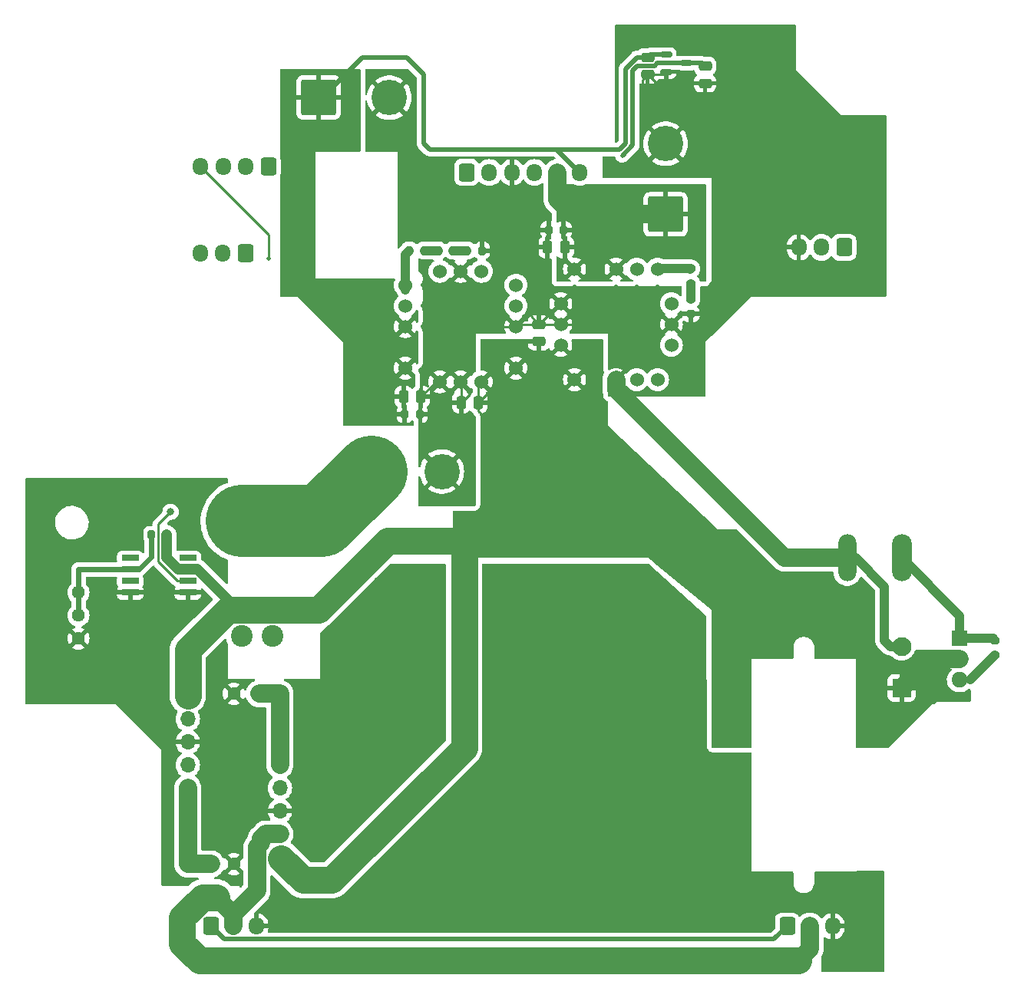
<source format=gbr>
%TF.GenerationSoftware,KiCad,Pcbnew,7.0.9*%
%TF.CreationDate,2024-06-25T19:44:48+09:00*%
%TF.ProjectId,05-PWR,30352d50-5752-42e6-9b69-6361645f7063,rev?*%
%TF.SameCoordinates,Original*%
%TF.FileFunction,Copper,L1,Top*%
%TF.FilePolarity,Positive*%
%FSLAX46Y46*%
G04 Gerber Fmt 4.6, Leading zero omitted, Abs format (unit mm)*
G04 Created by KiCad (PCBNEW 7.0.9) date 2024-06-25 19:44:48*
%MOMM*%
%LPD*%
G01*
G04 APERTURE LIST*
G04 Aperture macros list*
%AMRoundRect*
0 Rectangle with rounded corners*
0 $1 Rounding radius*
0 $2 $3 $4 $5 $6 $7 $8 $9 X,Y pos of 4 corners*
0 Add a 4 corners polygon primitive as box body*
4,1,4,$2,$3,$4,$5,$6,$7,$8,$9,$2,$3,0*
0 Add four circle primitives for the rounded corners*
1,1,$1+$1,$2,$3*
1,1,$1+$1,$4,$5*
1,1,$1+$1,$6,$7*
1,1,$1+$1,$8,$9*
0 Add four rect primitives between the rounded corners*
20,1,$1+$1,$2,$3,$4,$5,0*
20,1,$1+$1,$4,$5,$6,$7,0*
20,1,$1+$1,$6,$7,$8,$9,0*
20,1,$1+$1,$8,$9,$2,$3,0*%
G04 Aperture macros list end*
%TA.AperFunction,SMDPad,CuDef*%
%ADD10RoundRect,0.250000X-0.475000X0.250000X-0.475000X-0.250000X0.475000X-0.250000X0.475000X0.250000X0*%
%TD*%
%TA.AperFunction,SMDPad,CuDef*%
%ADD11RoundRect,0.250000X-0.250000X-0.475000X0.250000X-0.475000X0.250000X0.475000X-0.250000X0.475000X0*%
%TD*%
%TA.AperFunction,ComponentPad*%
%ADD12C,1.440000*%
%TD*%
%TA.AperFunction,ComponentPad*%
%ADD13RoundRect,0.250002X-1.699998X-1.699998X1.699998X-1.699998X1.699998X1.699998X-1.699998X1.699998X0*%
%TD*%
%TA.AperFunction,ComponentPad*%
%ADD14C,3.900000*%
%TD*%
%TA.AperFunction,ComponentPad*%
%ADD15R,1.700000X1.700000*%
%TD*%
%TA.AperFunction,ComponentPad*%
%ADD16O,1.700000X1.700000*%
%TD*%
%TA.AperFunction,ComponentPad*%
%ADD17RoundRect,0.250000X-0.600000X-0.725000X0.600000X-0.725000X0.600000X0.725000X-0.600000X0.725000X0*%
%TD*%
%TA.AperFunction,ComponentPad*%
%ADD18O,1.700000X1.950000*%
%TD*%
%TA.AperFunction,ComponentPad*%
%ADD19RoundRect,0.250002X1.699998X-1.699998X1.699998X1.699998X-1.699998X1.699998X-1.699998X-1.699998X0*%
%TD*%
%TA.AperFunction,ComponentPad*%
%ADD20RoundRect,0.250000X0.600000X0.725000X-0.600000X0.725000X-0.600000X-0.725000X0.600000X-0.725000X0*%
%TD*%
%TA.AperFunction,SMDPad,CuDef*%
%ADD21RoundRect,0.200000X0.200000X0.275000X-0.200000X0.275000X-0.200000X-0.275000X0.200000X-0.275000X0*%
%TD*%
%TA.AperFunction,SMDPad,CuDef*%
%ADD22RoundRect,0.200000X-0.275000X0.200000X-0.275000X-0.200000X0.275000X-0.200000X0.275000X0.200000X0*%
%TD*%
%TA.AperFunction,SMDPad,CuDef*%
%ADD23RoundRect,0.200000X0.275000X-0.200000X0.275000X0.200000X-0.275000X0.200000X-0.275000X-0.200000X0*%
%TD*%
%TA.AperFunction,SMDPad,CuDef*%
%ADD24RoundRect,0.250000X0.475000X-0.250000X0.475000X0.250000X-0.475000X0.250000X-0.475000X-0.250000X0*%
%TD*%
%TA.AperFunction,SMDPad,CuDef*%
%ADD25RoundRect,0.200000X-0.200000X-0.275000X0.200000X-0.275000X0.200000X0.275000X-0.200000X0.275000X0*%
%TD*%
%TA.AperFunction,SMDPad,CuDef*%
%ADD26RoundRect,0.150000X-0.512500X-0.150000X0.512500X-0.150000X0.512500X0.150000X-0.512500X0.150000X0*%
%TD*%
%TA.AperFunction,SMDPad,CuDef*%
%ADD27RoundRect,0.250000X0.250000X0.475000X-0.250000X0.475000X-0.250000X-0.475000X0.250000X-0.475000X0*%
%TD*%
%TA.AperFunction,ComponentPad*%
%ADD28C,1.524000*%
%TD*%
%TA.AperFunction,ComponentPad*%
%ADD29O,2.000000X5.200000*%
%TD*%
%TA.AperFunction,ComponentPad*%
%ADD30O,2.200000X5.200000*%
%TD*%
%TA.AperFunction,ComponentPad*%
%ADD31R,1.800000X1.717500*%
%TD*%
%TA.AperFunction,ComponentPad*%
%ADD32O,1.800000X1.717500*%
%TD*%
%TA.AperFunction,SMDPad,CuDef*%
%ADD33RoundRect,0.045750X-0.904250X-0.259250X0.904250X-0.259250X0.904250X0.259250X-0.904250X0.259250X0*%
%TD*%
%TA.AperFunction,ComponentPad*%
%ADD34RoundRect,0.250001X0.799999X-0.799999X0.799999X0.799999X-0.799999X0.799999X-0.799999X-0.799999X0*%
%TD*%
%TA.AperFunction,ComponentPad*%
%ADD35C,2.100000*%
%TD*%
%TA.AperFunction,ComponentPad*%
%ADD36C,2.400000*%
%TD*%
%TA.AperFunction,ViaPad*%
%ADD37C,0.800000*%
%TD*%
%TA.AperFunction,ViaPad*%
%ADD38C,0.500000*%
%TD*%
%TA.AperFunction,Conductor*%
%ADD39C,0.500000*%
%TD*%
%TA.AperFunction,Conductor*%
%ADD40C,0.250000*%
%TD*%
%TA.AperFunction,Conductor*%
%ADD41C,2.000000*%
%TD*%
%TA.AperFunction,Conductor*%
%ADD42C,1.000000*%
%TD*%
%TA.AperFunction,Conductor*%
%ADD43C,8.000000*%
%TD*%
%TA.AperFunction,Conductor*%
%ADD44C,3.000000*%
%TD*%
%TA.AperFunction,Conductor*%
%ADD45C,0.600000*%
%TD*%
%TA.AperFunction,Conductor*%
%ADD46C,1.200000*%
%TD*%
G04 APERTURE END LIST*
D10*
%TO.P,C5,1*%
%TO.N,+5V*%
X239938750Y-27310000D03*
%TO.P,C5,2*%
%TO.N,GND*%
X239938750Y-29210000D03*
%TD*%
D11*
%TO.P,C2,1*%
%TO.N,+5V*%
X213045000Y-64770000D03*
%TO.P,C2,2*%
%TO.N,GND*%
X214945000Y-64770000D03*
%TD*%
D12*
%TO.P,RV1,1,1*%
%TO.N,Net-(U1-Trim)*%
X189230000Y-116332000D03*
%TO.P,RV1,2,2*%
X191770000Y-116332000D03*
%TO.P,RV1,3,3*%
%TO.N,GND*%
X194310000Y-116332000D03*
%TD*%
D13*
%TO.P,J1,1,Pin_1*%
%TO.N,Net-(J1-Pin_1)*%
X209460000Y-73025000D03*
D14*
%TO.P,J1,2,Pin_2*%
%TO.N,GND*%
X217260000Y-73025000D03*
%TD*%
D15*
%TO.P,U1,1,VIN*%
%TO.N,VDD*%
X189230000Y-97790000D03*
D16*
%TO.P,U1,2,VOUT*%
%TO.N,Net-(J3-Pin_2)*%
X189230000Y-100330000D03*
%TO.P,U1,3,GND*%
%TO.N,GND*%
X189230000Y-102870000D03*
%TO.P,U1,4,EN*%
%TO.N,unconnected-(U1-EN-Pad4)*%
X189230000Y-105410000D03*
%TO.P,U1,5,Trim*%
%TO.N,Net-(U1-Trim)*%
X189230000Y-107950000D03*
%TD*%
D15*
%TO.P,U2,1,VIN*%
%TO.N,VDD*%
X199390000Y-115570000D03*
D16*
%TO.P,U2,2,VOUT*%
%TO.N,Net-(J5-Pin_2)*%
X199390000Y-113030000D03*
%TO.P,U2,3,GND*%
%TO.N,GND*%
X199390000Y-110490000D03*
%TO.P,U2,4,EN*%
%TO.N,unconnected-(U2-EN-Pad4)*%
X199390000Y-107950000D03*
%TO.P,U2,5,Trim*%
%TO.N,Net-(U2-Trim)*%
X199390000Y-105410000D03*
%TD*%
D17*
%TO.P,J6,1,Pin_1*%
%TO.N,Motor_SIG*%
X255350000Y-123190000D03*
D18*
%TO.P,J6,2,Pin_2*%
%TO.N,Net-(J5-Pin_2)*%
X257850000Y-123190000D03*
%TO.P,J6,3,Pin_3*%
%TO.N,GND*%
X260350000Y-123190000D03*
%TD*%
D17*
%TO.P,J7,1,Pin_1*%
%TO.N,UART3_TX*%
X219985000Y-40005000D03*
D18*
%TO.P,J7,2,Pin_2*%
%TO.N,UART3_RX*%
X222485000Y-40005000D03*
%TO.P,J7,3,Pin_3*%
%TO.N,GND*%
X224985000Y-40005000D03*
%TO.P,J7,4,Pin_4*%
%TO.N,+3V3*%
X227485000Y-40005000D03*
%TO.P,J7,5,Pin_5*%
%TO.N,3V3_LED*%
X229985000Y-40005000D03*
%TO.P,J7,6,Pin_6*%
%TO.N,+5V*%
X232485000Y-40005000D03*
%TD*%
D19*
%TO.P,J9,1,Pin_1*%
%TO.N,3V3_LED*%
X241935000Y-44630000D03*
D14*
%TO.P,J9,2,Pin_2*%
%TO.N,GND*%
X241935000Y-36830000D03*
%TD*%
D20*
%TO.P,J11,1,Pin_1*%
%TO.N,UART3_TX*%
X198120000Y-39370000D03*
D18*
%TO.P,J11,2,Pin_2*%
%TO.N,UART3_RX*%
X195620000Y-39370000D03*
%TO.P,J11,3,Pin_3*%
%TO.N,Motor_SIG*%
X193120000Y-39370000D03*
%TO.P,J11,4,Pin_4*%
%TO.N,Battery_obs*%
X190620000Y-39370000D03*
%TD*%
D21*
%TO.P,R8,1*%
%TO.N,3V3_LED*%
X230695000Y-46355000D03*
%TO.P,R8,2*%
%TO.N,GND*%
X229045000Y-46355000D03*
%TD*%
D22*
%TO.P,R6,1*%
%TO.N,Net-(R5-Pad2)*%
X244725000Y-53975000D03*
%TO.P,R6,2*%
%TO.N,GND*%
X244725000Y-55625000D03*
%TD*%
D23*
%TO.P,R9,1*%
%TO.N,Net-(Q1-S)*%
X278287500Y-93285000D03*
%TO.P,R9,2*%
%TO.N,Net-(Q1-G)*%
X278287500Y-91635000D03*
%TD*%
D24*
%TO.P,C3,1*%
%TO.N,VDD*%
X227965000Y-58665000D03*
%TO.P,C3,2*%
%TO.N,GND*%
X227965000Y-56765000D03*
%TD*%
D25*
%TO.P,R2,1*%
%TO.N,Net-(R1-Pad2)*%
X216845000Y-48625000D03*
%TO.P,R2,2*%
%TO.N,Net-(R2-Pad2)*%
X218495000Y-48625000D03*
%TD*%
D17*
%TO.P,J5,1,Pin_1*%
%TO.N,Motor_SIG*%
X191770000Y-123190000D03*
D18*
%TO.P,J5,2,Pin_2*%
%TO.N,Net-(J5-Pin_2)*%
X194270000Y-123190000D03*
%TO.P,J5,3,Pin_3*%
%TO.N,GND*%
X196770000Y-123190000D03*
%TD*%
D25*
%TO.P,R3,1*%
%TO.N,Net-(R2-Pad2)*%
X220020000Y-48625000D03*
%TO.P,R3,2*%
%TO.N,GND*%
X221670000Y-48625000D03*
%TD*%
D26*
%TO.P,U6,1,IN*%
%TO.N,+5V*%
X241976250Y-26990000D03*
%TO.P,U6,2,GND*%
%TO.N,GND*%
X241976250Y-28890000D03*
%TO.P,U6,3,OUT*%
%TO.N,+3V3*%
X244251250Y-27940000D03*
%TD*%
D27*
%TO.P,C1,1*%
%TO.N,VDD*%
X221295000Y-65405000D03*
%TO.P,C1,2*%
%TO.N,GND*%
X219395000Y-65405000D03*
%TD*%
D25*
%TO.P,R1,1*%
%TO.N,Net-(U3-Trim)*%
X213670000Y-48625000D03*
%TO.P,R1,2*%
%TO.N,Net-(R1-Pad2)*%
X215320000Y-48625000D03*
%TD*%
D12*
%TO.P,RV2,1,1*%
%TO.N,Net-(U2-Trim)*%
X199390000Y-97536000D03*
%TO.P,RV2,2,2*%
X196850000Y-97536000D03*
%TO.P,RV2,3,3*%
%TO.N,GND*%
X194310000Y-97536000D03*
%TD*%
D20*
%TO.P,J4,1,Pin_1*%
%TO.N,Motor_SIG*%
X261620000Y-48260000D03*
D18*
%TO.P,J4,2,Pin_2*%
%TO.N,Net-(J3-Pin_2)*%
X259120000Y-48260000D03*
%TO.P,J4,3,Pin_3*%
%TO.N,GND*%
X256620000Y-48260000D03*
%TD*%
D21*
%TO.P,R7,1*%
%TO.N,VDD*%
X186880000Y-80010000D03*
%TO.P,R7,2*%
%TO.N,Net-(U5-IN)*%
X185230000Y-80010000D03*
%TD*%
D10*
%TO.P,C6,1*%
%TO.N,+3V3*%
X246288750Y-28260000D03*
%TO.P,C6,2*%
%TO.N,GND*%
X246288750Y-30160000D03*
%TD*%
D25*
%TO.P,R4,1*%
%TO.N,+5V*%
X213170000Y-66675000D03*
%TO.P,R4,2*%
%TO.N,GND*%
X214820000Y-66675000D03*
%TD*%
D27*
%TO.P,C4,1*%
%TO.N,3V3_LED*%
X230820000Y-48260000D03*
%TO.P,C4,2*%
%TO.N,GND*%
X228920000Y-48260000D03*
%TD*%
D12*
%TO.P,RV3,1,1*%
%TO.N,Net-(U5-IN)*%
X177165000Y-86360000D03*
%TO.P,RV3,2,2*%
X177165000Y-88900000D03*
%TO.P,RV3,3,3*%
%TO.N,GND*%
X177165000Y-91440000D03*
%TD*%
D28*
%TO.P,U3,1,ON/OFF*%
%TO.N,GND*%
X225425000Y-57015000D03*
%TO.P,U3,2,Vin*%
%TO.N,VDD*%
X225425000Y-61595000D03*
X221615000Y-63115000D03*
%TO.P,U3,3,GND*%
%TO.N,GND*%
X219325000Y-63115000D03*
X217035000Y-63115000D03*
%TO.P,U3,4,Vout*%
%TO.N,+5V*%
X213225000Y-61595000D03*
%TO.P,U3,5,Sense*%
X213225000Y-57015000D03*
%TO.P,U3,6,Trim*%
%TO.N,Net-(U3-Trim)*%
X213225000Y-52435000D03*
%TO.P,U3,7,GND*%
%TO.N,GND*%
X219325000Y-50915000D03*
%TO.P,U3,8,N.C.*%
%TO.N,unconnected-(U3-N.C.-Pad8)*%
X221615000Y-50915000D03*
%TO.P,U3,9,Sequence*%
%TO.N,unconnected-(U3-Sequence-Pad9)*%
X225425000Y-52435000D03*
%TO.P,U3,10,PGOOD*%
%TO.N,unconnected-(U3-PGOOD-Pad10)*%
X225425000Y-54725000D03*
%TO.P,U3,11,N.C.*%
%TO.N,unconnected-(U3-N.C.-Pad11)*%
X213225000Y-54725000D03*
%TO.P,U3,12,N.C.*%
%TO.N,unconnected-(U3-N.C.-Pad12)*%
X217035000Y-50915000D03*
%TD*%
%TO.P,U4,1,ON/OFF*%
%TO.N,GND*%
X236470000Y-62865000D03*
%TO.P,U4,2,Vin*%
%TO.N,VDD*%
X231890000Y-62865000D03*
X230370000Y-59055000D03*
%TO.P,U4,3,GND*%
%TO.N,GND*%
X230370000Y-56765000D03*
X230370000Y-54475000D03*
%TO.P,U4,4,Vout*%
%TO.N,3V3_LED*%
X231890000Y-50665000D03*
%TO.P,U4,5,Sense*%
X236470000Y-50665000D03*
%TO.P,U4,6,Trim*%
%TO.N,Net-(U4-Trim)*%
X241050000Y-50665000D03*
%TO.P,U4,7,GND*%
%TO.N,GND*%
X242570000Y-56765000D03*
%TO.P,U4,8,N.C.*%
%TO.N,unconnected-(U4-N.C.-Pad8)*%
X242570000Y-59055000D03*
%TO.P,U4,9,Sequence*%
%TO.N,unconnected-(U4-Sequence-Pad9)*%
X241050000Y-62865000D03*
%TO.P,U4,10,PGOOD*%
%TO.N,unconnected-(U4-PGOOD-Pad10)*%
X238760000Y-62865000D03*
%TO.P,U4,11,N.C.*%
%TO.N,unconnected-(U4-N.C.-Pad11)*%
X238760000Y-50665000D03*
%TO.P,U4,12,N.C.*%
%TO.N,unconnected-(U4-N.C.-Pad12)*%
X242570000Y-54475000D03*
%TD*%
D29*
%TO.P,SW1,1,A*%
%TO.N,GND*%
X261970000Y-82550000D03*
D30*
%TO.P,SW1,2,B*%
%TO.N,Net-(Q1-G)*%
X267970000Y-82550000D03*
%TD*%
D22*
%TO.P,R5,1*%
%TO.N,Net-(U4-Trim)*%
X244725000Y-50610000D03*
%TO.P,R5,2*%
%TO.N,Net-(R5-Pad2)*%
X244725000Y-52260000D03*
%TD*%
D13*
%TO.P,J10,1,Pin_1*%
%TO.N,+5V*%
X203655000Y-31750000D03*
D14*
%TO.P,J10,2,Pin_2*%
%TO.N,GND*%
X211455000Y-31750000D03*
%TD*%
D20*
%TO.P,J3,1,Pin_1*%
%TO.N,Motor_SIG*%
X195580000Y-48895000D03*
D18*
%TO.P,J3,2,Pin_2*%
%TO.N,Net-(J3-Pin_2)*%
X193080000Y-48895000D03*
%TO.P,J3,3,Pin_3*%
%TO.N,GND*%
X190580000Y-48895000D03*
%TD*%
D31*
%TO.P,Q1,1,G*%
%TO.N,Net-(Q1-G)*%
X274357500Y-91440000D03*
D32*
%TO.P,Q1,2,D*%
%TO.N,VDD*%
X274357500Y-93730000D03*
%TO.P,Q1,3,S*%
%TO.N,Net-(Q1-S)*%
X274357500Y-96020000D03*
%TD*%
D33*
%TO.P,U5,1,NC*%
%TO.N,unconnected-(U5-NC-Pad1)*%
X182880000Y-82550000D03*
%TO.P,U5,2,IN*%
%TO.N,Net-(U5-IN)*%
X182880000Y-83820000D03*
%TO.P,U5,3,NC*%
%TO.N,unconnected-(U5-NC-Pad3)*%
X182880000Y-85090000D03*
%TO.P,U5,4,GND*%
%TO.N,GND*%
X182880000Y-86360000D03*
%TO.P,U5,5,DLY*%
X189230000Y-86360000D03*
%TO.P,U5,6,OUT*%
%TO.N,Battery_obs*%
X189230000Y-85090000D03*
%TO.P,U5,7,VDD*%
%TO.N,VDD*%
X189230000Y-83820000D03*
%TO.P,U5,8,NC*%
%TO.N,unconnected-(U5-NC-Pad8)*%
X189230000Y-82550000D03*
%TD*%
D34*
%TO.P,J2,1,Pin_1*%
%TO.N,VDD*%
X267970000Y-96915000D03*
D35*
%TO.P,J2,2,Pin_2*%
%TO.N,GND*%
X267970000Y-92315000D03*
%TD*%
D36*
%TO.P,F1,1*%
%TO.N,Net-(Q1-S)*%
X195150000Y-91190000D03*
X198550000Y-91190000D03*
%TO.P,F1,2*%
%TO.N,Net-(J1-Pin_1)*%
X195150000Y-77720000D03*
X198550000Y-77720000D03*
%TD*%
D37*
%TO.N,GND*%
X240030000Y-100965000D03*
X215900000Y-123190000D03*
X235585000Y-83820000D03*
X264795000Y-123190000D03*
X214630000Y-83820000D03*
D38*
X250825000Y-48895000D03*
D37*
X264795000Y-127000000D03*
D38*
X228600000Y-44450000D03*
D37*
X227965000Y-100965000D03*
X250190000Y-105410000D03*
X213360000Y-100965000D03*
X232410000Y-100965000D03*
D38*
X247650000Y-48895000D03*
D37*
X217170000Y-97790000D03*
X230505000Y-83820000D03*
X264414000Y-119126000D03*
X245745000Y-97790000D03*
X225425000Y-83820000D03*
X222885000Y-97790000D03*
X217170000Y-83820000D03*
D38*
X220980000Y-42545000D03*
D37*
X217170000Y-85090000D03*
X227965000Y-97790000D03*
D38*
X235585000Y-40005000D03*
D37*
X227965000Y-83820000D03*
X243205000Y-100965000D03*
X243205000Y-97790000D03*
X251460000Y-123190000D03*
X236220000Y-100965000D03*
X236220000Y-123190000D03*
X217170000Y-100965000D03*
X213360000Y-97790000D03*
X259842000Y-125349000D03*
X232410000Y-97790000D03*
X208915000Y-97790000D03*
D38*
X227330000Y-48895000D03*
D37*
X203835000Y-123190000D03*
X210185000Y-85090000D03*
X212090000Y-85090000D03*
X222885000Y-100965000D03*
D38*
X250825000Y-39370000D03*
D37*
X204470000Y-100965000D03*
D38*
X220980000Y-47625000D03*
D37*
X240030000Y-97790000D03*
X208915000Y-100965000D03*
X214630000Y-85090000D03*
D38*
X223520000Y-48895000D03*
X227965000Y-42545000D03*
D37*
X238125000Y-83820000D03*
X222885000Y-83820000D03*
X212090000Y-83820000D03*
X245745000Y-100965000D03*
X236220000Y-97790000D03*
X204470000Y-97790000D03*
X233045000Y-83820000D03*
D38*
%TO.N,+3V3*%
X237144949Y-38165000D03*
D37*
%TO.N,Battery_obs*%
X187325000Y-77470000D03*
D38*
X198120000Y-49530000D03*
%TD*%
D39*
%TO.N,+5V*%
X208507500Y-27305000D02*
X204062500Y-31750000D01*
X240258750Y-26990000D02*
X239938750Y-27310000D01*
X238760000Y-27305000D02*
X237490000Y-28575000D01*
X232485000Y-40005000D02*
X229945000Y-37465000D01*
X228835000Y-37465000D02*
X215900000Y-37465000D01*
X239938750Y-27310000D02*
X238765000Y-27310000D01*
X229945000Y-37465000D02*
X228835000Y-37465000D01*
X236855000Y-37465000D02*
X228835000Y-37465000D01*
X215265000Y-36830000D02*
X215265000Y-29210000D01*
X215265000Y-29210000D02*
X213360000Y-27305000D01*
X237490000Y-36830000D02*
X236855000Y-37465000D01*
X241976250Y-26990000D02*
X240258750Y-26990000D01*
X213360000Y-27305000D02*
X208507500Y-27305000D01*
X238765000Y-27310000D02*
X238760000Y-27305000D01*
X204062500Y-31750000D02*
X203655000Y-31750000D01*
X237490000Y-28575000D02*
X237490000Y-36830000D01*
X215900000Y-37465000D02*
X215265000Y-36830000D01*
D40*
%TO.N,GND*%
X230370000Y-56765000D02*
X232025000Y-56765000D01*
D41*
X236470000Y-62865000D02*
X236470000Y-63942630D01*
D40*
X232025000Y-56765000D02*
X232410000Y-57150000D01*
X219395000Y-65405000D02*
X219395000Y-63185000D01*
D42*
X261970000Y-82550000D02*
X262890000Y-82550000D01*
D40*
X239938750Y-29210000D02*
X241208750Y-30480000D01*
D42*
X266065000Y-85725000D02*
X266065000Y-91680000D01*
D40*
X216600000Y-63115000D02*
X217035000Y-63115000D01*
X227965000Y-56765000D02*
X227080000Y-55880000D01*
X214945000Y-64770000D02*
X214945000Y-62550000D01*
D41*
X255077370Y-82550000D02*
X261970000Y-82550000D01*
D40*
X241656250Y-29210000D02*
X241976250Y-28890000D01*
X225425000Y-57015000D02*
X223655000Y-57015000D01*
D41*
X236470000Y-63942630D02*
X255077370Y-82550000D01*
D40*
X227965000Y-56765000D02*
X230370000Y-56765000D01*
X214820000Y-66675000D02*
X214820000Y-68135000D01*
X239395000Y-29753750D02*
X239395000Y-30480000D01*
X227965000Y-56765000D02*
X225675000Y-56765000D01*
X239938750Y-29210000D02*
X241656250Y-29210000D01*
X219395000Y-63185000D02*
X219325000Y-63115000D01*
D42*
X266065000Y-91680000D02*
X266700000Y-92315000D01*
D40*
X219395000Y-65405000D02*
X220345000Y-64455000D01*
X214945000Y-64770000D02*
X216600000Y-63115000D01*
X241208750Y-30480000D02*
X241300000Y-30480000D01*
X227965000Y-56765000D02*
X228850000Y-55880000D01*
X214945000Y-62550000D02*
X215900000Y-61595000D01*
X239938750Y-29210000D02*
X239395000Y-29753750D01*
D42*
X262890000Y-82550000D02*
X266065000Y-85725000D01*
D40*
X225675000Y-56765000D02*
X225425000Y-57015000D01*
D42*
X266700000Y-92315000D02*
X267970000Y-92315000D01*
D40*
X223655000Y-57015000D02*
X223520000Y-57150000D01*
X228850000Y-55880000D02*
X229235000Y-55880000D01*
X214820000Y-68135000D02*
X215265000Y-68580000D01*
D39*
%TO.N,+3V3*%
X245968750Y-27940000D02*
X246288750Y-28260000D01*
X237144949Y-38165000D02*
X238302475Y-37007475D01*
X238794950Y-28260000D02*
X240710628Y-28260000D01*
X241030628Y-27940000D02*
X244251250Y-27940000D01*
X238302475Y-28752475D02*
X238794950Y-28260000D01*
X240710628Y-28260000D02*
X241030628Y-27940000D01*
X244251250Y-27940000D02*
X245968750Y-27940000D01*
X238302475Y-37007475D02*
X238302475Y-28752475D01*
D43*
%TO.N,Net-(J1-Pin_1)*%
X203985000Y-78500000D02*
X195150000Y-78500000D01*
X209460000Y-73025000D02*
X203985000Y-78500000D01*
D44*
%TO.N,Net-(J5-Pin_2)*%
X190855356Y-120015000D02*
X192405000Y-120015000D01*
D41*
X256540000Y-127000000D02*
X257850000Y-125690000D01*
D44*
X190500000Y-127000000D02*
X188595000Y-125095000D01*
X256540000Y-127000000D02*
X190500000Y-127000000D01*
D41*
X196850000Y-114475291D02*
X196850000Y-119300000D01*
X194270000Y-121880000D02*
X192405000Y-120015000D01*
X197340000Y-113520000D02*
X197340000Y-113985291D01*
D44*
X188595000Y-125095000D02*
X188595000Y-122275356D01*
X188595000Y-122275356D02*
X190855356Y-120015000D01*
D41*
X197340000Y-113520000D02*
X197830000Y-113030000D01*
X197830000Y-113030000D02*
X199390000Y-113030000D01*
X257850000Y-125690000D02*
X257850000Y-123190000D01*
X197340000Y-113985291D02*
X196850000Y-114475291D01*
X194270000Y-121880000D02*
X194270000Y-123190000D01*
X196850000Y-119300000D02*
X194270000Y-121880000D01*
X192405000Y-120015000D02*
X190500000Y-120015000D01*
%TO.N,3V3_LED*%
X229985000Y-42980000D02*
X229985000Y-40005000D01*
X241935000Y-44630000D02*
X231635000Y-44630000D01*
X231635000Y-44630000D02*
X229985000Y-42980000D01*
D42*
%TO.N,Net-(Q1-G)*%
X274357500Y-91440000D02*
X278092500Y-91440000D01*
X274357500Y-88937500D02*
X274357500Y-91440000D01*
X267970000Y-82550000D02*
X274357500Y-88937500D01*
%TO.N,Net-(Q1-S)*%
X275552500Y-96020000D02*
X278287500Y-93285000D01*
%TO.N,Net-(U3-Trim)*%
X213225000Y-52935000D02*
X213225000Y-49070000D01*
X213225000Y-49070000D02*
X213670000Y-48625000D01*
%TO.N,Net-(R1-Pad2)*%
X216845000Y-48625000D02*
X215320000Y-48625000D01*
%TO.N,Net-(R2-Pad2)*%
X220020000Y-48625000D02*
X218495000Y-48625000D01*
%TO.N,Net-(U4-Trim)*%
X244725000Y-50610000D02*
X241105000Y-50610000D01*
X244670000Y-50665000D02*
X244725000Y-50610000D01*
X241105000Y-50610000D02*
X241050000Y-50665000D01*
D39*
%TO.N,Motor_SIG*%
X253900000Y-124640000D02*
X255350000Y-123190000D01*
X191770000Y-123190000D02*
X193220000Y-124640000D01*
X193220000Y-124640000D02*
X253900000Y-124640000D01*
D42*
%TO.N,Net-(R5-Pad2)*%
X244725000Y-52260000D02*
X244725000Y-53975000D01*
D45*
%TO.N,Net-(U5-IN)*%
X177165000Y-83820000D02*
X177165000Y-88900000D01*
X182880000Y-83820000D02*
X177165000Y-83820000D01*
D40*
X177165000Y-88900000D02*
X177165000Y-86360000D01*
D45*
X185230000Y-80010000D02*
X185230000Y-82420000D01*
X185230000Y-82420000D02*
X183830000Y-83820000D01*
X177165000Y-86360000D02*
X177165000Y-83820000D01*
X183830000Y-83820000D02*
X182880000Y-83820000D01*
D41*
%TO.N,Net-(U1-Trim)*%
X189230000Y-116332000D02*
X189230000Y-107950000D01*
X189230000Y-116332000D02*
X191770000Y-116332000D01*
%TO.N,Net-(U2-Trim)*%
X199390000Y-97536000D02*
X199390000Y-105410000D01*
X197104000Y-97536000D02*
X199390000Y-97536000D01*
D46*
%TO.N,VDD*%
X193675000Y-87174160D02*
X193675000Y-88265000D01*
D44*
X205105000Y-118110000D02*
X219710000Y-103505000D01*
X199550000Y-115730000D02*
X201930000Y-118110000D01*
D46*
X186880000Y-82560840D02*
X186880000Y-80010000D01*
D44*
X191115000Y-90805000D02*
X189230000Y-92690000D01*
X201930000Y-118110000D02*
X205105000Y-118110000D01*
D46*
X188139160Y-83820000D02*
X186880000Y-82560840D01*
D41*
X274357500Y-93730000D02*
X271155000Y-93730000D01*
D44*
X219710000Y-103505000D02*
X219710000Y-80645000D01*
D40*
X222565000Y-64135000D02*
X222885000Y-64135000D01*
D44*
X219710000Y-80645000D02*
X211315230Y-80645000D01*
D40*
X221295000Y-65405000D02*
X222565000Y-64135000D01*
D44*
X203695230Y-88265000D02*
X193675000Y-88265000D01*
D46*
X190320840Y-83820000D02*
X193675000Y-87174160D01*
X189230000Y-83820000D02*
X190320840Y-83820000D01*
D41*
X271155000Y-93730000D02*
X267970000Y-96915000D01*
D46*
X189230000Y-83820000D02*
X188139160Y-83820000D01*
D44*
X189230000Y-92690000D02*
X189230000Y-97780000D01*
X211315230Y-80645000D02*
X203695230Y-88265000D01*
D40*
X221295000Y-63435000D02*
X221615000Y-63115000D01*
X221295000Y-66355000D02*
X222250000Y-67310000D01*
D44*
X191135000Y-90805000D02*
X191115000Y-90805000D01*
D40*
X221295000Y-65405000D02*
X221295000Y-63435000D01*
D44*
X193675000Y-88265000D02*
X191135000Y-90805000D01*
D40*
X221295000Y-65405000D02*
X221295000Y-66355000D01*
%TO.N,Battery_obs*%
X185955000Y-82943988D02*
X185955000Y-78840000D01*
X198120000Y-46870000D02*
X190620000Y-39370000D01*
X198120000Y-49530000D02*
X198120000Y-46870000D01*
X188101012Y-85090000D02*
X185955000Y-82943988D01*
X189230000Y-85090000D02*
X188101012Y-85090000D01*
X185955000Y-78840000D02*
X187325000Y-77470000D01*
%TD*%
%TA.AperFunction,Conductor*%
%TO.N,GND*%
G36*
X217652539Y-83204685D02*
G01*
X217698294Y-83257489D01*
X217709500Y-83309000D01*
X217709500Y-101600000D01*
X203835000Y-101600000D01*
X203835000Y-90856361D01*
X203854685Y-90789322D01*
X203871314Y-90768685D01*
X204563853Y-90076146D01*
X204600019Y-90051037D01*
X204656417Y-90025282D01*
X204714845Y-89987731D01*
X204718610Y-89985498D01*
X204779545Y-89952226D01*
X204835112Y-89910627D01*
X204838739Y-89908109D01*
X204897147Y-89870574D01*
X204949618Y-89825106D01*
X204953053Y-89822339D01*
X205008625Y-89780739D01*
X205210969Y-89578395D01*
X211568045Y-83221319D01*
X211629368Y-83187834D01*
X211655726Y-83185000D01*
X217585500Y-83185000D01*
X217652539Y-83204685D01*
G37*
%TD.AperFunction*%
%TD*%
%TA.AperFunction,Conductor*%
%TO.N,VDD*%
G36*
X228158039Y-58434685D02*
G01*
X228203794Y-58487489D01*
X228215000Y-58539000D01*
X228215000Y-59664999D01*
X228489972Y-59664999D01*
X228489986Y-59664998D01*
X228592697Y-59654505D01*
X228759119Y-59599358D01*
X228759124Y-59599356D01*
X228908342Y-59507317D01*
X228974647Y-59441012D01*
X229035970Y-59407527D01*
X229105662Y-59412511D01*
X229161596Y-59454382D01*
X229177281Y-59483375D01*
X229177290Y-59483372D01*
X229177356Y-59483515D01*
X229178846Y-59486268D01*
X229179578Y-59488279D01*
X229272899Y-59688407D01*
X229272900Y-59688409D01*
X229318258Y-59753187D01*
X229985096Y-59086349D01*
X229985051Y-59086898D01*
X230016266Y-59210162D01*
X230085813Y-59316612D01*
X230186157Y-59394713D01*
X230306422Y-59436000D01*
X230342553Y-59436000D01*
X229671811Y-60106741D01*
X229736582Y-60152094D01*
X229736592Y-60152100D01*
X229936715Y-60245419D01*
X229936729Y-60245424D01*
X230150013Y-60302573D01*
X230150023Y-60302575D01*
X230369999Y-60321821D01*
X230370001Y-60321821D01*
X230589976Y-60302575D01*
X230589986Y-60302573D01*
X230803270Y-60245424D01*
X230803284Y-60245419D01*
X231003408Y-60152100D01*
X231003420Y-60152093D01*
X231068186Y-60106742D01*
X231068187Y-60106740D01*
X230397448Y-59436000D01*
X230401569Y-59436000D01*
X230495421Y-59420339D01*
X230607251Y-59359820D01*
X230693371Y-59266269D01*
X230744448Y-59149823D01*
X230750105Y-59081551D01*
X231421741Y-59753187D01*
X231421742Y-59753186D01*
X231467093Y-59688420D01*
X231467100Y-59688408D01*
X231560419Y-59488284D01*
X231560424Y-59488270D01*
X231617573Y-59274986D01*
X231617575Y-59274976D01*
X231636821Y-59055000D01*
X231636821Y-59054999D01*
X231617575Y-58835023D01*
X231617573Y-58835013D01*
X231560424Y-58621729D01*
X231560422Y-58621725D01*
X231548616Y-58596406D01*
X231538124Y-58527328D01*
X231566643Y-58463544D01*
X231625119Y-58425304D01*
X231660998Y-58420000D01*
X234955500Y-58420000D01*
X235022539Y-58439685D01*
X235068294Y-58492489D01*
X235079500Y-58544000D01*
X235079500Y-61705866D01*
X235093279Y-61823086D01*
X235093279Y-61823087D01*
X235106612Y-61879020D01*
X235123295Y-61924575D01*
X235147206Y-61989869D01*
X235151955Y-61996651D01*
X235174282Y-62062858D01*
X235157270Y-62130625D01*
X235154192Y-62135589D01*
X235145824Y-62148397D01*
X235145824Y-62148398D01*
X235045936Y-62376118D01*
X234984892Y-62617175D01*
X234984890Y-62617186D01*
X234972214Y-62770177D01*
X234969797Y-62799355D01*
X234969500Y-62802935D01*
X234969500Y-63845611D01*
X234969024Y-63853281D01*
X234968864Y-63854568D01*
X234965643Y-63880409D01*
X234969500Y-63973665D01*
X234969500Y-64004694D01*
X234972062Y-64035620D01*
X234975918Y-64128863D01*
X234981526Y-64155613D01*
X234982635Y-64163220D01*
X234984891Y-64190448D01*
X234984891Y-64190449D01*
X234990372Y-64212093D01*
X235007801Y-64280918D01*
X235026951Y-64372244D01*
X235026952Y-64372246D01*
X235036882Y-64397697D01*
X235039227Y-64405017D01*
X235045935Y-64431503D01*
X235045939Y-64431517D01*
X235069056Y-64484217D01*
X235079500Y-64534027D01*
X235079500Y-64646000D01*
X235079501Y-64646009D01*
X235091052Y-64753450D01*
X235091054Y-64753462D01*
X235102260Y-64804972D01*
X235136383Y-64907497D01*
X235136386Y-64907503D01*
X235214171Y-65028537D01*
X235214179Y-65028548D01*
X235259923Y-65081340D01*
X235259926Y-65081343D01*
X235259930Y-65081347D01*
X235368664Y-65175567D01*
X235368667Y-65175568D01*
X235368668Y-65175569D01*
X235499542Y-65235339D01*
X235503685Y-65236884D01*
X235502969Y-65238803D01*
X235554702Y-65272040D01*
X235583735Y-65335592D01*
X235585000Y-65353256D01*
X235585000Y-67945000D01*
X247649999Y-79375000D01*
X247650000Y-79375000D01*
X249728980Y-79375000D01*
X249796019Y-79394685D01*
X249816661Y-79411319D01*
X253947754Y-83542412D01*
X253952843Y-83548174D01*
X253969632Y-83569744D01*
X253969634Y-83569746D01*
X253969635Y-83569747D01*
X254038291Y-83632950D01*
X254060236Y-83654894D01*
X254060244Y-83654902D01*
X254083934Y-83674966D01*
X254152585Y-83738164D01*
X254152587Y-83738165D01*
X254152588Y-83738166D01*
X254175456Y-83753106D01*
X254181620Y-83757702D01*
X254202476Y-83775366D01*
X254234875Y-83794671D01*
X254282648Y-83823139D01*
X254333682Y-83856480D01*
X254360763Y-83874173D01*
X254385782Y-83885147D01*
X254392613Y-83888663D01*
X254406027Y-83896656D01*
X254416090Y-83902653D01*
X254416100Y-83902658D01*
X254503033Y-83936579D01*
X254540517Y-83953020D01*
X254588489Y-83974063D01*
X254613278Y-83980340D01*
X254614979Y-83980771D01*
X254622302Y-83983116D01*
X254647756Y-83993049D01*
X254739081Y-84012198D01*
X254829549Y-84035108D01*
X254829554Y-84035108D01*
X254829557Y-84035109D01*
X254856776Y-84037364D01*
X254864386Y-84038473D01*
X254879250Y-84041589D01*
X254891133Y-84044081D01*
X254984379Y-84047937D01*
X255015303Y-84050500D01*
X255015304Y-84050500D01*
X255046335Y-84050500D01*
X255139591Y-84054357D01*
X255166717Y-84050975D01*
X255174389Y-84050500D01*
X260345500Y-84050500D01*
X260412539Y-84070185D01*
X260458294Y-84122989D01*
X260469500Y-84174500D01*
X260469500Y-84212065D01*
X260484890Y-84397813D01*
X260484892Y-84397824D01*
X260545936Y-84638881D01*
X260645826Y-84866606D01*
X260781833Y-85074782D01*
X260781836Y-85074785D01*
X260950256Y-85257738D01*
X261146491Y-85410474D01*
X261365190Y-85528828D01*
X261600386Y-85609571D01*
X261845665Y-85650500D01*
X262094335Y-85650500D01*
X262339614Y-85609571D01*
X262574810Y-85528828D01*
X262793509Y-85410474D01*
X262989744Y-85257738D01*
X263158164Y-85074785D01*
X263294173Y-84866607D01*
X263372961Y-84686986D01*
X263417916Y-84633503D01*
X263484652Y-84612813D01*
X263551979Y-84631487D01*
X263574197Y-84649118D01*
X265028181Y-86103101D01*
X265061666Y-86164424D01*
X265064500Y-86190782D01*
X265064500Y-91667283D01*
X265062243Y-91756362D01*
X265062243Y-91756370D01*
X265073064Y-91816739D01*
X265073718Y-91821404D01*
X265079925Y-91882430D01*
X265079927Y-91882444D01*
X265090208Y-91915213D01*
X265092079Y-91922837D01*
X265098142Y-91956652D01*
X265098142Y-91956655D01*
X265120894Y-92013612D01*
X265122474Y-92018051D01*
X265140841Y-92076588D01*
X265140844Y-92076595D01*
X265157509Y-92106619D01*
X265160879Y-92113714D01*
X265173622Y-92145614D01*
X265173627Y-92145624D01*
X265207377Y-92196833D01*
X265209818Y-92200863D01*
X265239588Y-92254498D01*
X265239589Y-92254499D01*
X265239591Y-92254502D01*
X265261968Y-92280567D01*
X265266693Y-92286835D01*
X265279263Y-92305906D01*
X265285598Y-92315519D01*
X265328978Y-92358899D01*
X265332169Y-92362343D01*
X265372131Y-92408892D01*
X265372134Y-92408895D01*
X265399294Y-92429918D01*
X265405190Y-92435111D01*
X265983566Y-93013487D01*
X266044938Y-93078050D01*
X266044941Y-93078053D01*
X266095281Y-93113092D01*
X266099043Y-93115928D01*
X266146587Y-93154694D01*
X266146590Y-93154695D01*
X266146593Y-93154698D01*
X266177045Y-93170604D01*
X266183758Y-93174672D01*
X266211951Y-93194295D01*
X266268329Y-93218489D01*
X266272578Y-93220507D01*
X266326951Y-93248909D01*
X266350514Y-93255651D01*
X266359974Y-93258358D01*
X266367368Y-93260990D01*
X266398942Y-93274540D01*
X266398945Y-93274540D01*
X266398946Y-93274541D01*
X266459022Y-93286887D01*
X266463600Y-93288010D01*
X266477501Y-93291987D01*
X266522582Y-93304887D01*
X266556839Y-93307495D01*
X266564614Y-93308586D01*
X266598255Y-93315500D01*
X266598259Y-93315500D01*
X266659599Y-93315500D01*
X266664305Y-93315678D01*
X266725477Y-93320337D01*
X266725488Y-93320335D01*
X266729166Y-93320243D01*
X266731141Y-93320768D01*
X266731748Y-93320815D01*
X266731739Y-93320928D01*
X266796685Y-93338217D01*
X266826605Y-93363667D01*
X266866043Y-93409844D01*
X266870241Y-93414759D01*
X267055823Y-93573261D01*
X267055826Y-93573262D01*
X267263910Y-93700777D01*
X267489381Y-93794169D01*
X267489378Y-93794169D01*
X267489384Y-93794170D01*
X267489388Y-93794172D01*
X267726698Y-93851146D01*
X267970000Y-93870294D01*
X268213302Y-93851146D01*
X268450612Y-93794172D01*
X268676089Y-93700777D01*
X268884179Y-93573259D01*
X269069759Y-93414759D01*
X269228259Y-93229179D01*
X269355777Y-93021089D01*
X269358926Y-93013487D01*
X269451037Y-92791111D01*
X269452006Y-92791512D01*
X269488569Y-92738021D01*
X269552922Y-92710811D01*
X269567080Y-92710000D01*
X273130421Y-92710000D01*
X273197460Y-92729685D01*
X273204711Y-92734718D01*
X273207468Y-92736781D01*
X273249351Y-92792706D01*
X273254350Y-92862397D01*
X273232874Y-92909797D01*
X273155053Y-93015019D01*
X273155050Y-93015023D01*
X273050922Y-93221547D01*
X272983193Y-93442705D01*
X272978418Y-93480000D01*
X273862648Y-93480000D01*
X273813941Y-93617047D01*
X273803623Y-93767886D01*
X273834384Y-93915915D01*
X273867590Y-93980000D01*
X272980182Y-93980000D01*
X273012361Y-94129313D01*
X273012362Y-94129316D01*
X273098598Y-94343922D01*
X273219868Y-94540878D01*
X273372678Y-94714504D01*
X273448297Y-94775563D01*
X273488089Y-94832994D01*
X273490515Y-94902822D01*
X273456198Y-94961561D01*
X273292209Y-95118731D01*
X273154627Y-95304756D01*
X273154624Y-95304760D01*
X273050457Y-95511361D01*
X272982703Y-95732600D01*
X272953315Y-95962103D01*
X272963134Y-96193269D01*
X272963134Y-96193270D01*
X273011882Y-96419460D01*
X273098151Y-96634148D01*
X273098153Y-96634152D01*
X273219466Y-96831177D01*
X273219470Y-96831181D01*
X273372328Y-97004863D01*
X273372335Y-97004870D01*
X273552346Y-97150218D01*
X273552352Y-97150223D01*
X273754346Y-97263064D01*
X273754349Y-97263065D01*
X273972511Y-97340146D01*
X274099765Y-97361966D01*
X274200552Y-97379249D01*
X274200561Y-97379250D01*
X274456491Y-97379250D01*
X274629290Y-97364543D01*
X274629293Y-97364542D01*
X274629295Y-97364542D01*
X274853207Y-97306239D01*
X274853208Y-97306238D01*
X274853210Y-97306238D01*
X275064036Y-97210939D01*
X275064039Y-97210936D01*
X275064046Y-97210934D01*
X275255745Y-97081368D01*
X275293933Y-97044767D01*
X275355951Y-97012592D01*
X275407764Y-97013500D01*
X275425445Y-97017603D01*
X275435963Y-97017869D01*
X275469140Y-97018710D01*
X275535659Y-97040086D01*
X275580063Y-97094031D01*
X275590000Y-97142670D01*
X275590000Y-98301000D01*
X275570315Y-98368039D01*
X275517511Y-98413794D01*
X275466000Y-98425000D01*
X271779999Y-98425000D01*
X271536820Y-98668180D01*
X271475497Y-98701665D01*
X271449139Y-98704499D01*
X271359856Y-98704499D01*
X271359703Y-98704468D01*
X271359703Y-98704477D01*
X271335000Y-98704456D01*
X271334756Y-98704558D01*
X271334616Y-98704616D01*
X271317558Y-98721634D01*
X271317357Y-98721933D01*
X266570610Y-103468681D01*
X266509287Y-103502166D01*
X266482929Y-103505000D01*
X263049500Y-103505000D01*
X262982461Y-103485315D01*
X262936706Y-103432511D01*
X262925500Y-103381000D01*
X262925500Y-97764985D01*
X266420000Y-97764985D01*
X266430493Y-97867689D01*
X266430494Y-97867696D01*
X266485641Y-98034118D01*
X266485643Y-98034123D01*
X266577684Y-98183344D01*
X266701655Y-98307315D01*
X266850876Y-98399356D01*
X266850881Y-98399358D01*
X267017303Y-98454505D01*
X267017310Y-98454506D01*
X267120014Y-98464999D01*
X267120027Y-98465000D01*
X267720000Y-98465000D01*
X267720000Y-97406683D01*
X267748819Y-97424209D01*
X267894404Y-97465000D01*
X268007622Y-97465000D01*
X268119783Y-97449584D01*
X268220000Y-97406053D01*
X268220000Y-98465000D01*
X268819973Y-98465000D01*
X268819985Y-98464999D01*
X268922689Y-98454506D01*
X268922696Y-98454505D01*
X269089118Y-98399358D01*
X269089123Y-98399356D01*
X269238344Y-98307315D01*
X269362315Y-98183344D01*
X269454356Y-98034123D01*
X269454358Y-98034118D01*
X269509505Y-97867696D01*
X269509506Y-97867689D01*
X269519999Y-97764985D01*
X269520000Y-97764972D01*
X269520000Y-97165000D01*
X268464852Y-97165000D01*
X268513559Y-97027953D01*
X268523877Y-96877114D01*
X268493116Y-96729085D01*
X268459910Y-96665000D01*
X269520000Y-96665000D01*
X269520000Y-96065027D01*
X269519999Y-96065014D01*
X269509506Y-95962310D01*
X269509505Y-95962303D01*
X269454358Y-95795881D01*
X269454356Y-95795876D01*
X269362315Y-95646655D01*
X269238344Y-95522684D01*
X269089123Y-95430643D01*
X269089118Y-95430641D01*
X268922696Y-95375494D01*
X268922689Y-95375493D01*
X268819985Y-95365000D01*
X268220000Y-95365000D01*
X268220000Y-96423316D01*
X268191181Y-96405791D01*
X268045596Y-96365000D01*
X267932378Y-96365000D01*
X267820217Y-96380416D01*
X267720000Y-96423946D01*
X267720000Y-95365000D01*
X267120014Y-95365000D01*
X267017310Y-95375493D01*
X267017303Y-95375494D01*
X266850881Y-95430641D01*
X266850876Y-95430643D01*
X266701655Y-95522684D01*
X266577684Y-95646655D01*
X266485643Y-95795876D01*
X266485641Y-95795881D01*
X266430494Y-95962303D01*
X266430493Y-95962310D01*
X266420000Y-96065014D01*
X266420000Y-96665000D01*
X267475148Y-96665000D01*
X267426441Y-96802047D01*
X267416123Y-96952886D01*
X267446884Y-97100915D01*
X267480090Y-97165000D01*
X266420000Y-97165000D01*
X266420000Y-97764985D01*
X262925500Y-97764985D01*
X262925500Y-93684759D01*
X262925528Y-93684616D01*
X262925524Y-93684616D01*
X262925539Y-93660002D01*
X262925541Y-93660000D01*
X262925462Y-93659808D01*
X262925384Y-93659618D01*
X262925382Y-93659616D01*
X262925099Y-93659500D01*
X262925000Y-93659459D01*
X262900446Y-93659459D01*
X262900240Y-93659500D01*
X258449500Y-93659500D01*
X258382461Y-93639815D01*
X258336706Y-93587011D01*
X258325500Y-93535500D01*
X258325500Y-92309346D01*
X258325499Y-92309341D01*
X258320424Y-92280561D01*
X258290543Y-92111091D01*
X258221690Y-91921920D01*
X258121035Y-91747579D01*
X257991634Y-91593366D01*
X257837421Y-91463965D01*
X257663084Y-91363312D01*
X257663081Y-91363311D01*
X257663080Y-91363310D01*
X257571076Y-91329823D01*
X257473908Y-91294456D01*
X257275658Y-91259500D01*
X257275656Y-91259500D01*
X257074344Y-91259500D01*
X257074341Y-91259500D01*
X256876091Y-91294456D01*
X256686922Y-91363309D01*
X256686915Y-91363312D01*
X256512578Y-91463965D01*
X256512574Y-91463968D01*
X256358366Y-91593366D01*
X256228968Y-91747574D01*
X256228965Y-91747578D01*
X256128312Y-91921915D01*
X256128309Y-91921922D01*
X256059456Y-92111091D01*
X256024500Y-92309341D01*
X256024500Y-93535500D01*
X256004815Y-93602539D01*
X255952011Y-93648294D01*
X255900500Y-93659500D01*
X251449760Y-93659500D01*
X251449554Y-93659459D01*
X251425000Y-93659459D01*
X251424901Y-93659500D01*
X251424617Y-93659616D01*
X251424615Y-93659618D01*
X251424459Y-93659999D01*
X251424476Y-93684616D01*
X251424471Y-93684616D01*
X251424500Y-93684759D01*
X251424500Y-103381000D01*
X251404815Y-103448039D01*
X251352011Y-103493794D01*
X251300500Y-103505000D01*
X247139000Y-103505000D01*
X247071961Y-103485315D01*
X247026206Y-103432511D01*
X247015000Y-103381000D01*
X247015000Y-88265000D01*
X240582115Y-83001731D01*
X240579942Y-82999866D01*
X240467925Y-82899051D01*
X240395936Y-82834260D01*
X240380206Y-82821216D01*
X240356171Y-82802869D01*
X240322753Y-82779433D01*
X240322751Y-82779432D01*
X240309423Y-82773345D01*
X240282419Y-82756524D01*
X240030000Y-82550000D01*
X218564000Y-82550000D01*
X218496961Y-82530315D01*
X218451206Y-82477511D01*
X218440000Y-82426000D01*
X218440000Y-77464500D01*
X218459685Y-77397461D01*
X218512489Y-77351706D01*
X218564000Y-77340500D01*
X220855990Y-77340500D01*
X220856000Y-77340500D01*
X220963456Y-77328947D01*
X221014967Y-77317741D01*
X221049197Y-77306347D01*
X221117497Y-77283616D01*
X221117501Y-77283613D01*
X221117504Y-77283613D01*
X221238543Y-77205825D01*
X221291347Y-77160070D01*
X221385567Y-77051336D01*
X221445338Y-76920459D01*
X221465023Y-76853420D01*
X221465024Y-76853416D01*
X221485500Y-76711000D01*
X221485500Y-66962413D01*
X221484051Y-66935374D01*
X221479769Y-66895554D01*
X221471114Y-66842142D01*
X221454401Y-66797333D01*
X221449417Y-66727641D01*
X221482902Y-66666318D01*
X221544225Y-66632833D01*
X221570583Y-66629999D01*
X221594972Y-66629999D01*
X221594986Y-66629998D01*
X221697697Y-66619505D01*
X221864119Y-66564358D01*
X221864124Y-66564356D01*
X222013345Y-66472315D01*
X222137315Y-66348345D01*
X222229356Y-66199124D01*
X222229358Y-66199119D01*
X222284505Y-66032697D01*
X222284506Y-66032690D01*
X222294999Y-65929986D01*
X222295000Y-65929973D01*
X222295000Y-65655000D01*
X221169000Y-65655000D01*
X221101961Y-65635315D01*
X221056206Y-65582511D01*
X221045000Y-65531000D01*
X221045000Y-65279000D01*
X221064685Y-65211961D01*
X221117489Y-65166206D01*
X221169000Y-65155000D01*
X222294999Y-65155000D01*
X222294999Y-64880028D01*
X222294998Y-64880013D01*
X222284505Y-64777302D01*
X222229358Y-64610880D01*
X222229356Y-64610875D01*
X222137315Y-64461654D01*
X222127673Y-64452012D01*
X222094188Y-64390689D01*
X222099172Y-64320997D01*
X222141044Y-64265064D01*
X222162951Y-64251948D01*
X222248413Y-64212097D01*
X222248420Y-64212093D01*
X222313186Y-64166742D01*
X222313187Y-64166741D01*
X221642446Y-63496000D01*
X221646569Y-63496000D01*
X221740421Y-63480339D01*
X221852251Y-63419820D01*
X221938371Y-63326269D01*
X221989448Y-63209823D01*
X221995105Y-63141552D01*
X222666740Y-63813187D01*
X222666742Y-63813186D01*
X222712093Y-63748420D01*
X222712100Y-63748408D01*
X222805419Y-63548284D01*
X222805424Y-63548270D01*
X222862573Y-63334986D01*
X222862575Y-63334976D01*
X222881821Y-63115000D01*
X222881821Y-63114999D01*
X222862575Y-62895023D01*
X222862573Y-62895013D01*
X222854531Y-62865000D01*
X230623179Y-62865000D01*
X230642424Y-63084976D01*
X230642426Y-63084986D01*
X230699575Y-63298270D01*
X230699580Y-63298284D01*
X230792899Y-63498407D01*
X230792900Y-63498409D01*
X230838258Y-63563187D01*
X231505096Y-62896349D01*
X231505051Y-62896898D01*
X231536266Y-63020162D01*
X231605813Y-63126612D01*
X231706157Y-63204713D01*
X231826422Y-63246000D01*
X231862553Y-63246000D01*
X231191811Y-63916741D01*
X231256582Y-63962094D01*
X231256592Y-63962100D01*
X231456715Y-64055419D01*
X231456729Y-64055424D01*
X231670013Y-64112573D01*
X231670023Y-64112575D01*
X231889999Y-64131821D01*
X231890001Y-64131821D01*
X232109976Y-64112575D01*
X232109986Y-64112573D01*
X232323270Y-64055424D01*
X232323284Y-64055419D01*
X232523408Y-63962100D01*
X232523420Y-63962093D01*
X232588186Y-63916742D01*
X232588187Y-63916740D01*
X231917448Y-63246000D01*
X231921569Y-63246000D01*
X232015421Y-63230339D01*
X232127251Y-63169820D01*
X232213371Y-63076269D01*
X232264448Y-62959823D01*
X232270105Y-62891552D01*
X232941740Y-63563187D01*
X232941742Y-63563186D01*
X232987093Y-63498420D01*
X232987100Y-63498408D01*
X233080419Y-63298284D01*
X233080424Y-63298270D01*
X233137573Y-63084986D01*
X233137575Y-63084976D01*
X233156821Y-62865000D01*
X233156821Y-62864999D01*
X233137575Y-62645023D01*
X233137573Y-62645013D01*
X233080424Y-62431729D01*
X233080420Y-62431720D01*
X232987098Y-62231590D01*
X232941740Y-62166811D01*
X232274903Y-62833648D01*
X232274949Y-62833102D01*
X232243734Y-62709838D01*
X232174187Y-62603388D01*
X232073843Y-62525287D01*
X231953578Y-62484000D01*
X231917447Y-62484000D01*
X232588187Y-61813258D01*
X232523409Y-61767900D01*
X232523407Y-61767899D01*
X232323284Y-61674580D01*
X232323270Y-61674575D01*
X232109986Y-61617426D01*
X232109976Y-61617424D01*
X231890001Y-61598179D01*
X231889999Y-61598179D01*
X231670023Y-61617424D01*
X231670013Y-61617426D01*
X231456729Y-61674575D01*
X231456720Y-61674579D01*
X231256586Y-61767903D01*
X231191812Y-61813257D01*
X231191811Y-61813258D01*
X231862554Y-62484000D01*
X231858431Y-62484000D01*
X231764579Y-62499661D01*
X231652749Y-62560180D01*
X231566629Y-62653731D01*
X231515552Y-62770177D01*
X231509894Y-62838447D01*
X230838258Y-62166811D01*
X230838257Y-62166812D01*
X230792903Y-62231586D01*
X230699579Y-62431720D01*
X230699575Y-62431729D01*
X230642426Y-62645013D01*
X230642424Y-62645023D01*
X230623179Y-62864999D01*
X230623179Y-62865000D01*
X222854531Y-62865000D01*
X222805424Y-62681729D01*
X222805420Y-62681720D01*
X222712098Y-62481590D01*
X222666740Y-62416811D01*
X221999903Y-63083648D01*
X221999949Y-63083102D01*
X221968734Y-62959838D01*
X221899187Y-62853388D01*
X221798843Y-62775287D01*
X221678578Y-62734000D01*
X221642447Y-62734000D01*
X222313187Y-62063258D01*
X222248409Y-62017900D01*
X222248407Y-62017899D01*
X222048284Y-61924580D01*
X222048270Y-61924575D01*
X221834986Y-61867426D01*
X221834976Y-61867424D01*
X221615001Y-61848179D01*
X221609587Y-61848179D01*
X221609587Y-61845734D01*
X221551043Y-61833542D01*
X221501200Y-61784578D01*
X221485500Y-61724186D01*
X221485500Y-61595000D01*
X224158179Y-61595000D01*
X224177424Y-61814976D01*
X224177426Y-61814986D01*
X224234575Y-62028270D01*
X224234580Y-62028284D01*
X224327899Y-62228407D01*
X224327900Y-62228409D01*
X224373258Y-62293187D01*
X225040096Y-61626349D01*
X225040051Y-61626898D01*
X225071266Y-61750162D01*
X225140813Y-61856612D01*
X225241157Y-61934713D01*
X225361422Y-61976000D01*
X225397553Y-61976000D01*
X224726811Y-62646741D01*
X224791582Y-62692094D01*
X224791592Y-62692100D01*
X224991715Y-62785419D01*
X224991729Y-62785424D01*
X225205013Y-62842573D01*
X225205023Y-62842575D01*
X225424999Y-62861821D01*
X225425001Y-62861821D01*
X225644976Y-62842575D01*
X225644986Y-62842573D01*
X225858270Y-62785424D01*
X225858284Y-62785419D01*
X226058408Y-62692100D01*
X226058420Y-62692093D01*
X226123186Y-62646742D01*
X226123187Y-62646740D01*
X225452448Y-61976000D01*
X225456569Y-61976000D01*
X225550421Y-61960339D01*
X225662251Y-61899820D01*
X225748371Y-61806269D01*
X225799448Y-61689823D01*
X225805105Y-61621552D01*
X226476740Y-62293187D01*
X226476742Y-62293186D01*
X226522093Y-62228420D01*
X226522100Y-62228408D01*
X226615419Y-62028284D01*
X226615424Y-62028270D01*
X226672573Y-61814986D01*
X226672575Y-61814976D01*
X226691821Y-61595000D01*
X226691821Y-61594999D01*
X226672575Y-61375023D01*
X226672573Y-61375013D01*
X226615424Y-61161729D01*
X226615420Y-61161720D01*
X226522098Y-60961590D01*
X226476740Y-60896811D01*
X225809903Y-61563648D01*
X225809949Y-61563102D01*
X225778734Y-61439838D01*
X225709187Y-61333388D01*
X225608843Y-61255287D01*
X225488578Y-61214000D01*
X225452447Y-61214000D01*
X226123187Y-60543258D01*
X226058409Y-60497900D01*
X226058407Y-60497899D01*
X225858284Y-60404580D01*
X225858270Y-60404575D01*
X225644986Y-60347426D01*
X225644976Y-60347424D01*
X225425001Y-60328179D01*
X225424999Y-60328179D01*
X225205023Y-60347424D01*
X225205013Y-60347426D01*
X224991729Y-60404575D01*
X224991720Y-60404579D01*
X224791586Y-60497903D01*
X224726812Y-60543257D01*
X224726811Y-60543258D01*
X225397554Y-61214000D01*
X225393431Y-61214000D01*
X225299579Y-61229661D01*
X225187749Y-61290180D01*
X225101629Y-61383731D01*
X225050552Y-61500177D01*
X225044894Y-61568447D01*
X224373258Y-60896811D01*
X224373257Y-60896812D01*
X224327903Y-60961586D01*
X224234579Y-61161720D01*
X224234575Y-61161729D01*
X224177426Y-61375013D01*
X224177424Y-61375023D01*
X224158179Y-61594999D01*
X224158179Y-61595000D01*
X221485500Y-61595000D01*
X221485500Y-58915000D01*
X226740001Y-58915000D01*
X226740001Y-58964986D01*
X226750494Y-59067697D01*
X226805641Y-59234119D01*
X226805643Y-59234124D01*
X226897684Y-59383345D01*
X227021654Y-59507315D01*
X227170875Y-59599356D01*
X227170880Y-59599358D01*
X227337302Y-59654505D01*
X227337309Y-59654506D01*
X227440019Y-59664999D01*
X227714999Y-59664999D01*
X227715000Y-59664998D01*
X227715000Y-58915000D01*
X226740001Y-58915000D01*
X221485500Y-58915000D01*
X221485500Y-58544000D01*
X221505185Y-58476961D01*
X221557989Y-58431206D01*
X221609500Y-58420000D01*
X226726037Y-58420000D01*
X228108028Y-58420000D01*
X228158039Y-58434685D01*
G37*
%TD.AperFunction*%
%TD*%
%TA.AperFunction,Conductor*%
%TO.N,GND*%
G36*
X256277539Y-23725184D02*
G01*
X256323294Y-23777988D01*
X256334500Y-23829499D01*
X256334500Y-28680366D01*
X256334419Y-28680772D01*
X256334457Y-28704997D01*
X256334576Y-28705282D01*
X256334616Y-28705380D01*
X256345879Y-28716585D01*
X261317197Y-33687903D01*
X261317488Y-33688338D01*
X261334616Y-33705380D01*
X261334617Y-33705382D01*
X261334717Y-33705423D01*
X261335000Y-33705541D01*
X261359585Y-33705552D01*
X261359856Y-33705499D01*
X266210500Y-33705499D01*
X266277539Y-33725184D01*
X266323294Y-33777988D01*
X266334500Y-33829499D01*
X266334500Y-53580499D01*
X266314815Y-53647538D01*
X266262011Y-53693293D01*
X266210500Y-53704499D01*
X251359856Y-53704499D01*
X251359703Y-53704468D01*
X251359703Y-53704477D01*
X251335000Y-53704456D01*
X251334756Y-53704558D01*
X251334616Y-53704616D01*
X251317558Y-53721634D01*
X251317357Y-53721933D01*
X247015000Y-58024290D01*
X247015000Y-48510000D01*
X255275779Y-48510000D01*
X255285430Y-48620316D01*
X255285432Y-48620326D01*
X255346566Y-48848483D01*
X255346570Y-48848492D01*
X255446399Y-49062577D01*
X255446400Y-49062579D01*
X255581886Y-49256073D01*
X255581891Y-49256079D01*
X255748917Y-49423105D01*
X255942421Y-49558600D01*
X256156507Y-49658429D01*
X256156516Y-49658433D01*
X256370000Y-49715634D01*
X256370000Y-48668018D01*
X256484801Y-48720446D01*
X256586025Y-48735000D01*
X256653975Y-48735000D01*
X256755199Y-48720446D01*
X256870000Y-48668018D01*
X256870000Y-49715633D01*
X257083483Y-49658433D01*
X257083492Y-49658429D01*
X257297577Y-49558600D01*
X257297579Y-49558599D01*
X257491073Y-49423113D01*
X257491079Y-49423108D01*
X257658108Y-49256079D01*
X257658113Y-49256073D01*
X257768119Y-49098967D01*
X257822695Y-49055342D01*
X257892194Y-49048148D01*
X257954549Y-49079670D01*
X257971269Y-49098967D01*
X258081505Y-49256402D01*
X258222781Y-49397677D01*
X258248599Y-49423495D01*
X258291675Y-49453657D01*
X258442165Y-49559032D01*
X258442167Y-49559033D01*
X258442170Y-49559035D01*
X258656337Y-49658903D01*
X258884592Y-49720063D01*
X259061034Y-49735500D01*
X259119999Y-49740659D01*
X259120000Y-49740659D01*
X259120001Y-49740659D01*
X259178966Y-49735500D01*
X259355408Y-49720063D01*
X259583663Y-49658903D01*
X259797829Y-49559035D01*
X259991401Y-49423495D01*
X260138602Y-49276293D01*
X260199924Y-49242810D01*
X260269615Y-49247794D01*
X260325549Y-49289665D01*
X260331821Y-49298879D01*
X260335186Y-49304334D01*
X260427288Y-49453656D01*
X260551344Y-49577712D01*
X260700666Y-49669814D01*
X260867203Y-49724999D01*
X260969991Y-49735500D01*
X262270008Y-49735499D01*
X262372797Y-49724999D01*
X262539334Y-49669814D01*
X262688656Y-49577712D01*
X262812712Y-49453656D01*
X262904814Y-49304334D01*
X262959999Y-49137797D01*
X262970500Y-49035009D01*
X262970499Y-47484992D01*
X262969156Y-47471849D01*
X262959999Y-47382203D01*
X262959998Y-47382200D01*
X262922104Y-47267845D01*
X262904814Y-47215666D01*
X262812712Y-47066344D01*
X262688656Y-46942288D01*
X262557786Y-46861567D01*
X262539336Y-46850187D01*
X262539331Y-46850185D01*
X262537862Y-46849698D01*
X262372797Y-46795001D01*
X262372795Y-46795000D01*
X262270010Y-46784500D01*
X260969998Y-46784500D01*
X260969981Y-46784501D01*
X260867203Y-46795000D01*
X260867200Y-46795001D01*
X260700668Y-46850185D01*
X260700663Y-46850187D01*
X260551342Y-46942289D01*
X260427289Y-47066342D01*
X260331821Y-47221121D01*
X260279873Y-47267845D01*
X260210910Y-47279068D01*
X260146828Y-47251224D01*
X260138601Y-47243705D01*
X259991402Y-47096506D01*
X259991395Y-47096501D01*
X259968543Y-47080500D01*
X259948324Y-47066342D01*
X259797834Y-46960967D01*
X259797830Y-46960965D01*
X259715794Y-46922711D01*
X259583663Y-46861097D01*
X259583659Y-46861096D01*
X259583655Y-46861094D01*
X259355413Y-46799938D01*
X259355403Y-46799936D01*
X259120001Y-46779341D01*
X259119999Y-46779341D01*
X258884596Y-46799936D01*
X258884586Y-46799938D01*
X258656344Y-46861094D01*
X258656335Y-46861098D01*
X258442171Y-46960964D01*
X258442169Y-46960965D01*
X258248597Y-47096505D01*
X258081508Y-47263594D01*
X257971269Y-47421032D01*
X257916692Y-47464656D01*
X257847193Y-47471849D01*
X257784839Y-47440327D01*
X257768119Y-47421031D01*
X257658113Y-47263926D01*
X257658108Y-47263920D01*
X257491082Y-47096894D01*
X257297578Y-46961399D01*
X257083492Y-46861570D01*
X257083486Y-46861567D01*
X256870000Y-46804364D01*
X256870000Y-47851981D01*
X256755199Y-47799554D01*
X256653975Y-47785000D01*
X256586025Y-47785000D01*
X256484801Y-47799554D01*
X256370000Y-47851981D01*
X256370000Y-46804364D01*
X256369999Y-46804364D01*
X256156513Y-46861567D01*
X256156507Y-46861570D01*
X255942422Y-46961399D01*
X255942420Y-46961400D01*
X255748926Y-47096886D01*
X255748920Y-47096891D01*
X255581891Y-47263920D01*
X255581886Y-47263926D01*
X255446400Y-47457420D01*
X255446399Y-47457422D01*
X255346570Y-47671507D01*
X255346566Y-47671516D01*
X255285432Y-47899673D01*
X255285430Y-47899683D01*
X255275779Y-48010000D01*
X256216031Y-48010000D01*
X256183481Y-48060649D01*
X256145000Y-48191705D01*
X256145000Y-48328295D01*
X256183481Y-48459351D01*
X256216031Y-48510000D01*
X255275779Y-48510000D01*
X247015000Y-48510000D01*
X247015000Y-40640000D01*
X235074000Y-40640000D01*
X235006961Y-40620315D01*
X234961206Y-40567511D01*
X234950000Y-40516000D01*
X234950000Y-38339500D01*
X234969685Y-38272461D01*
X235022489Y-38226706D01*
X235074000Y-38215500D01*
X236284577Y-38215500D01*
X236351616Y-38235185D01*
X236397371Y-38287989D01*
X236407798Y-38325619D01*
X236408636Y-38333061D01*
X236426526Y-38384188D01*
X236427892Y-38388618D01*
X236442726Y-38443975D01*
X236442728Y-38443979D01*
X236442729Y-38443981D01*
X236451518Y-38460283D01*
X236459410Y-38478168D01*
X236464488Y-38492680D01*
X236464493Y-38492690D01*
X236495108Y-38541413D01*
X236497184Y-38544975D01*
X236525989Y-38598399D01*
X236535882Y-38609516D01*
X236548242Y-38625976D01*
X236554471Y-38635889D01*
X236554473Y-38635892D01*
X236576004Y-38657422D01*
X236597552Y-38678970D01*
X236600012Y-38681578D01*
X236642623Y-38729459D01*
X236651811Y-38735892D01*
X236668367Y-38749785D01*
X236674059Y-38755477D01*
X236728527Y-38789702D01*
X236731080Y-38791397D01*
X236786331Y-38830085D01*
X236786334Y-38830086D01*
X236786337Y-38830088D01*
X236793355Y-38832876D01*
X236813534Y-38843115D01*
X236817259Y-38845456D01*
X236882359Y-38868235D01*
X236949382Y-38894862D01*
X236952159Y-38895268D01*
X236953212Y-38895423D01*
X236976206Y-38901074D01*
X236976886Y-38901312D01*
X236976889Y-38901312D01*
X236976890Y-38901313D01*
X236976891Y-38901313D01*
X236976895Y-38901314D01*
X237048532Y-38909385D01*
X237122972Y-38920289D01*
X237123165Y-38920272D01*
X237137983Y-38920457D01*
X237137983Y-38920249D01*
X237144949Y-38920249D01*
X237219685Y-38911828D01*
X237297742Y-38905000D01*
X237304815Y-38903539D01*
X237304869Y-38903803D01*
X237306355Y-38903477D01*
X237306215Y-38902863D01*
X237312996Y-38901314D01*
X237313008Y-38901313D01*
X237386952Y-38875438D01*
X237464283Y-38849814D01*
X237464522Y-38849702D01*
X237469676Y-38846882D01*
X237472631Y-38845458D01*
X237472639Y-38845456D01*
X237541621Y-38802111D01*
X237613604Y-38757712D01*
X238788113Y-37583202D01*
X238801742Y-37571425D01*
X238821005Y-37557085D01*
X238821007Y-37557081D01*
X238821009Y-37557081D01*
X238850944Y-37521404D01*
X238854588Y-37517060D01*
X238858242Y-37513074D01*
X238864065Y-37507252D01*
X238884398Y-37481535D01*
X238933777Y-37422689D01*
X238933784Y-37422673D01*
X238937747Y-37416651D01*
X238937799Y-37416685D01*
X238941846Y-37410333D01*
X238941792Y-37410300D01*
X238945579Y-37404159D01*
X238945585Y-37404152D01*
X238978036Y-37334561D01*
X239012511Y-37265915D01*
X239012515Y-37265908D01*
X239012517Y-37265896D01*
X239014985Y-37259119D01*
X239015043Y-37259140D01*
X239017518Y-37252021D01*
X239017460Y-37252002D01*
X239019731Y-37245147D01*
X239035259Y-37169942D01*
X239052975Y-37095195D01*
X239053814Y-37088023D01*
X239053872Y-37088029D01*
X239054639Y-37080531D01*
X239054579Y-37080526D01*
X239055208Y-37073335D01*
X239053475Y-37013782D01*
X239052975Y-36996577D01*
X239052975Y-36830005D01*
X239480156Y-36830005D01*
X239499511Y-37137663D01*
X239499512Y-37137670D01*
X239557280Y-37440499D01*
X239652544Y-37733689D01*
X239652546Y-37733694D01*
X239783802Y-38012626D01*
X239783805Y-38012632D01*
X239948985Y-38272916D01*
X240034799Y-38376646D01*
X240888664Y-37522780D01*
X241027855Y-37697320D01*
X241197299Y-37845358D01*
X241244808Y-37873743D01*
X240385768Y-38732783D01*
X240385769Y-38732785D01*
X240619617Y-38902685D01*
X240619635Y-38902697D01*
X240889778Y-39051209D01*
X240889786Y-39051213D01*
X241176406Y-39164693D01*
X241475008Y-39241361D01*
X241475017Y-39241363D01*
X241780847Y-39279999D01*
X241780861Y-39280000D01*
X242089139Y-39280000D01*
X242089152Y-39279999D01*
X242394982Y-39241363D01*
X242394991Y-39241361D01*
X242693593Y-39164693D01*
X242980213Y-39051213D01*
X242980221Y-39051209D01*
X243250364Y-38902697D01*
X243250374Y-38902690D01*
X243484229Y-38732783D01*
X243484230Y-38732783D01*
X242625125Y-37873678D01*
X242760747Y-37775144D01*
X242916239Y-37612512D01*
X242977801Y-37519248D01*
X243835199Y-38376645D01*
X243921014Y-38272916D01*
X244086194Y-38012632D01*
X244086197Y-38012626D01*
X244217453Y-37733694D01*
X244217455Y-37733689D01*
X244312719Y-37440499D01*
X244370487Y-37137670D01*
X244370488Y-37137663D01*
X244389844Y-36830005D01*
X244389844Y-36829994D01*
X244370488Y-36522336D01*
X244370487Y-36522329D01*
X244312719Y-36219500D01*
X244217455Y-35926310D01*
X244217453Y-35926305D01*
X244086197Y-35647373D01*
X244086194Y-35647367D01*
X243921014Y-35387083D01*
X243835198Y-35283352D01*
X242981333Y-36137217D01*
X242842145Y-35962680D01*
X242672701Y-35814642D01*
X242625190Y-35786255D01*
X243484230Y-34927215D01*
X243484229Y-34927213D01*
X243250382Y-34757314D01*
X243250364Y-34757302D01*
X242980221Y-34608790D01*
X242980213Y-34608786D01*
X242693593Y-34495306D01*
X242394991Y-34418638D01*
X242394982Y-34418636D01*
X242089152Y-34380000D01*
X241780847Y-34380000D01*
X241475017Y-34418636D01*
X241475008Y-34418638D01*
X241176406Y-34495306D01*
X240889786Y-34608786D01*
X240889778Y-34608790D01*
X240619635Y-34757302D01*
X240619617Y-34757314D01*
X240385769Y-34927214D01*
X240385768Y-34927215D01*
X241244874Y-35786321D01*
X241109253Y-35884856D01*
X240953761Y-36047488D01*
X240892198Y-36140751D01*
X240034799Y-35283352D01*
X239948990Y-35387076D01*
X239948987Y-35387080D01*
X239783805Y-35647367D01*
X239783802Y-35647373D01*
X239652546Y-35926305D01*
X239652544Y-35926310D01*
X239557280Y-36219500D01*
X239499512Y-36522329D01*
X239499511Y-36522336D01*
X239480156Y-36829994D01*
X239480156Y-36830005D01*
X239052975Y-36830005D01*
X239052975Y-30410000D01*
X245063751Y-30410000D01*
X245063751Y-30459986D01*
X245074244Y-30562697D01*
X245129391Y-30729119D01*
X245129393Y-30729124D01*
X245221434Y-30878345D01*
X245345404Y-31002315D01*
X245494625Y-31094356D01*
X245494630Y-31094358D01*
X245661052Y-31149505D01*
X245661059Y-31149506D01*
X245763769Y-31159999D01*
X246038749Y-31159999D01*
X246038750Y-31159998D01*
X246038750Y-30410000D01*
X246538750Y-30410000D01*
X246538750Y-31159999D01*
X246813722Y-31159999D01*
X246813736Y-31159998D01*
X246916447Y-31149505D01*
X247082869Y-31094358D01*
X247082874Y-31094356D01*
X247232095Y-31002315D01*
X247356065Y-30878345D01*
X247448106Y-30729124D01*
X247448108Y-30729119D01*
X247503255Y-30562697D01*
X247503256Y-30562690D01*
X247513749Y-30459986D01*
X247513750Y-30459973D01*
X247513750Y-30410000D01*
X246538750Y-30410000D01*
X246038750Y-30410000D01*
X245063751Y-30410000D01*
X239052975Y-30410000D01*
X239052975Y-30285706D01*
X239072660Y-30218667D01*
X239125464Y-30172912D01*
X239194622Y-30162968D01*
X239215980Y-30168000D01*
X239311055Y-30199505D01*
X239311059Y-30199506D01*
X239413769Y-30209999D01*
X239688749Y-30209999D01*
X239688750Y-30209998D01*
X239688750Y-29134500D01*
X239708435Y-29067461D01*
X239761239Y-29021706D01*
X239812750Y-29010500D01*
X240064750Y-29010500D01*
X240131789Y-29030185D01*
X240177544Y-29082989D01*
X240188750Y-29134500D01*
X240188750Y-30209999D01*
X240463722Y-30209999D01*
X240463736Y-30209998D01*
X240566447Y-30199505D01*
X240732869Y-30144358D01*
X240732874Y-30144356D01*
X240882095Y-30052315D01*
X241006065Y-29928345D01*
X241098106Y-29779124D01*
X241098109Y-29779117D01*
X241111454Y-29738845D01*
X241151226Y-29681400D01*
X241215742Y-29654576D01*
X241263756Y-29658772D01*
X241361257Y-29687099D01*
X241361260Y-29687100D01*
X241398106Y-29690000D01*
X241726250Y-29690000D01*
X241726250Y-29140000D01*
X242226250Y-29140000D01*
X242226250Y-29690000D01*
X242554394Y-29690000D01*
X242591239Y-29687100D01*
X242591245Y-29687099D01*
X242748943Y-29641283D01*
X242748946Y-29641282D01*
X242890302Y-29557685D01*
X242890311Y-29557678D01*
X243006428Y-29441561D01*
X243006435Y-29441552D01*
X243090031Y-29300198D01*
X243135850Y-29142486D01*
X243136045Y-29140001D01*
X243136045Y-29140000D01*
X242226250Y-29140000D01*
X241726250Y-29140000D01*
X241726250Y-28814500D01*
X241745935Y-28747461D01*
X241798739Y-28701706D01*
X241850250Y-28690500D01*
X243456422Y-28690500D01*
X243491017Y-28695424D01*
X243636176Y-28737597D01*
X243636179Y-28737597D01*
X243636181Y-28737598D01*
X243648472Y-28738565D01*
X243673054Y-28740500D01*
X243673056Y-28740500D01*
X244829446Y-28740500D01*
X244847881Y-28739049D01*
X244866319Y-28737598D01*
X244866321Y-28737597D01*
X244866323Y-28737597D01*
X244963422Y-28709387D01*
X245033291Y-28709586D01*
X245091961Y-28747528D01*
X245115723Y-28789459D01*
X245128935Y-28829331D01*
X245128937Y-28829336D01*
X245163819Y-28885888D01*
X245221038Y-28978656D01*
X245345094Y-29102712D01*
X245348378Y-29104737D01*
X245348403Y-29104753D01*
X245350195Y-29106746D01*
X245350761Y-29107193D01*
X245350684Y-29107289D01*
X245395129Y-29156699D01*
X245406353Y-29225661D01*
X245378511Y-29289744D01*
X245348415Y-29315826D01*
X245345410Y-29317679D01*
X245345405Y-29317683D01*
X245221434Y-29441654D01*
X245129393Y-29590875D01*
X245129391Y-29590880D01*
X245074244Y-29757302D01*
X245074243Y-29757309D01*
X245063750Y-29860013D01*
X245063750Y-29910000D01*
X247513749Y-29910000D01*
X247513749Y-29860028D01*
X247513748Y-29860013D01*
X247503255Y-29757302D01*
X247448108Y-29590880D01*
X247448106Y-29590875D01*
X247356065Y-29441654D01*
X247232094Y-29317683D01*
X247232091Y-29317681D01*
X247229089Y-29315829D01*
X247227463Y-29314021D01*
X247226427Y-29313202D01*
X247226567Y-29313024D01*
X247182367Y-29263880D01*
X247171147Y-29194917D01*
X247198993Y-29130836D01*
X247229094Y-29104754D01*
X247232406Y-29102712D01*
X247356462Y-28978656D01*
X247448564Y-28829334D01*
X247503749Y-28662797D01*
X247514250Y-28560009D01*
X247514249Y-27959992D01*
X247503749Y-27857203D01*
X247448564Y-27690666D01*
X247356462Y-27541344D01*
X247232406Y-27417288D01*
X247083084Y-27325186D01*
X246916547Y-27270001D01*
X246916545Y-27270000D01*
X246813766Y-27259500D01*
X246813759Y-27259500D01*
X246315391Y-27259500D01*
X246259742Y-27246311D01*
X246227183Y-27229960D01*
X246227182Y-27229959D01*
X246227179Y-27229958D01*
X246220400Y-27227491D01*
X246220420Y-27227435D01*
X246213299Y-27224959D01*
X246213281Y-27225015D01*
X246206421Y-27222742D01*
X246178591Y-27216996D01*
X246131184Y-27207207D01*
X246082222Y-27195603D01*
X246056469Y-27189499D01*
X246049297Y-27188661D01*
X246049303Y-27188601D01*
X246041805Y-27187835D01*
X246041800Y-27187895D01*
X246034610Y-27187265D01*
X245957833Y-27189500D01*
X245046078Y-27189500D01*
X245011483Y-27184576D01*
X244866323Y-27142402D01*
X244866317Y-27142401D01*
X244829446Y-27139500D01*
X244829444Y-27139500D01*
X243673056Y-27139500D01*
X243673054Y-27139500D01*
X243636182Y-27142401D01*
X243636176Y-27142402D01*
X243491017Y-27184576D01*
X243456422Y-27189500D01*
X243263250Y-27189500D01*
X243196211Y-27169815D01*
X243150456Y-27117011D01*
X243139250Y-27065500D01*
X243139250Y-26774304D01*
X243136348Y-26737432D01*
X243136347Y-26737426D01*
X243090495Y-26579606D01*
X243090494Y-26579603D01*
X243090494Y-26579602D01*
X243006831Y-26438135D01*
X243006829Y-26438133D01*
X243006826Y-26438129D01*
X242890620Y-26321923D01*
X242890612Y-26321917D01*
X242774143Y-26253038D01*
X242749148Y-26238256D01*
X242749147Y-26238255D01*
X242749146Y-26238255D01*
X242749143Y-26238254D01*
X242591323Y-26192402D01*
X242591317Y-26192401D01*
X242554446Y-26189500D01*
X242554444Y-26189500D01*
X241398056Y-26189500D01*
X241398054Y-26189500D01*
X241361182Y-26192401D01*
X241361176Y-26192402D01*
X241216017Y-26234576D01*
X241181422Y-26239500D01*
X240322455Y-26239500D01*
X240304485Y-26238191D01*
X240280722Y-26234710D01*
X240235640Y-26238655D01*
X240228683Y-26239264D01*
X240223282Y-26239500D01*
X240215038Y-26239500D01*
X240182457Y-26243308D01*
X240105949Y-26250001D01*
X240098883Y-26251461D01*
X240098871Y-26251404D01*
X240091504Y-26253038D01*
X240091518Y-26253094D01*
X240084501Y-26254756D01*
X240012323Y-26281026D01*
X239945389Y-26303206D01*
X239906385Y-26309500D01*
X239413748Y-26309500D01*
X239413730Y-26309501D01*
X239310953Y-26320000D01*
X239310950Y-26320001D01*
X239144418Y-26375185D01*
X239144413Y-26375187D01*
X238995092Y-26467289D01*
X238942972Y-26519409D01*
X238881649Y-26552893D01*
X238830224Y-26553167D01*
X238825860Y-26552266D01*
X238825856Y-26552266D01*
X238821011Y-26552406D01*
X238814634Y-26552592D01*
X238793068Y-26551335D01*
X238781980Y-26549711D01*
X238781970Y-26549710D01*
X238718160Y-26555293D01*
X238714561Y-26555503D01*
X238650487Y-26557368D01*
X238650484Y-26557369D01*
X238639645Y-26560273D01*
X238618377Y-26564023D01*
X238607208Y-26565001D01*
X238607198Y-26565003D01*
X238546382Y-26585154D01*
X238542929Y-26586188D01*
X238481031Y-26602774D01*
X238481017Y-26602779D01*
X238471143Y-26608103D01*
X238451318Y-26616654D01*
X238440671Y-26620183D01*
X238440660Y-26620188D01*
X238386130Y-26653822D01*
X238383008Y-26655624D01*
X238326607Y-26686036D01*
X238326591Y-26686047D01*
X238318211Y-26693504D01*
X238300890Y-26706399D01*
X238291348Y-26712285D01*
X238291340Y-26712291D01*
X238246033Y-26757598D01*
X238243410Y-26760073D01*
X238195547Y-26802667D01*
X238195540Y-26802674D01*
X238189106Y-26811863D01*
X238175217Y-26828413D01*
X237004358Y-27999272D01*
X236990729Y-28011051D01*
X236971468Y-28025390D01*
X236937898Y-28065397D01*
X236934253Y-28069376D01*
X236928409Y-28075222D01*
X236908059Y-28100959D01*
X236858695Y-28159789D01*
X236854729Y-28165819D01*
X236854682Y-28165788D01*
X236850630Y-28172147D01*
X236850679Y-28172177D01*
X236846889Y-28178321D01*
X236814424Y-28247941D01*
X236779960Y-28316566D01*
X236777488Y-28323357D01*
X236777432Y-28323336D01*
X236774960Y-28330450D01*
X236775015Y-28330469D01*
X236772742Y-28337327D01*
X236764975Y-28374946D01*
X236757207Y-28412565D01*
X236744001Y-28468284D01*
X236739498Y-28487286D01*
X236738661Y-28494454D01*
X236738601Y-28494447D01*
X236737835Y-28501945D01*
X236737895Y-28501951D01*
X236737265Y-28509140D01*
X236739500Y-28585916D01*
X236739500Y-36467770D01*
X236719815Y-36534809D01*
X236703181Y-36555451D01*
X236580451Y-36678181D01*
X236519128Y-36711666D01*
X236492770Y-36714500D01*
X236459500Y-36714500D01*
X236392461Y-36694815D01*
X236346706Y-36642011D01*
X236335500Y-36590500D01*
X236335500Y-23829499D01*
X236355185Y-23762460D01*
X236407989Y-23716705D01*
X236459500Y-23705499D01*
X256210500Y-23705499D01*
X256277539Y-23725184D01*
G37*
%TD.AperFunction*%
%TD*%
%TA.AperFunction,Conductor*%
%TO.N,GND*%
G36*
X213584309Y-28594685D02*
G01*
X213604951Y-28611319D01*
X214478181Y-29484549D01*
X214511666Y-29545872D01*
X214514500Y-29572230D01*
X214514500Y-36766294D01*
X214513191Y-36784263D01*
X214509710Y-36808025D01*
X214514264Y-36860064D01*
X214514500Y-36865470D01*
X214514500Y-36873709D01*
X214518306Y-36906274D01*
X214525000Y-36982791D01*
X214526461Y-36989867D01*
X214526403Y-36989878D01*
X214528034Y-36997237D01*
X214528092Y-36997224D01*
X214529757Y-37004250D01*
X214556025Y-37076424D01*
X214580185Y-37149331D01*
X214583236Y-37155874D01*
X214583182Y-37155898D01*
X214586470Y-37162688D01*
X214586521Y-37162663D01*
X214589761Y-37169113D01*
X214589762Y-37169114D01*
X214589763Y-37169117D01*
X214590306Y-37169942D01*
X214631965Y-37233283D01*
X214672287Y-37298655D01*
X214676766Y-37304319D01*
X214676719Y-37304356D01*
X214681482Y-37310202D01*
X214681528Y-37310164D01*
X214686173Y-37315700D01*
X214742019Y-37368387D01*
X215324268Y-37950635D01*
X215336049Y-37964267D01*
X215350390Y-37983530D01*
X215390420Y-38017119D01*
X215394392Y-38020759D01*
X215400224Y-38026591D01*
X215400227Y-38026594D01*
X215425947Y-38046931D01*
X215484788Y-38096304D01*
X215490818Y-38100270D01*
X215490785Y-38100319D01*
X215497143Y-38104369D01*
X215497175Y-38104319D01*
X215503320Y-38108109D01*
X215503323Y-38108111D01*
X215572936Y-38140572D01*
X215641567Y-38175040D01*
X215641572Y-38175041D01*
X215648361Y-38177513D01*
X215648340Y-38177570D01*
X215655455Y-38180043D01*
X215655475Y-38179986D01*
X215662330Y-38182258D01*
X215737558Y-38197790D01*
X215812279Y-38215500D01*
X215812289Y-38215500D01*
X215819452Y-38216338D01*
X215819444Y-38216397D01*
X215826945Y-38217164D01*
X215826951Y-38217105D01*
X215834140Y-38217734D01*
X215834144Y-38217733D01*
X215834145Y-38217734D01*
X215910918Y-38215500D01*
X228747279Y-38215500D01*
X229582770Y-38215500D01*
X229649809Y-38235185D01*
X229670451Y-38251819D01*
X229743858Y-38325226D01*
X229777343Y-38386549D01*
X229772359Y-38456241D01*
X229730487Y-38512174D01*
X229676587Y-38535216D01*
X229615382Y-38545429D01*
X229380197Y-38626169D01*
X229380188Y-38626172D01*
X229161493Y-38744524D01*
X228965257Y-38897261D01*
X228965256Y-38897262D01*
X228796836Y-39080215D01*
X228789352Y-39091669D01*
X228736207Y-39137024D01*
X228666975Y-39146447D01*
X228603640Y-39116944D01*
X228583971Y-39094968D01*
X228523494Y-39008597D01*
X228356402Y-38841506D01*
X228356395Y-38841501D01*
X228350068Y-38837071D01*
X228283573Y-38790510D01*
X228162834Y-38705967D01*
X228162830Y-38705965D01*
X228107654Y-38680236D01*
X227948663Y-38606097D01*
X227948659Y-38606096D01*
X227948655Y-38606094D01*
X227720413Y-38544938D01*
X227720403Y-38544936D01*
X227485001Y-38524341D01*
X227484999Y-38524341D01*
X227249596Y-38544936D01*
X227249586Y-38544938D01*
X227021344Y-38606094D01*
X227021335Y-38606098D01*
X226807171Y-38705964D01*
X226807169Y-38705965D01*
X226613597Y-38841505D01*
X226446508Y-39008594D01*
X226336269Y-39166032D01*
X226281692Y-39209656D01*
X226212193Y-39216849D01*
X226149839Y-39185327D01*
X226133119Y-39166031D01*
X226023113Y-39008926D01*
X226023108Y-39008920D01*
X225856082Y-38841894D01*
X225662578Y-38706399D01*
X225448492Y-38606570D01*
X225448486Y-38606567D01*
X225235000Y-38549364D01*
X225235000Y-39596981D01*
X225120199Y-39544554D01*
X225018975Y-39530000D01*
X224951025Y-39530000D01*
X224849801Y-39544554D01*
X224735000Y-39596981D01*
X224735000Y-38549364D01*
X224734999Y-38549364D01*
X224521513Y-38606567D01*
X224521507Y-38606570D01*
X224307422Y-38706399D01*
X224307420Y-38706400D01*
X224113926Y-38841886D01*
X224113920Y-38841891D01*
X223946891Y-39008920D01*
X223946890Y-39008922D01*
X223836880Y-39166032D01*
X223782303Y-39209657D01*
X223712804Y-39216849D01*
X223650450Y-39185327D01*
X223633730Y-39166031D01*
X223523494Y-39008597D01*
X223356402Y-38841506D01*
X223356395Y-38841501D01*
X223350068Y-38837071D01*
X223283573Y-38790510D01*
X223162834Y-38705967D01*
X223162830Y-38705965D01*
X223107654Y-38680236D01*
X222948663Y-38606097D01*
X222948659Y-38606096D01*
X222948655Y-38606094D01*
X222720413Y-38544938D01*
X222720403Y-38544936D01*
X222485001Y-38524341D01*
X222484999Y-38524341D01*
X222249596Y-38544936D01*
X222249586Y-38544938D01*
X222021344Y-38606094D01*
X222021335Y-38606098D01*
X221807171Y-38705964D01*
X221807169Y-38705965D01*
X221613597Y-38841505D01*
X221466398Y-38988705D01*
X221405075Y-39022190D01*
X221335383Y-39017206D01*
X221279450Y-38975334D01*
X221273178Y-38966120D01*
X221177712Y-38811344D01*
X221053657Y-38687289D01*
X221053656Y-38687288D01*
X220922786Y-38606567D01*
X220904336Y-38595187D01*
X220904331Y-38595185D01*
X220902862Y-38594698D01*
X220737797Y-38540001D01*
X220737795Y-38540000D01*
X220635010Y-38529500D01*
X219334998Y-38529500D01*
X219334981Y-38529501D01*
X219232203Y-38540000D01*
X219232200Y-38540001D01*
X219065668Y-38595185D01*
X219065663Y-38595187D01*
X218916342Y-38687289D01*
X218792289Y-38811342D01*
X218700187Y-38960663D01*
X218700185Y-38960668D01*
X218684194Y-39008926D01*
X218645001Y-39127203D01*
X218645001Y-39127204D01*
X218645000Y-39127204D01*
X218634500Y-39229983D01*
X218634500Y-40780001D01*
X218634501Y-40780018D01*
X218645000Y-40882796D01*
X218645001Y-40882799D01*
X218690894Y-41021294D01*
X218700186Y-41049334D01*
X218792288Y-41198656D01*
X218916344Y-41322712D01*
X219065666Y-41414814D01*
X219232203Y-41469999D01*
X219334991Y-41480500D01*
X220635008Y-41480499D01*
X220737797Y-41469999D01*
X220904334Y-41414814D01*
X221053656Y-41322712D01*
X221177712Y-41198656D01*
X221269814Y-41049334D01*
X221269814Y-41049331D01*
X221273178Y-41043879D01*
X221325126Y-40997154D01*
X221394088Y-40985931D01*
X221458170Y-41013774D01*
X221466398Y-41021294D01*
X221613599Y-41168495D01*
X221680622Y-41215425D01*
X221807165Y-41304032D01*
X221807167Y-41304033D01*
X221807170Y-41304035D01*
X222021337Y-41403903D01*
X222249592Y-41465063D01*
X222426034Y-41480500D01*
X222484999Y-41485659D01*
X222485000Y-41485659D01*
X222485001Y-41485659D01*
X222543966Y-41480500D01*
X222720408Y-41465063D01*
X222948663Y-41403903D01*
X223162829Y-41304035D01*
X223356401Y-41168495D01*
X223523495Y-41001401D01*
X223633732Y-40843965D01*
X223688306Y-40800342D01*
X223757805Y-40793148D01*
X223820159Y-40824670D01*
X223836880Y-40843967D01*
X223946886Y-41001073D01*
X223946891Y-41001079D01*
X224113917Y-41168105D01*
X224307421Y-41303600D01*
X224521507Y-41403429D01*
X224521516Y-41403433D01*
X224735000Y-41460634D01*
X224735000Y-40413018D01*
X224849801Y-40465446D01*
X224951025Y-40480000D01*
X225018975Y-40480000D01*
X225120199Y-40465446D01*
X225235000Y-40413018D01*
X225235000Y-41460633D01*
X225448483Y-41403433D01*
X225448492Y-41403429D01*
X225662577Y-41303600D01*
X225662579Y-41303599D01*
X225856073Y-41168113D01*
X225856079Y-41168108D01*
X226023108Y-41001079D01*
X226023113Y-41001073D01*
X226133119Y-40843967D01*
X226187695Y-40800342D01*
X226257194Y-40793148D01*
X226319549Y-40824670D01*
X226336269Y-40843967D01*
X226446505Y-41001402D01*
X226582600Y-41137496D01*
X226613599Y-41168495D01*
X226680622Y-41215425D01*
X226807165Y-41304032D01*
X226807167Y-41304033D01*
X226807170Y-41304035D01*
X227021337Y-41403903D01*
X227249592Y-41465063D01*
X227426034Y-41480500D01*
X227484999Y-41485659D01*
X227485000Y-41485659D01*
X227485001Y-41485659D01*
X227543966Y-41480500D01*
X227720408Y-41465063D01*
X227948663Y-41403903D01*
X228162829Y-41304035D01*
X228289379Y-41215423D01*
X228355582Y-41193098D01*
X228423350Y-41210108D01*
X228471163Y-41261056D01*
X228484500Y-41317000D01*
X228484500Y-42882981D01*
X228484024Y-42890656D01*
X228480643Y-42917779D01*
X228484500Y-43011035D01*
X228484500Y-43042064D01*
X228487062Y-43072990D01*
X228490918Y-43166233D01*
X228496526Y-43192983D01*
X228497635Y-43200590D01*
X228499891Y-43227818D01*
X228499891Y-43227819D01*
X228499892Y-43227821D01*
X228522801Y-43318288D01*
X228541951Y-43409614D01*
X228541952Y-43409616D01*
X228551882Y-43435067D01*
X228554227Y-43442387D01*
X228560937Y-43468881D01*
X228598420Y-43554335D01*
X228632344Y-43641275D01*
X228646332Y-43664750D01*
X228649852Y-43671588D01*
X228660825Y-43696604D01*
X228660827Y-43696607D01*
X228711860Y-43774720D01*
X228759634Y-43854894D01*
X228777296Y-43875747D01*
X228781887Y-43881904D01*
X228796836Y-43904785D01*
X228796837Y-43904786D01*
X228860033Y-43973435D01*
X228880100Y-43997129D01*
X228902049Y-44019078D01*
X228965257Y-44087739D01*
X228986822Y-44104524D01*
X228992578Y-44109606D01*
X229328181Y-44445208D01*
X229361666Y-44506531D01*
X229364500Y-44532889D01*
X229364500Y-45259138D01*
X229344815Y-45326177D01*
X229328181Y-45346819D01*
X229295000Y-45380000D01*
X229295000Y-47246000D01*
X229275315Y-47313039D01*
X229222511Y-47358794D01*
X229171000Y-47370000D01*
X229170000Y-47370000D01*
X229170000Y-49484999D01*
X229219972Y-49484999D01*
X229219986Y-49484998D01*
X229227898Y-49484190D01*
X229296591Y-49496959D01*
X229347475Y-49544840D01*
X229364500Y-49607548D01*
X229364500Y-51946000D01*
X229364501Y-51946009D01*
X229376052Y-52053450D01*
X229376054Y-52053462D01*
X229387260Y-52104972D01*
X229421383Y-52207497D01*
X229421386Y-52207503D01*
X229499171Y-52328537D01*
X229499179Y-52328548D01*
X229544923Y-52381340D01*
X229544926Y-52381343D01*
X229544930Y-52381347D01*
X229653664Y-52475567D01*
X229653667Y-52475568D01*
X229653668Y-52475569D01*
X229752427Y-52520672D01*
X229784541Y-52535338D01*
X229829357Y-52548497D01*
X229851575Y-52555022D01*
X229851580Y-52555023D01*
X229851584Y-52555024D01*
X229994000Y-52575500D01*
X229994003Y-52575500D01*
X231357567Y-52575500D01*
X231413408Y-52569607D01*
X231463054Y-52564369D01*
X231513669Y-52553568D01*
X231513678Y-52553564D01*
X231513682Y-52553564D01*
X231589423Y-52528854D01*
X231614509Y-52520670D01*
X231736163Y-52443846D01*
X231789328Y-52398512D01*
X231796250Y-52390649D01*
X231855325Y-52353341D01*
X231925192Y-52353893D01*
X231970522Y-52378878D01*
X232082102Y-52475564D01*
X232082103Y-52475565D01*
X232082106Y-52475567D01*
X232082108Y-52475568D01*
X232082110Y-52475569D01*
X232180869Y-52520672D01*
X232212983Y-52535338D01*
X232257799Y-52548497D01*
X232280017Y-52555022D01*
X232280022Y-52555023D01*
X232280026Y-52555024D01*
X232422442Y-52575500D01*
X232422445Y-52575500D01*
X235937567Y-52575500D01*
X235993408Y-52569607D01*
X236043054Y-52564369D01*
X236093669Y-52553568D01*
X236093678Y-52553564D01*
X236093682Y-52553564D01*
X236169423Y-52528854D01*
X236194509Y-52520670D01*
X236316163Y-52443846D01*
X236369328Y-52398512D01*
X236376250Y-52390649D01*
X236435325Y-52353341D01*
X236505192Y-52353893D01*
X236550522Y-52378878D01*
X236662102Y-52475564D01*
X236662103Y-52475565D01*
X236662106Y-52475567D01*
X236662108Y-52475568D01*
X236662110Y-52475569D01*
X236760869Y-52520672D01*
X236792983Y-52535338D01*
X236837799Y-52548497D01*
X236860017Y-52555022D01*
X236860022Y-52555023D01*
X236860026Y-52555024D01*
X237002442Y-52575500D01*
X237002445Y-52575500D01*
X238226383Y-52575500D01*
X238282224Y-52569607D01*
X238331870Y-52564369D01*
X238382485Y-52553568D01*
X238382494Y-52553564D01*
X238382498Y-52553564D01*
X238458239Y-52528854D01*
X238483325Y-52520670D01*
X238604979Y-52443846D01*
X238658144Y-52398512D01*
X238661170Y-52395076D01*
X238666146Y-52389424D01*
X238725221Y-52352116D01*
X238795088Y-52352669D01*
X238840163Y-52379655D01*
X238841210Y-52378447D01*
X238844553Y-52381344D01*
X238844556Y-52381347D01*
X238953290Y-52475567D01*
X238953293Y-52475568D01*
X238953294Y-52475569D01*
X239052053Y-52520672D01*
X239084167Y-52535338D01*
X239128983Y-52548497D01*
X239151201Y-52555022D01*
X239151206Y-52555023D01*
X239151210Y-52555024D01*
X239293626Y-52575500D01*
X239293629Y-52575500D01*
X240516383Y-52575500D01*
X240572224Y-52569607D01*
X240621870Y-52564369D01*
X240672485Y-52553568D01*
X240672494Y-52553564D01*
X240672498Y-52553564D01*
X240748239Y-52528854D01*
X240773325Y-52520670D01*
X240894979Y-52443846D01*
X240948144Y-52398512D01*
X240951170Y-52395076D01*
X240956146Y-52389424D01*
X241015221Y-52352116D01*
X241085088Y-52352669D01*
X241130163Y-52379655D01*
X241131210Y-52378447D01*
X241134553Y-52381344D01*
X241134556Y-52381347D01*
X241243290Y-52475567D01*
X241243293Y-52475568D01*
X241243294Y-52475569D01*
X241342053Y-52520672D01*
X241374167Y-52535338D01*
X241418983Y-52548497D01*
X241441201Y-52555022D01*
X241441206Y-52555023D01*
X241441210Y-52555024D01*
X241583626Y-52575500D01*
X241583629Y-52575500D01*
X243600500Y-52575500D01*
X243667539Y-52595185D01*
X243713294Y-52647989D01*
X243724500Y-52699500D01*
X243724500Y-53544691D01*
X243704815Y-53611730D01*
X243652011Y-53657485D01*
X243582853Y-53667429D01*
X243519297Y-53638404D01*
X243512819Y-53632373D01*
X243460446Y-53580000D01*
X243384620Y-53504174D01*
X243384616Y-53504171D01*
X243384615Y-53504170D01*
X243203666Y-53377468D01*
X243203662Y-53377466D01*
X243203660Y-53377465D01*
X243003450Y-53284106D01*
X243003447Y-53284105D01*
X243003445Y-53284104D01*
X242790070Y-53226930D01*
X242790062Y-53226929D01*
X242570002Y-53207677D01*
X242569998Y-53207677D01*
X242349937Y-53226929D01*
X242349929Y-53226930D01*
X242136554Y-53284104D01*
X242136548Y-53284107D01*
X241936340Y-53377465D01*
X241936338Y-53377466D01*
X241755377Y-53504175D01*
X241599175Y-53660377D01*
X241472466Y-53841338D01*
X241472465Y-53841340D01*
X241379107Y-54041548D01*
X241379104Y-54041554D01*
X241321930Y-54254929D01*
X241321929Y-54254937D01*
X241302677Y-54474997D01*
X241302677Y-54475002D01*
X241321929Y-54695062D01*
X241321930Y-54695070D01*
X241379104Y-54908445D01*
X241379105Y-54908447D01*
X241379106Y-54908450D01*
X241422579Y-55001678D01*
X241472466Y-55108662D01*
X241472468Y-55108666D01*
X241599170Y-55289615D01*
X241599174Y-55289620D01*
X241755380Y-55445826D01*
X241859498Y-55518730D01*
X241903122Y-55573307D01*
X241910315Y-55642806D01*
X241878793Y-55705160D01*
X241872006Y-55711041D01*
X241871811Y-55713258D01*
X242542554Y-56384000D01*
X242538431Y-56384000D01*
X242444579Y-56399661D01*
X242332749Y-56460180D01*
X242246629Y-56553731D01*
X242195552Y-56670177D01*
X242189894Y-56738447D01*
X241518258Y-56066811D01*
X241518257Y-56066812D01*
X241472903Y-56131586D01*
X241379579Y-56331720D01*
X241379575Y-56331729D01*
X241322426Y-56545013D01*
X241322424Y-56545023D01*
X241303179Y-56764999D01*
X241303179Y-56765000D01*
X241322424Y-56984976D01*
X241322426Y-56984986D01*
X241379575Y-57198270D01*
X241379580Y-57198284D01*
X241472899Y-57398407D01*
X241472900Y-57398409D01*
X241518258Y-57463187D01*
X242185096Y-56796349D01*
X242185051Y-56796898D01*
X242216266Y-56920162D01*
X242285813Y-57026612D01*
X242386157Y-57104713D01*
X242506422Y-57146000D01*
X242542553Y-57146000D01*
X241871811Y-57816741D01*
X241872478Y-57824357D01*
X241903124Y-57862697D01*
X241910316Y-57932195D01*
X241878794Y-57994550D01*
X241859499Y-58011269D01*
X241755375Y-58084177D01*
X241599175Y-58240377D01*
X241472466Y-58421338D01*
X241472465Y-58421340D01*
X241379107Y-58621548D01*
X241379104Y-58621554D01*
X241321930Y-58834929D01*
X241321929Y-58834937D01*
X241302677Y-59054997D01*
X241302677Y-59055002D01*
X241321929Y-59275062D01*
X241321930Y-59275070D01*
X241379104Y-59488445D01*
X241379105Y-59488447D01*
X241379106Y-59488450D01*
X241388088Y-59507712D01*
X241472466Y-59688662D01*
X241472468Y-59688666D01*
X241599170Y-59869615D01*
X241599175Y-59869621D01*
X241755378Y-60025824D01*
X241755384Y-60025829D01*
X241936333Y-60152531D01*
X241936335Y-60152532D01*
X241936338Y-60152534D01*
X242136550Y-60245894D01*
X242349932Y-60303070D01*
X242507123Y-60316822D01*
X242569998Y-60322323D01*
X242570000Y-60322323D01*
X242570002Y-60322323D01*
X242625017Y-60317509D01*
X242790068Y-60303070D01*
X243003450Y-60245894D01*
X243203662Y-60152534D01*
X243384620Y-60025826D01*
X243540826Y-59869620D01*
X243667534Y-59688662D01*
X243760894Y-59488450D01*
X243818070Y-59275068D01*
X243832509Y-59110017D01*
X243837323Y-59055002D01*
X243837323Y-59054997D01*
X243818070Y-58834937D01*
X243818070Y-58834932D01*
X243760894Y-58621550D01*
X243667534Y-58421339D01*
X243540826Y-58240380D01*
X243384620Y-58084174D01*
X243384616Y-58084171D01*
X243384615Y-58084170D01*
X243280500Y-58011268D01*
X243236875Y-57956691D01*
X243229681Y-57887193D01*
X243261204Y-57824838D01*
X243267993Y-57818955D01*
X243268187Y-57816740D01*
X242597448Y-57146000D01*
X242601569Y-57146000D01*
X242695421Y-57130339D01*
X242807251Y-57069820D01*
X242893371Y-56976269D01*
X242944448Y-56859823D01*
X242950105Y-56791552D01*
X243621740Y-57463187D01*
X243621742Y-57463186D01*
X243667093Y-57398420D01*
X243667100Y-57398408D01*
X243760419Y-57198284D01*
X243760424Y-57198270D01*
X243817573Y-56984986D01*
X243817575Y-56984976D01*
X243836821Y-56765000D01*
X243836821Y-56764999D01*
X243817575Y-56545023D01*
X243817574Y-56545017D01*
X243804667Y-56496848D01*
X243806330Y-56426998D01*
X243845492Y-56369135D01*
X243909720Y-56341631D01*
X243978623Y-56353217D01*
X244012123Y-56377073D01*
X244015122Y-56380072D01*
X244160604Y-56468019D01*
X244160603Y-56468019D01*
X244322894Y-56518590D01*
X244322892Y-56518590D01*
X244393418Y-56524999D01*
X244474999Y-56524998D01*
X244475000Y-56524998D01*
X244475000Y-55875000D01*
X244975000Y-55875000D01*
X244975000Y-56524999D01*
X245056581Y-56524999D01*
X245127102Y-56518591D01*
X245127107Y-56518590D01*
X245289396Y-56468018D01*
X245434877Y-56380072D01*
X245555072Y-56259877D01*
X245643019Y-56114395D01*
X245693590Y-55952106D01*
X245700000Y-55881572D01*
X245700000Y-55875000D01*
X244975000Y-55875000D01*
X244475000Y-55875000D01*
X243750001Y-55875000D01*
X243750001Y-55881574D01*
X243754576Y-55931937D01*
X243741037Y-56000482D01*
X243692589Y-56050827D01*
X243624613Y-56066986D01*
X243621765Y-56066786D01*
X242954903Y-56733648D01*
X242954949Y-56733102D01*
X242923734Y-56609838D01*
X242854187Y-56503388D01*
X242753843Y-56425287D01*
X242633578Y-56384000D01*
X242597447Y-56384000D01*
X243268187Y-55713258D01*
X243267521Y-55705641D01*
X243236875Y-55667302D01*
X243229683Y-55597804D01*
X243261205Y-55535449D01*
X243280496Y-55518734D01*
X243384620Y-55445826D01*
X243538319Y-55292127D01*
X243599642Y-55258642D01*
X243669334Y-55263626D01*
X243725267Y-55305498D01*
X243749684Y-55370962D01*
X243749821Y-55374821D01*
X243750000Y-55375000D01*
X245699999Y-55375000D01*
X245699999Y-55368417D01*
X245693591Y-55297897D01*
X245693590Y-55297892D01*
X245643018Y-55135603D01*
X245555072Y-54990122D01*
X245452984Y-54888034D01*
X245419499Y-54826711D01*
X245424483Y-54757019D01*
X245452983Y-54712673D01*
X245555472Y-54610185D01*
X245643478Y-54464606D01*
X245694086Y-54302196D01*
X245700500Y-54231616D01*
X245700500Y-54211004D01*
X245703038Y-54186043D01*
X245706369Y-54169837D01*
X245725500Y-54076741D01*
X245725500Y-52699500D01*
X245745185Y-52632461D01*
X245797989Y-52586706D01*
X245849500Y-52575500D01*
X246255990Y-52575500D01*
X246256000Y-52575500D01*
X246363456Y-52563947D01*
X246414967Y-52552741D01*
X246449197Y-52541347D01*
X246517497Y-52518616D01*
X246517501Y-52518613D01*
X246517504Y-52518613D01*
X246638543Y-52440825D01*
X246691347Y-52395070D01*
X246785567Y-52286336D01*
X246845338Y-52155459D01*
X246845339Y-52155457D01*
X246846884Y-52151315D01*
X246848803Y-52152030D01*
X246882040Y-52100298D01*
X246945592Y-52071265D01*
X246963256Y-52070000D01*
X247015000Y-52070000D01*
X247015000Y-58024289D01*
X246351995Y-58687294D01*
X246351819Y-58687412D01*
X246334616Y-58704615D01*
X246334457Y-58704994D01*
X246334461Y-58729664D01*
X246334500Y-58729854D01*
X246334500Y-64646000D01*
X246314815Y-64713039D01*
X246262011Y-64758794D01*
X246210500Y-64770000D01*
X235709000Y-64770000D01*
X235641961Y-64750315D01*
X235596206Y-64697511D01*
X235585000Y-64646000D01*
X235585000Y-64024136D01*
X235604685Y-63957097D01*
X235657489Y-63911342D01*
X235726647Y-63901398D01*
X235780124Y-63922561D01*
X235836590Y-63962099D01*
X235836592Y-63962100D01*
X236036715Y-64055419D01*
X236036729Y-64055424D01*
X236250013Y-64112573D01*
X236250023Y-64112575D01*
X236469999Y-64131821D01*
X236470001Y-64131821D01*
X236689976Y-64112575D01*
X236689986Y-64112573D01*
X236903270Y-64055424D01*
X236903284Y-64055419D01*
X237103408Y-63962100D01*
X237103420Y-63962093D01*
X237168186Y-63916742D01*
X237168187Y-63916741D01*
X236497446Y-63246000D01*
X236501569Y-63246000D01*
X236595421Y-63230339D01*
X236707251Y-63169820D01*
X236793371Y-63076269D01*
X236844448Y-62959823D01*
X236850105Y-62891552D01*
X237521740Y-63563187D01*
X237529355Y-63562520D01*
X237567694Y-63531875D01*
X237637193Y-63524681D01*
X237699548Y-63556203D01*
X237716268Y-63575500D01*
X237716353Y-63575621D01*
X237789170Y-63679615D01*
X237789175Y-63679621D01*
X237945378Y-63835824D01*
X237945384Y-63835829D01*
X238126333Y-63962531D01*
X238126335Y-63962532D01*
X238126338Y-63962534D01*
X238326550Y-64055894D01*
X238539932Y-64113070D01*
X238697123Y-64126822D01*
X238759998Y-64132323D01*
X238760000Y-64132323D01*
X238760002Y-64132323D01*
X238815017Y-64127509D01*
X238980068Y-64113070D01*
X239193450Y-64055894D01*
X239393662Y-63962534D01*
X239574620Y-63835826D01*
X239730826Y-63679620D01*
X239803426Y-63575936D01*
X239858001Y-63532312D01*
X239927500Y-63525118D01*
X239989855Y-63556640D01*
X240006572Y-63575933D01*
X240030876Y-63610643D01*
X240079170Y-63679615D01*
X240079175Y-63679621D01*
X240235378Y-63835824D01*
X240235384Y-63835829D01*
X240416333Y-63962531D01*
X240416335Y-63962532D01*
X240416338Y-63962534D01*
X240616550Y-64055894D01*
X240829932Y-64113070D01*
X240987123Y-64126822D01*
X241049998Y-64132323D01*
X241050000Y-64132323D01*
X241050002Y-64132323D01*
X241105017Y-64127509D01*
X241270068Y-64113070D01*
X241483450Y-64055894D01*
X241683662Y-63962534D01*
X241864620Y-63835826D01*
X242020826Y-63679620D01*
X242147534Y-63498662D01*
X242240894Y-63298450D01*
X242298070Y-63085068D01*
X242317323Y-62865000D01*
X242315404Y-62843070D01*
X242303748Y-62709838D01*
X242298070Y-62644932D01*
X242240894Y-62431550D01*
X242147534Y-62231339D01*
X242035445Y-62071258D01*
X242020827Y-62050381D01*
X241987912Y-62017466D01*
X241864620Y-61894174D01*
X241864616Y-61894171D01*
X241864615Y-61894170D01*
X241683666Y-61767468D01*
X241683662Y-61767466D01*
X241671526Y-61761807D01*
X241483450Y-61674106D01*
X241483447Y-61674105D01*
X241483445Y-61674104D01*
X241270070Y-61616930D01*
X241270062Y-61616929D01*
X241050002Y-61597677D01*
X241049998Y-61597677D01*
X240829937Y-61616929D01*
X240829929Y-61616930D01*
X240616554Y-61674104D01*
X240616548Y-61674107D01*
X240416340Y-61767465D01*
X240416338Y-61767466D01*
X240235377Y-61894175D01*
X240079174Y-62050378D01*
X240006575Y-62154062D01*
X239951998Y-62197687D01*
X239882500Y-62204881D01*
X239820145Y-62173358D01*
X239803425Y-62154062D01*
X239730827Y-62050381D01*
X239697912Y-62017466D01*
X239574620Y-61894174D01*
X239574616Y-61894171D01*
X239574615Y-61894170D01*
X239393666Y-61767468D01*
X239393662Y-61767466D01*
X239381526Y-61761807D01*
X239193450Y-61674106D01*
X239193447Y-61674105D01*
X239193445Y-61674104D01*
X238980070Y-61616930D01*
X238980062Y-61616929D01*
X238760002Y-61597677D01*
X238759998Y-61597677D01*
X238539937Y-61616929D01*
X238539929Y-61616930D01*
X238326554Y-61674104D01*
X238326548Y-61674107D01*
X238126340Y-61767465D01*
X238126338Y-61767466D01*
X237945377Y-61894175D01*
X237789174Y-62050378D01*
X237716269Y-62154499D01*
X237661692Y-62198124D01*
X237592194Y-62205318D01*
X237529839Y-62173795D01*
X237523955Y-62167005D01*
X237521740Y-62166811D01*
X236854903Y-62833648D01*
X236854949Y-62833102D01*
X236823734Y-62709838D01*
X236754187Y-62603388D01*
X236653843Y-62525287D01*
X236533578Y-62484000D01*
X236497447Y-62484000D01*
X237168187Y-61813258D01*
X237103409Y-61767900D01*
X237103407Y-61767899D01*
X236903284Y-61674580D01*
X236903270Y-61674575D01*
X236689986Y-61617426D01*
X236689976Y-61617424D01*
X236470001Y-61598179D01*
X236469999Y-61598179D01*
X236250023Y-61617424D01*
X236250013Y-61617426D01*
X236036729Y-61674575D01*
X236036720Y-61674579D01*
X235836591Y-61767900D01*
X235780122Y-61807440D01*
X235713916Y-61829767D01*
X235646149Y-61812755D01*
X235598336Y-61761807D01*
X235585000Y-61705864D01*
X235585000Y-57785000D01*
X231433754Y-57785000D01*
X231366715Y-57765315D01*
X231320960Y-57712511D01*
X231311016Y-57643353D01*
X231337592Y-57583911D01*
X231337335Y-57583731D01*
X231338272Y-57582392D01*
X231338762Y-57581297D01*
X231340437Y-57579299D01*
X231467099Y-57398409D01*
X231467100Y-57398407D01*
X231560419Y-57198284D01*
X231560424Y-57198270D01*
X231617573Y-56984986D01*
X231617575Y-56984976D01*
X231636821Y-56765000D01*
X231636821Y-56764999D01*
X231617575Y-56545023D01*
X231617573Y-56545013D01*
X231560424Y-56331729D01*
X231560420Y-56331720D01*
X231467098Y-56131590D01*
X231421740Y-56066811D01*
X230754903Y-56733647D01*
X230754949Y-56733102D01*
X230723734Y-56609838D01*
X230654187Y-56503388D01*
X230553843Y-56425287D01*
X230433578Y-56384000D01*
X230397447Y-56384000D01*
X231068187Y-55713258D01*
X231067544Y-55705912D01*
X231036438Y-55666996D01*
X231029246Y-55597498D01*
X231060768Y-55535143D01*
X231068000Y-55528876D01*
X231068187Y-55526740D01*
X230397448Y-54856000D01*
X230401569Y-54856000D01*
X230495421Y-54840339D01*
X230607251Y-54779820D01*
X230693371Y-54686269D01*
X230744448Y-54569823D01*
X230750105Y-54501552D01*
X231421740Y-55173187D01*
X231421742Y-55173186D01*
X231467093Y-55108420D01*
X231467100Y-55108408D01*
X231560419Y-54908284D01*
X231560424Y-54908270D01*
X231617573Y-54694986D01*
X231617575Y-54694976D01*
X231636821Y-54475000D01*
X231636821Y-54474999D01*
X231617575Y-54255023D01*
X231617573Y-54255013D01*
X231560424Y-54041729D01*
X231560420Y-54041720D01*
X231467098Y-53841590D01*
X231421740Y-53776811D01*
X230754903Y-54443648D01*
X230754949Y-54443102D01*
X230723734Y-54319838D01*
X230654187Y-54213388D01*
X230553843Y-54135287D01*
X230433578Y-54094000D01*
X230397447Y-54094000D01*
X231068187Y-53423258D01*
X231003409Y-53377900D01*
X231003407Y-53377899D01*
X230803284Y-53284580D01*
X230803270Y-53284575D01*
X230589986Y-53227426D01*
X230589976Y-53227424D01*
X230370001Y-53208179D01*
X230369999Y-53208179D01*
X230150023Y-53227424D01*
X230150013Y-53227426D01*
X229936729Y-53284575D01*
X229936720Y-53284579D01*
X229736586Y-53377903D01*
X229671812Y-53423257D01*
X229671811Y-53423258D01*
X230342554Y-54094000D01*
X230338431Y-54094000D01*
X230244579Y-54109661D01*
X230132749Y-54170180D01*
X230046629Y-54263731D01*
X229995552Y-54380177D01*
X229989894Y-54448447D01*
X229318258Y-53776811D01*
X229318257Y-53776812D01*
X229272903Y-53841586D01*
X229179579Y-54041720D01*
X229179575Y-54041729D01*
X229122426Y-54255013D01*
X229122424Y-54255023D01*
X229103179Y-54474999D01*
X229103179Y-54475000D01*
X229122424Y-54694976D01*
X229122426Y-54694986D01*
X229179575Y-54908270D01*
X229179580Y-54908284D01*
X229272899Y-55108407D01*
X229272900Y-55108409D01*
X229318258Y-55173187D01*
X229985096Y-54506349D01*
X229985051Y-54506898D01*
X230016266Y-54630162D01*
X230085813Y-54736612D01*
X230186157Y-54814713D01*
X230306422Y-54856000D01*
X230342553Y-54856000D01*
X229671811Y-55526741D01*
X229672454Y-55534086D01*
X229703559Y-55573001D01*
X229710752Y-55642500D01*
X229679230Y-55704854D01*
X229671999Y-55711119D01*
X229671811Y-55713258D01*
X230342554Y-56384000D01*
X230338431Y-56384000D01*
X230244579Y-56399661D01*
X230132749Y-56460180D01*
X230046629Y-56553731D01*
X229995552Y-56670177D01*
X229989894Y-56738448D01*
X229318258Y-56066812D01*
X229280982Y-56120048D01*
X229226405Y-56163672D01*
X229156906Y-56170865D01*
X229094552Y-56139343D01*
X229073869Y-56114021D01*
X229032319Y-56046659D01*
X229032316Y-56046655D01*
X228908345Y-55922684D01*
X228759124Y-55830643D01*
X228759119Y-55830641D01*
X228592697Y-55775494D01*
X228592690Y-55775493D01*
X228489986Y-55765000D01*
X228215000Y-55765000D01*
X228215000Y-56891000D01*
X228195315Y-56958039D01*
X228142511Y-57003794D01*
X228091000Y-57015000D01*
X227839000Y-57015000D01*
X227771961Y-56995315D01*
X227726206Y-56942511D01*
X227715000Y-56891000D01*
X227715000Y-55765000D01*
X227440029Y-55765000D01*
X227440012Y-55765001D01*
X227337302Y-55775494D01*
X227170880Y-55830641D01*
X227170875Y-55830643D01*
X227021654Y-55922684D01*
X226897684Y-56046654D01*
X226805643Y-56195875D01*
X226805641Y-56195880D01*
X226750057Y-56363622D01*
X226710284Y-56421067D01*
X226645768Y-56447890D01*
X226576992Y-56435575D01*
X226525793Y-56388032D01*
X226524850Y-56386249D01*
X226524804Y-56386276D01*
X226522099Y-56381591D01*
X226476740Y-56316811D01*
X225809903Y-56983647D01*
X225809949Y-56983102D01*
X225778734Y-56859838D01*
X225709187Y-56753388D01*
X225608843Y-56675287D01*
X225488578Y-56634000D01*
X225452447Y-56634000D01*
X226123187Y-55963258D01*
X226122521Y-55955641D01*
X226091875Y-55917302D01*
X226084683Y-55847804D01*
X226116205Y-55785449D01*
X226135496Y-55768734D01*
X226239620Y-55695826D01*
X226395826Y-55539620D01*
X226522534Y-55358662D01*
X226615894Y-55158450D01*
X226673070Y-54945068D01*
X226692323Y-54725000D01*
X226692323Y-54724994D01*
X226678747Y-54569823D01*
X226673070Y-54504932D01*
X226615894Y-54291550D01*
X226522534Y-54091339D01*
X226395826Y-53910380D01*
X226239620Y-53754174D01*
X226239616Y-53754171D01*
X226239615Y-53754170D01*
X226169795Y-53705282D01*
X226135936Y-53681573D01*
X226092312Y-53626999D01*
X226085118Y-53557500D01*
X226116640Y-53495145D01*
X226135933Y-53478427D01*
X226239620Y-53405826D01*
X226395826Y-53249620D01*
X226522534Y-53068662D01*
X226615894Y-52868450D01*
X226673070Y-52655068D01*
X226691813Y-52440828D01*
X226692323Y-52435002D01*
X226692323Y-52434994D01*
X226678015Y-52271460D01*
X226673070Y-52214932D01*
X226615894Y-52001550D01*
X226522534Y-51801339D01*
X226395826Y-51620380D01*
X226239620Y-51464174D01*
X226239616Y-51464171D01*
X226239615Y-51464170D01*
X226058666Y-51337468D01*
X226058662Y-51337466D01*
X226058660Y-51337465D01*
X225858450Y-51244106D01*
X225858447Y-51244105D01*
X225858445Y-51244104D01*
X225645070Y-51186930D01*
X225645062Y-51186929D01*
X225425002Y-51167677D01*
X225424998Y-51167677D01*
X225204937Y-51186929D01*
X225204929Y-51186930D01*
X224991554Y-51244104D01*
X224991548Y-51244107D01*
X224791340Y-51337465D01*
X224791338Y-51337466D01*
X224610377Y-51464175D01*
X224454175Y-51620377D01*
X224327466Y-51801338D01*
X224327465Y-51801340D01*
X224234107Y-52001548D01*
X224234104Y-52001554D01*
X224176930Y-52214929D01*
X224176929Y-52214937D01*
X224157677Y-52434994D01*
X224157677Y-52435002D01*
X224176929Y-52655062D01*
X224176930Y-52655070D01*
X224234104Y-52868445D01*
X224234105Y-52868447D01*
X224234106Y-52868450D01*
X224280814Y-52968616D01*
X224327466Y-53068662D01*
X224327468Y-53068666D01*
X224454170Y-53249615D01*
X224454175Y-53249621D01*
X224610378Y-53405824D01*
X224610384Y-53405829D01*
X224714062Y-53478425D01*
X224757687Y-53533002D01*
X224764881Y-53602500D01*
X224733358Y-53664855D01*
X224714062Y-53681575D01*
X224610378Y-53754174D01*
X224454175Y-53910377D01*
X224327466Y-54091338D01*
X224327465Y-54091340D01*
X224234107Y-54291548D01*
X224234104Y-54291554D01*
X224176930Y-54504929D01*
X224176929Y-54504937D01*
X224157677Y-54724994D01*
X224157677Y-54725002D01*
X224176929Y-54945062D01*
X224176930Y-54945070D01*
X224234104Y-55158445D01*
X224234105Y-55158447D01*
X224234106Y-55158450D01*
X224299129Y-55297892D01*
X224327466Y-55358662D01*
X224327468Y-55358666D01*
X224450299Y-55534086D01*
X224454174Y-55539620D01*
X224610380Y-55695826D01*
X224632221Y-55711119D01*
X224714498Y-55768730D01*
X224758122Y-55823307D01*
X224765315Y-55892806D01*
X224733793Y-55955160D01*
X224727006Y-55961041D01*
X224726811Y-55963258D01*
X225397554Y-56634000D01*
X225393431Y-56634000D01*
X225299579Y-56649661D01*
X225187749Y-56710180D01*
X225101629Y-56803731D01*
X225050552Y-56920177D01*
X225044894Y-56988448D01*
X224373258Y-56316812D01*
X224373257Y-56316812D01*
X224327903Y-56381586D01*
X224234579Y-56581720D01*
X224234575Y-56581729D01*
X224177426Y-56795013D01*
X224177424Y-56795023D01*
X224158179Y-57014999D01*
X224158179Y-57015000D01*
X224177424Y-57234976D01*
X224177426Y-57234986D01*
X224234575Y-57448270D01*
X224234579Y-57448279D01*
X224309335Y-57608595D01*
X224319827Y-57677673D01*
X224291307Y-57741457D01*
X224232830Y-57779696D01*
X224196953Y-57785000D01*
X220980000Y-57785000D01*
X220980000Y-61953852D01*
X220960315Y-62020891D01*
X220927124Y-62055427D01*
X220800375Y-62144177D01*
X220644174Y-62300378D01*
X220571269Y-62404499D01*
X220516692Y-62448124D01*
X220447194Y-62455318D01*
X220384839Y-62423795D01*
X220378955Y-62417005D01*
X220376740Y-62416811D01*
X219709903Y-63083648D01*
X219709949Y-63083102D01*
X219678734Y-62959838D01*
X219609187Y-62853388D01*
X219508843Y-62775287D01*
X219388578Y-62734000D01*
X219352447Y-62734000D01*
X220023187Y-62063258D01*
X219958409Y-62017900D01*
X219958407Y-62017899D01*
X219758284Y-61924580D01*
X219758270Y-61924575D01*
X219544986Y-61867426D01*
X219544976Y-61867424D01*
X219325001Y-61848179D01*
X219324999Y-61848179D01*
X219105023Y-61867424D01*
X219105013Y-61867426D01*
X218891729Y-61924575D01*
X218891720Y-61924579D01*
X218691586Y-62017903D01*
X218626812Y-62063257D01*
X218626811Y-62063258D01*
X219297554Y-62734000D01*
X219293431Y-62734000D01*
X219199579Y-62749661D01*
X219087749Y-62810180D01*
X219001629Y-62903731D01*
X218950552Y-63020177D01*
X218944894Y-63088447D01*
X218273258Y-62416811D01*
X218265910Y-62417454D01*
X218226995Y-62448560D01*
X218157497Y-62455752D01*
X218095143Y-62424229D01*
X218088877Y-62416998D01*
X218086740Y-62416811D01*
X217419903Y-63083648D01*
X217419949Y-63083102D01*
X217388734Y-62959838D01*
X217319187Y-62853388D01*
X217218843Y-62775287D01*
X217098578Y-62734000D01*
X217062447Y-62734000D01*
X217733187Y-62063258D01*
X217668409Y-62017900D01*
X217668407Y-62017899D01*
X217468284Y-61924580D01*
X217468270Y-61924575D01*
X217254986Y-61867426D01*
X217254976Y-61867424D01*
X217035001Y-61848179D01*
X217034999Y-61848179D01*
X216815023Y-61867424D01*
X216815013Y-61867426D01*
X216601729Y-61924575D01*
X216601720Y-61924579D01*
X216401586Y-62017903D01*
X216336812Y-62063257D01*
X216336811Y-62063258D01*
X217007554Y-62734000D01*
X217003431Y-62734000D01*
X216909579Y-62749661D01*
X216797749Y-62810180D01*
X216711629Y-62903731D01*
X216660552Y-63020177D01*
X216654894Y-63088447D01*
X215983258Y-62416811D01*
X215983257Y-62416812D01*
X215937903Y-62481586D01*
X215844579Y-62681720D01*
X215844575Y-62681729D01*
X215787426Y-62895013D01*
X215787424Y-62895023D01*
X215768179Y-63114999D01*
X215768179Y-63115000D01*
X215787424Y-63334976D01*
X215787426Y-63334986D01*
X215844575Y-63548270D01*
X215846428Y-63553359D01*
X215844895Y-63553917D01*
X215854270Y-63615639D01*
X215825750Y-63679423D01*
X215767274Y-63717663D01*
X215697407Y-63718218D01*
X215666299Y-63704506D01*
X215514124Y-63610643D01*
X215514119Y-63610641D01*
X215347697Y-63555494D01*
X215347690Y-63555493D01*
X215244986Y-63545000D01*
X215195000Y-63545000D01*
X215195000Y-64520000D01*
X215944999Y-64520000D01*
X215944999Y-64245028D01*
X215944998Y-64245013D01*
X215934505Y-64142302D01*
X215880038Y-63977932D01*
X215877636Y-63908104D01*
X215913368Y-63848062D01*
X215975888Y-63816869D01*
X215979750Y-63816695D01*
X216650096Y-63146349D01*
X216650051Y-63146898D01*
X216681266Y-63270162D01*
X216750813Y-63376612D01*
X216851157Y-63454713D01*
X216971422Y-63496000D01*
X217007553Y-63496000D01*
X216336811Y-64166741D01*
X216401582Y-64212094D01*
X216401592Y-64212100D01*
X216601715Y-64305419D01*
X216601729Y-64305424D01*
X216815013Y-64362573D01*
X216815023Y-64362575D01*
X217034999Y-64381821D01*
X217035001Y-64381821D01*
X217254976Y-64362575D01*
X217254986Y-64362573D01*
X217468270Y-64305424D01*
X217468284Y-64305419D01*
X217668408Y-64212100D01*
X217668420Y-64212093D01*
X217733186Y-64166742D01*
X217733187Y-64166740D01*
X217062448Y-63496000D01*
X217066569Y-63496000D01*
X217160421Y-63480339D01*
X217272251Y-63419820D01*
X217358371Y-63326269D01*
X217409448Y-63209823D01*
X217415105Y-63141552D01*
X218086740Y-63813187D01*
X218094086Y-63812544D01*
X218133002Y-63781438D01*
X218202500Y-63774246D01*
X218264855Y-63805768D01*
X218271121Y-63813000D01*
X218273258Y-63813187D01*
X218940096Y-63146349D01*
X218940051Y-63146898D01*
X218971266Y-63270162D01*
X219040813Y-63376612D01*
X219141157Y-63454713D01*
X219261422Y-63496000D01*
X219297553Y-63496000D01*
X218626811Y-64166741D01*
X218635618Y-64172908D01*
X218679243Y-64227485D01*
X218686435Y-64296983D01*
X218654912Y-64359338D01*
X218652176Y-64362163D01*
X218552682Y-64461657D01*
X218460643Y-64610875D01*
X218460641Y-64610880D01*
X218405494Y-64777302D01*
X218405493Y-64777309D01*
X218395000Y-64880013D01*
X218395000Y-65155000D01*
X219521000Y-65155000D01*
X219588039Y-65174685D01*
X219633794Y-65227489D01*
X219645000Y-65279000D01*
X219645000Y-66629999D01*
X219694972Y-66629999D01*
X219694986Y-66629998D01*
X219797697Y-66619505D01*
X219964119Y-66564358D01*
X219964124Y-66564356D01*
X220113345Y-66472315D01*
X220237318Y-66348342D01*
X220239165Y-66345348D01*
X220240969Y-66343724D01*
X220241798Y-66342677D01*
X220241976Y-66342818D01*
X220291110Y-66298621D01*
X220360073Y-66287396D01*
X220424156Y-66315236D01*
X220450243Y-66345341D01*
X220452288Y-66348656D01*
X220576344Y-66472712D01*
X220659338Y-66523903D01*
X220706063Y-66575850D01*
X220713318Y-66594846D01*
X220716380Y-66605387D01*
X220726580Y-66622634D01*
X220735138Y-66640103D01*
X220742514Y-66658732D01*
X220769898Y-66696423D01*
X220773106Y-66701307D01*
X220796827Y-66741416D01*
X220796833Y-66741424D01*
X220810990Y-66755580D01*
X220823628Y-66770376D01*
X220835405Y-66786586D01*
X220835406Y-66786587D01*
X220871309Y-66816288D01*
X220875620Y-66820210D01*
X220925428Y-66870018D01*
X220943681Y-66888271D01*
X220977166Y-66949594D01*
X220980000Y-66975952D01*
X220980000Y-76711000D01*
X220960315Y-76778039D01*
X220907511Y-76823794D01*
X220856000Y-76835000D01*
X214754000Y-76835000D01*
X214686961Y-76815315D01*
X214641206Y-76762511D01*
X214630000Y-76711000D01*
X214630000Y-73624783D01*
X214649685Y-73557744D01*
X214702489Y-73511989D01*
X214771647Y-73502045D01*
X214835203Y-73531070D01*
X214872977Y-73589848D01*
X214875804Y-73601548D01*
X214882280Y-73635499D01*
X214977544Y-73928689D01*
X214977546Y-73928694D01*
X215108802Y-74207626D01*
X215108805Y-74207632D01*
X215273985Y-74467916D01*
X215359799Y-74571646D01*
X216213664Y-73717780D01*
X216352855Y-73892320D01*
X216522299Y-74040358D01*
X216569808Y-74068743D01*
X215710768Y-74927783D01*
X215710769Y-74927785D01*
X215944617Y-75097685D01*
X215944635Y-75097697D01*
X216214778Y-75246209D01*
X216214786Y-75246213D01*
X216501406Y-75359693D01*
X216800008Y-75436361D01*
X216800017Y-75436363D01*
X217105847Y-75474999D01*
X217105861Y-75475000D01*
X217414139Y-75475000D01*
X217414152Y-75474999D01*
X217719982Y-75436363D01*
X217719991Y-75436361D01*
X218018593Y-75359693D01*
X218305213Y-75246213D01*
X218305221Y-75246209D01*
X218575364Y-75097697D01*
X218575374Y-75097690D01*
X218809229Y-74927783D01*
X218809230Y-74927783D01*
X217950125Y-74068678D01*
X218085747Y-73970144D01*
X218241239Y-73807512D01*
X218302801Y-73714248D01*
X219160199Y-74571645D01*
X219246014Y-74467916D01*
X219411194Y-74207632D01*
X219411197Y-74207626D01*
X219542453Y-73928694D01*
X219542455Y-73928689D01*
X219637719Y-73635499D01*
X219695487Y-73332670D01*
X219695488Y-73332663D01*
X219714844Y-73025005D01*
X219714844Y-73024994D01*
X219695488Y-72717336D01*
X219695487Y-72717329D01*
X219637719Y-72414500D01*
X219542455Y-72121310D01*
X219542453Y-72121305D01*
X219411197Y-71842373D01*
X219411194Y-71842367D01*
X219246014Y-71582083D01*
X219160198Y-71478352D01*
X218306333Y-72332217D01*
X218167145Y-72157680D01*
X217997701Y-72009642D01*
X217950190Y-71981255D01*
X218809230Y-71122215D01*
X218809229Y-71122213D01*
X218575382Y-70952314D01*
X218575364Y-70952302D01*
X218305221Y-70803790D01*
X218305213Y-70803786D01*
X218018593Y-70690306D01*
X217719991Y-70613638D01*
X217719982Y-70613636D01*
X217414152Y-70575000D01*
X217105847Y-70575000D01*
X216800017Y-70613636D01*
X216800008Y-70613638D01*
X216501406Y-70690306D01*
X216214786Y-70803786D01*
X216214778Y-70803790D01*
X215944635Y-70952302D01*
X215944617Y-70952314D01*
X215710769Y-71122214D01*
X215710768Y-71122215D01*
X216569874Y-71981321D01*
X216434253Y-72079856D01*
X216278761Y-72242488D01*
X216217198Y-72335751D01*
X215359799Y-71478352D01*
X215273990Y-71582076D01*
X215273987Y-71582080D01*
X215108805Y-71842367D01*
X215108802Y-71842373D01*
X214977546Y-72121305D01*
X214977544Y-72121310D01*
X214882278Y-72414505D01*
X214882278Y-72414507D01*
X214875803Y-72448452D01*
X214843905Y-72510615D01*
X214783463Y-72545665D01*
X214713666Y-72542473D01*
X214656675Y-72502053D01*
X214630584Y-72437237D01*
X214630000Y-72425216D01*
X214630000Y-68122769D01*
X214641206Y-68071256D01*
X214659838Y-68030459D01*
X214679523Y-67963420D01*
X214679524Y-67963416D01*
X214700000Y-67821000D01*
X214700000Y-67552980D01*
X214698551Y-67525942D01*
X214694269Y-67486122D01*
X214685613Y-67432707D01*
X214635332Y-67297899D01*
X214635329Y-67297893D01*
X214630000Y-67288133D01*
X214630000Y-66925000D01*
X215070000Y-66925000D01*
X215070000Y-67649999D01*
X215076581Y-67649999D01*
X215147102Y-67643591D01*
X215147107Y-67643590D01*
X215309396Y-67593018D01*
X215454877Y-67505072D01*
X215575072Y-67384877D01*
X215663019Y-67239395D01*
X215713590Y-67077106D01*
X215720000Y-67006572D01*
X215720000Y-66925000D01*
X215070000Y-66925000D01*
X214630000Y-66925000D01*
X214630000Y-66425000D01*
X215070000Y-66425000D01*
X215719999Y-66425000D01*
X215719999Y-66343417D01*
X215713591Y-66272897D01*
X215713590Y-66272892D01*
X215663018Y-66110603D01*
X215606348Y-66016859D01*
X215588512Y-65949305D01*
X215610029Y-65882831D01*
X215647370Y-65847169D01*
X215663345Y-65837315D01*
X215787315Y-65713345D01*
X215823303Y-65655000D01*
X218395001Y-65655000D01*
X218395001Y-65929986D01*
X218405494Y-66032697D01*
X218460641Y-66199119D01*
X218460643Y-66199124D01*
X218552684Y-66348345D01*
X218676654Y-66472315D01*
X218825875Y-66564356D01*
X218825880Y-66564358D01*
X218992302Y-66619505D01*
X218992309Y-66619506D01*
X219095019Y-66629999D01*
X219144999Y-66629998D01*
X219145000Y-66629998D01*
X219145000Y-65655000D01*
X218395001Y-65655000D01*
X215823303Y-65655000D01*
X215879356Y-65564124D01*
X215879358Y-65564119D01*
X215934505Y-65397697D01*
X215934506Y-65397690D01*
X215944999Y-65294986D01*
X215945000Y-65294973D01*
X215945000Y-65020000D01*
X215195000Y-65020000D01*
X215195000Y-65911000D01*
X215175315Y-65978039D01*
X215122511Y-66023794D01*
X215071000Y-66035000D01*
X215070000Y-66035000D01*
X215070000Y-66425000D01*
X214630000Y-66425000D01*
X214630000Y-65682027D01*
X214642489Y-65671206D01*
X214694000Y-65660000D01*
X214695000Y-65660000D01*
X214695000Y-63996984D01*
X214714685Y-63929945D01*
X214722811Y-63918730D01*
X214724428Y-63916742D01*
X214725067Y-63915957D01*
X214784838Y-63785080D01*
X214798715Y-63737818D01*
X214804522Y-63718046D01*
X214804523Y-63718040D01*
X214804524Y-63718037D01*
X214825000Y-63575621D01*
X214825000Y-62576472D01*
X214824720Y-62564578D01*
X214823885Y-62546842D01*
X214823728Y-62544624D01*
X214823798Y-62526132D01*
X214824203Y-62520993D01*
X214824570Y-62517577D01*
X214834911Y-62441412D01*
X214835972Y-62384219D01*
X214824507Y-62267391D01*
X214774225Y-62132582D01*
X214740740Y-62071259D01*
X214734750Y-62063257D01*
X214654733Y-61956366D01*
X214630316Y-61890902D01*
X214630000Y-61882056D01*
X214630000Y-61768370D01*
X214649685Y-61701331D01*
X214702489Y-61655576D01*
X214719053Y-61649397D01*
X214767504Y-61635171D01*
X214888543Y-61557383D01*
X214941347Y-61511628D01*
X215035567Y-61402894D01*
X215095338Y-61272017D01*
X215115023Y-61204978D01*
X215115024Y-61204974D01*
X215135500Y-61062558D01*
X215135500Y-57547441D01*
X215124370Y-57441947D01*
X215113569Y-57391331D01*
X215080668Y-57290484D01*
X215003842Y-57168831D01*
X214996286Y-57159970D01*
X214958512Y-57115671D01*
X214958505Y-57115664D01*
X214958510Y-57115668D01*
X214950648Y-57108746D01*
X214913340Y-57049671D01*
X214913893Y-56979803D01*
X214938878Y-56934475D01*
X214941339Y-56931634D01*
X214941347Y-56931628D01*
X215035567Y-56822894D01*
X215095338Y-56692017D01*
X215115023Y-56624978D01*
X215115024Y-56624974D01*
X215135500Y-56482558D01*
X215135500Y-55258625D01*
X215135500Y-55258616D01*
X215126485Y-55173186D01*
X215124369Y-55153129D01*
X215113568Y-55102514D01*
X215080672Y-55001678D01*
X215003849Y-54880024D01*
X215003848Y-54880023D01*
X215003845Y-54880018D01*
X214958515Y-54826858D01*
X214958503Y-54826844D01*
X214949427Y-54818854D01*
X214912118Y-54759780D01*
X214912669Y-54689912D01*
X214939667Y-54644847D01*
X214938447Y-54643790D01*
X214941344Y-54640446D01*
X214941347Y-54640444D01*
X215035567Y-54531710D01*
X215095338Y-54400833D01*
X215115023Y-54333794D01*
X215115024Y-54333790D01*
X215135500Y-54191374D01*
X215135500Y-52968625D01*
X215135500Y-52968616D01*
X215129238Y-52909283D01*
X215124369Y-52863129D01*
X215113568Y-52812514D01*
X215080672Y-52711678D01*
X215003849Y-52590024D01*
X215003848Y-52590023D01*
X215003845Y-52590018D01*
X214958515Y-52536858D01*
X214958503Y-52536844D01*
X214949427Y-52528854D01*
X214912118Y-52469780D01*
X214912669Y-52399912D01*
X214939667Y-52354847D01*
X214938447Y-52353790D01*
X214941344Y-52350446D01*
X214941347Y-52350444D01*
X215035567Y-52241710D01*
X215095338Y-52110833D01*
X215115023Y-52043794D01*
X215115024Y-52043790D01*
X215135500Y-51901374D01*
X215135500Y-51559000D01*
X215123947Y-51451544D01*
X215112741Y-51400033D01*
X215095573Y-51348451D01*
X215078616Y-51297502D01*
X215078613Y-51297496D01*
X215051118Y-51254713D01*
X215000825Y-51176457D01*
X214993217Y-51167677D01*
X214955076Y-51123659D01*
X214955072Y-51123656D01*
X214955070Y-51123653D01*
X214846336Y-51029433D01*
X214846333Y-51029431D01*
X214846331Y-51029430D01*
X214715457Y-50969660D01*
X214711315Y-50968116D01*
X214712017Y-50966232D01*
X214660182Y-50932825D01*
X214631239Y-50869231D01*
X214630000Y-50851743D01*
X214630000Y-49642192D01*
X214649685Y-49575153D01*
X214702489Y-49529398D01*
X214771647Y-49519454D01*
X214818148Y-49536075D01*
X214830394Y-49543478D01*
X214992804Y-49594086D01*
X215063384Y-49600500D01*
X215083995Y-49600500D01*
X215108956Y-49603038D01*
X215218259Y-49625500D01*
X216282217Y-49625500D01*
X216349256Y-49645185D01*
X216395011Y-49697989D01*
X216404955Y-49767147D01*
X216375930Y-49830703D01*
X216353340Y-49851075D01*
X216220377Y-49944175D01*
X216064175Y-50100377D01*
X215937466Y-50281338D01*
X215937465Y-50281340D01*
X215844107Y-50481548D01*
X215844104Y-50481554D01*
X215786930Y-50694929D01*
X215786929Y-50694937D01*
X215767677Y-50914997D01*
X215767677Y-50915002D01*
X215786929Y-51135062D01*
X215786930Y-51135070D01*
X215844104Y-51348445D01*
X215844105Y-51348447D01*
X215844106Y-51348450D01*
X215892182Y-51451549D01*
X215937466Y-51548662D01*
X215937468Y-51548666D01*
X216064170Y-51729615D01*
X216064175Y-51729621D01*
X216220378Y-51885824D01*
X216220384Y-51885829D01*
X216401333Y-52012531D01*
X216401335Y-52012532D01*
X216401338Y-52012534D01*
X216601550Y-52105894D01*
X216814932Y-52163070D01*
X216972123Y-52176822D01*
X217034998Y-52182323D01*
X217035000Y-52182323D01*
X217035002Y-52182323D01*
X217090017Y-52177509D01*
X217255068Y-52163070D01*
X217468450Y-52105894D01*
X217668662Y-52012534D01*
X217849620Y-51885826D01*
X218005826Y-51729620D01*
X218078731Y-51625499D01*
X218133306Y-51581876D01*
X218202804Y-51574682D01*
X218265159Y-51606204D01*
X218271042Y-51612993D01*
X218273258Y-51613187D01*
X218940096Y-50946349D01*
X218940051Y-50946898D01*
X218971266Y-51070162D01*
X219040813Y-51176612D01*
X219141157Y-51254713D01*
X219261422Y-51296000D01*
X219297553Y-51296000D01*
X218626811Y-51966741D01*
X218691582Y-52012094D01*
X218691592Y-52012100D01*
X218891715Y-52105419D01*
X218891729Y-52105424D01*
X219105013Y-52162573D01*
X219105023Y-52162575D01*
X219324999Y-52181821D01*
X219325001Y-52181821D01*
X219544976Y-52162575D01*
X219544986Y-52162573D01*
X219758270Y-52105424D01*
X219758284Y-52105419D01*
X219958408Y-52012100D01*
X219958420Y-52012093D01*
X220023186Y-51966742D01*
X220023187Y-51966740D01*
X219352448Y-51296000D01*
X219356569Y-51296000D01*
X219450421Y-51280339D01*
X219562251Y-51219820D01*
X219648371Y-51126269D01*
X219699448Y-51009823D01*
X219705105Y-50941552D01*
X220376740Y-51613187D01*
X220384355Y-51612520D01*
X220422694Y-51581875D01*
X220492193Y-51574681D01*
X220554548Y-51606203D01*
X220571268Y-51625500D01*
X220644170Y-51729615D01*
X220644175Y-51729621D01*
X220800378Y-51885824D01*
X220800384Y-51885829D01*
X220981333Y-52012531D01*
X220981335Y-52012532D01*
X220981338Y-52012534D01*
X221181550Y-52105894D01*
X221394932Y-52163070D01*
X221552123Y-52176822D01*
X221614998Y-52182323D01*
X221615000Y-52182323D01*
X221615002Y-52182323D01*
X221670017Y-52177509D01*
X221835068Y-52163070D01*
X222048450Y-52105894D01*
X222248662Y-52012534D01*
X222429620Y-51885826D01*
X222585826Y-51729620D01*
X222712534Y-51548662D01*
X222805894Y-51348450D01*
X222863070Y-51135068D01*
X222880764Y-50932825D01*
X222882323Y-50915002D01*
X222882323Y-50914997D01*
X222868748Y-50759838D01*
X222863070Y-50694932D01*
X222805894Y-50481550D01*
X222712534Y-50281339D01*
X222585826Y-50100380D01*
X222429620Y-49944174D01*
X222429616Y-49944171D01*
X222429615Y-49944170D01*
X222248666Y-49817468D01*
X222248658Y-49817464D01*
X222150540Y-49771711D01*
X222098100Y-49725539D01*
X222078948Y-49658345D01*
X222099164Y-49591464D01*
X222152329Y-49546130D01*
X222153290Y-49545767D01*
X222159395Y-49543019D01*
X222304877Y-49455072D01*
X222425072Y-49334877D01*
X222513019Y-49189395D01*
X222563590Y-49027106D01*
X222570000Y-48956572D01*
X222570000Y-48875000D01*
X221544000Y-48875000D01*
X221476961Y-48855315D01*
X221431206Y-48802511D01*
X221420000Y-48751000D01*
X221420000Y-48510000D01*
X227920001Y-48510000D01*
X227920001Y-48784986D01*
X227930494Y-48887697D01*
X227985641Y-49054119D01*
X227985643Y-49054124D01*
X228077684Y-49203345D01*
X228201654Y-49327315D01*
X228350875Y-49419356D01*
X228350880Y-49419358D01*
X228517302Y-49474505D01*
X228517309Y-49474506D01*
X228620019Y-49484999D01*
X228669999Y-49484998D01*
X228670000Y-49484998D01*
X228670000Y-48510000D01*
X227920001Y-48510000D01*
X221420000Y-48510000D01*
X221420000Y-47650000D01*
X221920000Y-47650000D01*
X221920000Y-48375000D01*
X222569999Y-48375000D01*
X222569999Y-48293417D01*
X222563591Y-48222897D01*
X222563590Y-48222892D01*
X222513018Y-48060603D01*
X222482428Y-48010000D01*
X227920000Y-48010000D01*
X228670000Y-48010000D01*
X228670000Y-47119000D01*
X228689685Y-47051961D01*
X228742489Y-47006206D01*
X228794000Y-46995000D01*
X228795000Y-46995000D01*
X228795000Y-46605000D01*
X228145001Y-46605000D01*
X228145001Y-46686582D01*
X228151408Y-46757102D01*
X228151409Y-46757107D01*
X228201981Y-46919396D01*
X228258651Y-47013140D01*
X228276487Y-47080695D01*
X228254969Y-47147168D01*
X228217634Y-47182826D01*
X228201658Y-47192680D01*
X228077682Y-47316657D01*
X227985643Y-47465875D01*
X227985641Y-47465880D01*
X227930494Y-47632302D01*
X227930493Y-47632309D01*
X227920000Y-47735013D01*
X227920000Y-48010000D01*
X222482428Y-48010000D01*
X222425072Y-47915122D01*
X222304877Y-47794927D01*
X222159395Y-47706980D01*
X222159396Y-47706980D01*
X221997105Y-47656409D01*
X221997106Y-47656409D01*
X221926572Y-47650000D01*
X221920000Y-47650000D01*
X221420000Y-47650000D01*
X221419999Y-47649999D01*
X221413436Y-47650000D01*
X221413417Y-47650001D01*
X221342897Y-47656408D01*
X221342892Y-47656409D01*
X221180603Y-47706981D01*
X221035122Y-47794927D01*
X221035121Y-47794928D01*
X220933035Y-47897015D01*
X220871712Y-47930500D01*
X220802020Y-47925516D01*
X220757673Y-47897015D01*
X220655188Y-47794530D01*
X220509606Y-47706522D01*
X220347196Y-47655914D01*
X220347194Y-47655913D01*
X220347192Y-47655913D01*
X220297778Y-47651423D01*
X220276616Y-47649500D01*
X220276613Y-47649500D01*
X220256005Y-47649500D01*
X220231044Y-47646962D01*
X220121741Y-47624500D01*
X218444258Y-47624500D01*
X218444257Y-47624500D01*
X218292563Y-47639925D01*
X218283924Y-47642635D01*
X218280172Y-47643813D01*
X218243052Y-47649500D01*
X218238384Y-47649500D01*
X218219145Y-47651248D01*
X218167807Y-47655913D01*
X218005393Y-47706522D01*
X217859811Y-47794530D01*
X217859810Y-47794531D01*
X217757681Y-47896661D01*
X217696358Y-47930146D01*
X217626666Y-47925162D01*
X217582319Y-47896661D01*
X217480188Y-47794530D01*
X217334606Y-47706522D01*
X217172196Y-47655914D01*
X217172194Y-47655913D01*
X217172192Y-47655913D01*
X217122778Y-47651423D01*
X217101616Y-47649500D01*
X217101613Y-47649500D01*
X217081005Y-47649500D01*
X217056044Y-47646962D01*
X216946741Y-47624500D01*
X215269258Y-47624500D01*
X215269257Y-47624500D01*
X215117563Y-47639925D01*
X215108924Y-47642635D01*
X215105172Y-47643813D01*
X215068052Y-47649500D01*
X215063384Y-47649500D01*
X215044145Y-47651248D01*
X214992807Y-47655913D01*
X214830393Y-47706522D01*
X214684811Y-47794530D01*
X214684810Y-47794531D01*
X214582681Y-47896661D01*
X214521358Y-47930146D01*
X214451666Y-47925162D01*
X214407319Y-47896661D01*
X214305188Y-47794530D01*
X214159606Y-47706522D01*
X213997196Y-47655914D01*
X213997194Y-47655913D01*
X213997192Y-47655913D01*
X213947778Y-47651423D01*
X213926616Y-47649500D01*
X213926613Y-47649500D01*
X213906495Y-47649500D01*
X213878466Y-47646290D01*
X213840069Y-47637379D01*
X213797051Y-47627397D01*
X213797054Y-47627397D01*
X213593642Y-47622242D01*
X213452414Y-47647555D01*
X213430538Y-47649500D01*
X213413384Y-47649500D01*
X213394145Y-47651248D01*
X213342807Y-47655913D01*
X213180393Y-47706522D01*
X213034811Y-47794530D01*
X212914531Y-47914810D01*
X212914528Y-47914814D01*
X212844760Y-48030222D01*
X212826325Y-48053752D01*
X212547181Y-48332897D01*
X212485858Y-48366382D01*
X212416167Y-48361398D01*
X212360233Y-48319527D01*
X212335816Y-48254062D01*
X212335500Y-48245216D01*
X212335500Y-46105000D01*
X228145000Y-46105000D01*
X228795000Y-46105000D01*
X228795000Y-45380000D01*
X228794999Y-45379999D01*
X228788436Y-45380000D01*
X228788417Y-45380001D01*
X228717897Y-45386408D01*
X228717892Y-45386409D01*
X228555603Y-45436981D01*
X228410122Y-45524927D01*
X228289927Y-45645122D01*
X228201980Y-45790604D01*
X228151409Y-45952893D01*
X228145000Y-46023427D01*
X228145000Y-46105000D01*
X212335500Y-46105000D01*
X212335500Y-37729757D01*
X212335528Y-37729614D01*
X212335524Y-37729614D01*
X212335539Y-37705000D01*
X212335541Y-37704998D01*
X212335462Y-37704806D01*
X212335384Y-37704616D01*
X212335382Y-37704614D01*
X212335099Y-37704498D01*
X212335000Y-37704457D01*
X212310446Y-37704457D01*
X212310240Y-37704498D01*
X208909500Y-37704498D01*
X208842461Y-37684813D01*
X208796706Y-37632009D01*
X208785500Y-37580498D01*
X208785500Y-32142717D01*
X208805185Y-32075678D01*
X208857989Y-32029923D01*
X208927147Y-32019979D01*
X208990703Y-32049004D01*
X209028477Y-32107782D01*
X209031304Y-32119482D01*
X209077280Y-32360499D01*
X209172544Y-32653689D01*
X209172546Y-32653694D01*
X209303802Y-32932626D01*
X209303805Y-32932632D01*
X209468985Y-33192916D01*
X209554799Y-33296646D01*
X210408664Y-32442780D01*
X210547855Y-32617320D01*
X210717299Y-32765358D01*
X210764808Y-32793743D01*
X209905768Y-33652783D01*
X209905769Y-33652785D01*
X210139617Y-33822685D01*
X210139635Y-33822697D01*
X210409778Y-33971209D01*
X210409786Y-33971213D01*
X210696406Y-34084693D01*
X210995008Y-34161361D01*
X210995017Y-34161363D01*
X211300847Y-34199999D01*
X211300861Y-34200000D01*
X211609139Y-34200000D01*
X211609152Y-34199999D01*
X211914982Y-34161363D01*
X211914991Y-34161361D01*
X212213593Y-34084693D01*
X212500213Y-33971213D01*
X212500221Y-33971209D01*
X212770364Y-33822697D01*
X212770374Y-33822690D01*
X213004229Y-33652783D01*
X213004230Y-33652783D01*
X212145125Y-32793678D01*
X212280747Y-32695144D01*
X212436239Y-32532512D01*
X212497801Y-32439248D01*
X213355199Y-33296645D01*
X213441014Y-33192916D01*
X213606194Y-32932632D01*
X213606197Y-32932626D01*
X213737453Y-32653694D01*
X213737455Y-32653689D01*
X213832719Y-32360499D01*
X213890487Y-32057670D01*
X213890488Y-32057663D01*
X213909844Y-31750005D01*
X213909844Y-31749994D01*
X213890488Y-31442336D01*
X213890487Y-31442329D01*
X213832719Y-31139500D01*
X213737455Y-30846310D01*
X213737453Y-30846305D01*
X213606197Y-30567373D01*
X213606194Y-30567367D01*
X213441014Y-30307083D01*
X213355198Y-30203352D01*
X212501333Y-31057217D01*
X212362145Y-30882680D01*
X212192701Y-30734642D01*
X212145190Y-30706255D01*
X213004230Y-29847215D01*
X213004229Y-29847213D01*
X212770382Y-29677314D01*
X212770364Y-29677302D01*
X212500221Y-29528790D01*
X212500213Y-29528786D01*
X212213593Y-29415306D01*
X211914991Y-29338638D01*
X211914982Y-29338636D01*
X211609152Y-29300000D01*
X211300847Y-29300000D01*
X210995017Y-29338636D01*
X210995008Y-29338638D01*
X210696406Y-29415306D01*
X210409786Y-29528786D01*
X210409778Y-29528790D01*
X210139635Y-29677302D01*
X210139617Y-29677314D01*
X209905769Y-29847214D01*
X209905768Y-29847215D01*
X210764874Y-30706321D01*
X210629253Y-30804856D01*
X210473761Y-30967488D01*
X210412198Y-31060751D01*
X209554799Y-30203352D01*
X209468990Y-30307076D01*
X209468987Y-30307080D01*
X209303805Y-30567367D01*
X209303802Y-30567373D01*
X209172546Y-30846305D01*
X209172544Y-30846310D01*
X209077280Y-31139500D01*
X209031304Y-31380517D01*
X208999406Y-31442681D01*
X208938963Y-31477731D01*
X208869167Y-31474539D01*
X208812175Y-31434119D01*
X208786084Y-31369304D01*
X208785500Y-31357282D01*
X208785500Y-28699000D01*
X208805185Y-28631961D01*
X208857989Y-28586206D01*
X208909500Y-28575000D01*
X213517270Y-28575000D01*
X213584309Y-28594685D01*
G37*
%TD.AperFunction*%
%TA.AperFunction,Conductor*%
G36*
X220376740Y-63813187D02*
G01*
X220384355Y-63812520D01*
X220422694Y-63781875D01*
X220492193Y-63774681D01*
X220554548Y-63806203D01*
X220571266Y-63825497D01*
X220644174Y-63929620D01*
X220644176Y-63929622D01*
X220647075Y-63933762D01*
X220669402Y-63999968D01*
X220669500Y-64004886D01*
X220669500Y-64210621D01*
X220649815Y-64277660D01*
X220610599Y-64316158D01*
X220576346Y-64337285D01*
X220452288Y-64461343D01*
X220452283Y-64461349D01*
X220450241Y-64464661D01*
X220448247Y-64466453D01*
X220447807Y-64467011D01*
X220447711Y-64466935D01*
X220398291Y-64511383D01*
X220329328Y-64522602D01*
X220265247Y-64494755D01*
X220239168Y-64464656D01*
X220237319Y-64461659D01*
X220237316Y-64461655D01*
X220113345Y-64337684D01*
X220078710Y-64316321D01*
X220031986Y-64264373D01*
X220020279Y-64199975D01*
X220023186Y-64166740D01*
X219352448Y-63496000D01*
X219356569Y-63496000D01*
X219450421Y-63480339D01*
X219562251Y-63419820D01*
X219648371Y-63326269D01*
X219699448Y-63209823D01*
X219705105Y-63141552D01*
X220376740Y-63813187D01*
G37*
%TD.AperFunction*%
%TA.AperFunction,Conductor*%
G36*
X217713334Y-49324838D02*
G01*
X217757681Y-49353339D01*
X217859811Y-49455469D01*
X217859813Y-49455470D01*
X217859815Y-49455472D01*
X218005394Y-49543478D01*
X218167804Y-49594086D01*
X218238384Y-49600500D01*
X218258995Y-49600500D01*
X218283956Y-49603038D01*
X218393259Y-49625500D01*
X218573088Y-49625500D01*
X218640127Y-49645185D01*
X218685882Y-49697989D01*
X218695826Y-49767147D01*
X218666801Y-49830703D01*
X218644211Y-49851075D01*
X218626812Y-49863257D01*
X218626811Y-49863258D01*
X219297554Y-50534000D01*
X219293431Y-50534000D01*
X219199579Y-50549661D01*
X219087749Y-50610180D01*
X219001629Y-50703731D01*
X218950552Y-50820177D01*
X218944894Y-50888447D01*
X218273258Y-50216811D01*
X218265639Y-50217478D01*
X218227300Y-50248124D01*
X218157801Y-50255316D01*
X218095447Y-50223792D01*
X218078730Y-50204499D01*
X218005826Y-50100380D01*
X217849620Y-49944174D01*
X217849616Y-49944171D01*
X217849615Y-49944170D01*
X217668666Y-49817468D01*
X217668662Y-49817466D01*
X217623385Y-49796353D01*
X217468450Y-49724106D01*
X217468446Y-49724105D01*
X217468444Y-49724104D01*
X217449802Y-49719109D01*
X217390141Y-49682743D01*
X217359613Y-49619896D01*
X217367908Y-49550521D01*
X217412394Y-49496643D01*
X217417721Y-49493232D01*
X217480185Y-49455472D01*
X217516301Y-49419356D01*
X217582319Y-49353339D01*
X217643642Y-49319854D01*
X217713334Y-49324838D01*
G37*
%TD.AperFunction*%
%TA.AperFunction,Conductor*%
G36*
X220888685Y-49324483D02*
G01*
X220933034Y-49352984D01*
X221035122Y-49455072D01*
X221151192Y-49525239D01*
X221198380Y-49576767D01*
X221210218Y-49645626D01*
X221182949Y-49709955D01*
X221139447Y-49743738D01*
X220981340Y-49817465D01*
X220981338Y-49817466D01*
X220800377Y-49944175D01*
X220644174Y-50100378D01*
X220571269Y-50204499D01*
X220516692Y-50248124D01*
X220447194Y-50255318D01*
X220384839Y-50223795D01*
X220378955Y-50217005D01*
X220376740Y-50216811D01*
X219709903Y-50883648D01*
X219709949Y-50883102D01*
X219678734Y-50759838D01*
X219609187Y-50653388D01*
X219508843Y-50575287D01*
X219388578Y-50534000D01*
X219352447Y-50534000D01*
X220023187Y-49863258D01*
X220023187Y-49863257D01*
X220005582Y-49850930D01*
X219961958Y-49796353D01*
X219954766Y-49726854D01*
X219986289Y-49664500D01*
X220046519Y-49629087D01*
X220067628Y-49625936D01*
X220067616Y-49625818D01*
X220070152Y-49625560D01*
X220070468Y-49625513D01*
X220070720Y-49625500D01*
X220070742Y-49625500D01*
X220222438Y-49610074D01*
X220234827Y-49606186D01*
X220271948Y-49600500D01*
X220276613Y-49600500D01*
X220276616Y-49600500D01*
X220347196Y-49594086D01*
X220509606Y-49543478D01*
X220655185Y-49455472D01*
X220757673Y-49352983D01*
X220818994Y-49319499D01*
X220888685Y-49324483D01*
G37*
%TD.AperFunction*%
%TD*%
%TA.AperFunction,Conductor*%
%TO.N,+5V*%
G36*
X208223039Y-28594685D02*
G01*
X208268794Y-28647489D01*
X208280000Y-28699000D01*
X208280000Y-37580498D01*
X208260315Y-37647537D01*
X208207511Y-37693292D01*
X208156000Y-37704498D01*
X203359760Y-37704498D01*
X203359554Y-37704457D01*
X203335000Y-37704457D01*
X203334901Y-37704498D01*
X203334617Y-37704614D01*
X203334615Y-37704616D01*
X203334459Y-37704997D01*
X203334476Y-37729614D01*
X203334471Y-37729614D01*
X203334500Y-37729757D01*
X203334500Y-51680466D01*
X203334416Y-51680888D01*
X203334459Y-51705000D01*
X203334500Y-51705098D01*
X203334616Y-51705381D01*
X203334618Y-51705383D01*
X203334808Y-51705461D01*
X203335000Y-51705540D01*
X203335002Y-51705538D01*
X203359616Y-51705523D01*
X203359616Y-51705527D01*
X203359760Y-51705499D01*
X211977516Y-51705499D01*
X212044555Y-51725184D01*
X212090310Y-51777988D01*
X212100254Y-51847146D01*
X212089898Y-51881904D01*
X212034107Y-52001548D01*
X212034104Y-52001554D01*
X211976930Y-52214929D01*
X211976929Y-52214937D01*
X211957677Y-52434997D01*
X211957677Y-52435002D01*
X211976929Y-52655062D01*
X211976930Y-52655070D01*
X212034104Y-52868445D01*
X212034105Y-52868447D01*
X212034106Y-52868450D01*
X212080818Y-52968625D01*
X212127466Y-53068662D01*
X212127468Y-53068666D01*
X212254170Y-53249615D01*
X212254175Y-53249621D01*
X212263179Y-53258625D01*
X212293811Y-53309184D01*
X212300840Y-53331587D01*
X212399589Y-53509499D01*
X212399591Y-53509502D01*
X212445680Y-53563189D01*
X212474412Y-53626877D01*
X212464150Y-53695989D01*
X212422722Y-53745531D01*
X212410383Y-53754171D01*
X212254172Y-53910381D01*
X212127466Y-54091338D01*
X212127465Y-54091340D01*
X212034107Y-54291548D01*
X212034104Y-54291554D01*
X211976930Y-54504929D01*
X211976929Y-54504937D01*
X211957677Y-54724997D01*
X211957677Y-54725002D01*
X211976929Y-54945062D01*
X211976930Y-54945070D01*
X212034104Y-55158445D01*
X212034105Y-55158447D01*
X212034106Y-55158450D01*
X212080818Y-55258625D01*
X212127466Y-55358662D01*
X212127468Y-55358666D01*
X212254170Y-55539615D01*
X212254174Y-55539620D01*
X212410380Y-55695826D01*
X212514498Y-55768730D01*
X212558122Y-55823307D01*
X212565315Y-55892806D01*
X212533793Y-55955160D01*
X212527006Y-55961041D01*
X212526811Y-55963258D01*
X213197554Y-56634000D01*
X213193431Y-56634000D01*
X213099579Y-56649661D01*
X212987749Y-56710180D01*
X212901629Y-56803731D01*
X212850552Y-56920177D01*
X212844894Y-56988447D01*
X212173258Y-56316811D01*
X212173257Y-56316812D01*
X212127903Y-56381586D01*
X212034579Y-56581720D01*
X212034575Y-56581729D01*
X211977426Y-56795013D01*
X211977424Y-56795023D01*
X211958179Y-57014999D01*
X211958179Y-57015000D01*
X211977424Y-57234976D01*
X211977426Y-57234986D01*
X212034575Y-57448270D01*
X212034580Y-57448284D01*
X212127899Y-57648407D01*
X212127900Y-57648409D01*
X212173258Y-57713187D01*
X212840096Y-57046349D01*
X212840051Y-57046898D01*
X212871266Y-57170162D01*
X212940813Y-57276612D01*
X213041157Y-57354713D01*
X213161422Y-57396000D01*
X213197553Y-57396000D01*
X212526811Y-58066741D01*
X212591582Y-58112094D01*
X212591592Y-58112100D01*
X212791715Y-58205419D01*
X212791729Y-58205424D01*
X213005013Y-58262573D01*
X213005023Y-58262575D01*
X213224999Y-58281821D01*
X213225001Y-58281821D01*
X213444976Y-58262575D01*
X213444986Y-58262573D01*
X213658270Y-58205424D01*
X213658284Y-58205419D01*
X213858408Y-58112100D01*
X213858420Y-58112093D01*
X213923186Y-58066742D01*
X213923187Y-58066740D01*
X213252448Y-57396000D01*
X213256569Y-57396000D01*
X213350421Y-57380339D01*
X213462251Y-57319820D01*
X213548371Y-57226269D01*
X213599448Y-57109823D01*
X213605105Y-57041552D01*
X214276740Y-57713187D01*
X214276742Y-57713186D01*
X214322093Y-57648420D01*
X214322100Y-57648408D01*
X214393618Y-57495037D01*
X214439790Y-57442597D01*
X214506983Y-57423445D01*
X214573864Y-57443660D01*
X214619199Y-57496825D01*
X214630000Y-57547441D01*
X214630000Y-61062558D01*
X214610315Y-61129597D01*
X214557511Y-61175352D01*
X214488353Y-61185296D01*
X214424797Y-61156271D01*
X214393618Y-61114963D01*
X214322098Y-60961590D01*
X214276740Y-60896811D01*
X213609903Y-61563648D01*
X213609949Y-61563102D01*
X213578734Y-61439838D01*
X213509187Y-61333388D01*
X213408843Y-61255287D01*
X213288578Y-61214000D01*
X213252447Y-61214000D01*
X213923187Y-60543258D01*
X213858409Y-60497900D01*
X213858407Y-60497899D01*
X213658284Y-60404580D01*
X213658270Y-60404575D01*
X213444986Y-60347426D01*
X213444976Y-60347424D01*
X213225001Y-60328179D01*
X213224999Y-60328179D01*
X213005023Y-60347424D01*
X213005013Y-60347426D01*
X212791729Y-60404575D01*
X212791720Y-60404579D01*
X212591586Y-60497903D01*
X212526812Y-60543257D01*
X212526811Y-60543258D01*
X213197554Y-61214000D01*
X213193431Y-61214000D01*
X213099579Y-61229661D01*
X212987749Y-61290180D01*
X212901629Y-61383731D01*
X212850552Y-61500177D01*
X212844894Y-61568447D01*
X212173258Y-60896811D01*
X212173257Y-60896812D01*
X212127903Y-60961586D01*
X212034579Y-61161720D01*
X212034575Y-61161729D01*
X211977426Y-61375013D01*
X211977424Y-61375023D01*
X211958179Y-61594999D01*
X211958179Y-61595000D01*
X211977424Y-61814976D01*
X211977426Y-61814986D01*
X212034575Y-62028270D01*
X212034580Y-62028284D01*
X212127899Y-62228407D01*
X212127900Y-62228409D01*
X212173258Y-62293187D01*
X212840096Y-61626349D01*
X212840051Y-61626898D01*
X212871266Y-61750162D01*
X212940813Y-61856612D01*
X213041157Y-61934713D01*
X213161422Y-61976000D01*
X213197553Y-61976000D01*
X212526811Y-62646741D01*
X212591582Y-62692094D01*
X212591592Y-62692100D01*
X212791715Y-62785419D01*
X212791729Y-62785424D01*
X213005013Y-62842573D01*
X213005023Y-62842575D01*
X213224999Y-62861821D01*
X213225001Y-62861821D01*
X213444976Y-62842575D01*
X213444986Y-62842573D01*
X213658270Y-62785424D01*
X213658284Y-62785419D01*
X213858408Y-62692100D01*
X213858420Y-62692093D01*
X213923186Y-62646742D01*
X213923187Y-62646740D01*
X213252448Y-61976000D01*
X213256569Y-61976000D01*
X213350421Y-61960339D01*
X213462251Y-61899820D01*
X213548371Y-61806269D01*
X213599448Y-61689823D01*
X213605105Y-61621552D01*
X214297074Y-62313520D01*
X214330559Y-62374843D01*
X214329498Y-62432036D01*
X214319500Y-62470976D01*
X214319500Y-62491016D01*
X214317973Y-62510415D01*
X214314840Y-62530194D01*
X214314840Y-62530195D01*
X214319225Y-62576583D01*
X214319500Y-62582421D01*
X214319500Y-63575621D01*
X214299815Y-63642660D01*
X214260599Y-63681158D01*
X214226346Y-63702285D01*
X214102288Y-63826343D01*
X214102283Y-63826349D01*
X214100241Y-63829661D01*
X214098247Y-63831453D01*
X214097807Y-63832011D01*
X214097711Y-63831935D01*
X214048291Y-63876383D01*
X213979328Y-63887602D01*
X213915247Y-63859755D01*
X213889168Y-63829656D01*
X213887319Y-63826659D01*
X213887316Y-63826655D01*
X213763345Y-63702684D01*
X213614124Y-63610643D01*
X213614119Y-63610641D01*
X213447697Y-63555494D01*
X213447690Y-63555493D01*
X213344986Y-63545000D01*
X213295000Y-63545000D01*
X213295000Y-65660000D01*
X213296000Y-65660000D01*
X213363039Y-65679685D01*
X213408794Y-65732489D01*
X213420000Y-65784000D01*
X213420000Y-67649999D01*
X213426581Y-67649999D01*
X213497102Y-67643591D01*
X213497107Y-67643590D01*
X213659396Y-67593018D01*
X213804877Y-67505072D01*
X213804878Y-67505071D01*
X213906963Y-67402985D01*
X213968286Y-67369499D01*
X214037977Y-67374483D01*
X214082326Y-67402983D01*
X214158182Y-67478839D01*
X214191666Y-67540160D01*
X214194500Y-67566519D01*
X214194500Y-67821000D01*
X214174815Y-67888039D01*
X214122011Y-67933794D01*
X214070500Y-67945000D01*
X206459500Y-67945000D01*
X206392461Y-67925315D01*
X206346706Y-67872511D01*
X206335500Y-67821000D01*
X206335500Y-66925000D01*
X212270001Y-66925000D01*
X212270001Y-67006582D01*
X212276408Y-67077102D01*
X212276409Y-67077107D01*
X212326981Y-67239396D01*
X212414927Y-67384877D01*
X212535122Y-67505072D01*
X212680604Y-67593019D01*
X212680603Y-67593019D01*
X212842894Y-67643590D01*
X212842893Y-67643590D01*
X212913408Y-67649998D01*
X212913426Y-67649999D01*
X212919999Y-67649998D01*
X212920000Y-67649998D01*
X212920000Y-66925000D01*
X212270001Y-66925000D01*
X206335500Y-66925000D01*
X206335500Y-65020000D01*
X212045001Y-65020000D01*
X212045001Y-65294986D01*
X212055494Y-65397697D01*
X212110641Y-65564119D01*
X212110643Y-65564124D01*
X212202684Y-65713345D01*
X212326654Y-65837315D01*
X212342631Y-65847170D01*
X212389355Y-65899118D01*
X212400578Y-65968081D01*
X212383651Y-66016859D01*
X212326980Y-66110603D01*
X212276409Y-66272893D01*
X212270000Y-66343427D01*
X212270000Y-66425000D01*
X212920000Y-66425000D01*
X212920000Y-66035000D01*
X212919000Y-66035000D01*
X212851961Y-66015315D01*
X212806206Y-65962511D01*
X212795000Y-65911000D01*
X212795000Y-65020000D01*
X212045001Y-65020000D01*
X206335500Y-65020000D01*
X206335500Y-64520000D01*
X212045000Y-64520000D01*
X212795000Y-64520000D01*
X212795000Y-63545000D01*
X212794999Y-63544999D01*
X212745029Y-63545000D01*
X212745011Y-63545001D01*
X212642302Y-63555494D01*
X212475880Y-63610641D01*
X212475875Y-63610643D01*
X212326654Y-63702684D01*
X212202684Y-63826654D01*
X212110643Y-63975875D01*
X212110641Y-63975880D01*
X212055494Y-64142302D01*
X212055493Y-64142309D01*
X212045000Y-64245013D01*
X212045000Y-64520000D01*
X206335500Y-64520000D01*
X206335500Y-58729854D01*
X206335553Y-58729585D01*
X206335542Y-58704999D01*
X206335424Y-58704717D01*
X206335424Y-58704716D01*
X206335383Y-58704616D01*
X206335381Y-58704615D01*
X206318339Y-58687487D01*
X206317904Y-58687196D01*
X203947519Y-56316811D01*
X201346584Y-53715875D01*
X201335383Y-53704617D01*
X201335383Y-53704616D01*
X201335381Y-53704615D01*
X201335380Y-53704614D01*
X201335284Y-53704574D01*
X201335002Y-53704456D01*
X201310334Y-53704460D01*
X201310145Y-53704499D01*
X199514000Y-53704499D01*
X199446961Y-53684814D01*
X199401206Y-53632010D01*
X199390000Y-53580499D01*
X199390000Y-40473518D01*
X199404579Y-40422197D01*
X199401760Y-40420883D01*
X199404810Y-40414340D01*
X199404814Y-40414334D01*
X199459999Y-40247797D01*
X199470500Y-40145009D01*
X199470499Y-38594992D01*
X199459999Y-38492203D01*
X199404814Y-38325666D01*
X199404811Y-38325662D01*
X199404811Y-38325660D01*
X199401760Y-38319115D01*
X199404514Y-38317830D01*
X199390000Y-38266481D01*
X199390000Y-31500000D01*
X201205000Y-31500000D01*
X202429916Y-31500000D01*
X202411307Y-31581530D01*
X202401212Y-31806308D01*
X202427449Y-32000000D01*
X201205001Y-32000000D01*
X201205001Y-33499984D01*
X201215494Y-33602695D01*
X201270641Y-33769117D01*
X201270643Y-33769122D01*
X201362684Y-33918344D01*
X201486655Y-34042315D01*
X201635877Y-34134356D01*
X201635882Y-34134358D01*
X201802304Y-34189505D01*
X201802311Y-34189506D01*
X201905021Y-34199999D01*
X203404999Y-34199999D01*
X203405000Y-34199998D01*
X203405000Y-32975047D01*
X203542498Y-33000000D01*
X203711133Y-33000000D01*
X203879098Y-32984883D01*
X203905000Y-32977734D01*
X203905000Y-34199999D01*
X205404970Y-34199999D01*
X205404984Y-34199998D01*
X205507695Y-34189505D01*
X205674117Y-34134358D01*
X205674122Y-34134356D01*
X205823344Y-34042315D01*
X205947315Y-33918344D01*
X206039356Y-33769122D01*
X206039358Y-33769117D01*
X206094505Y-33602695D01*
X206094506Y-33602688D01*
X206104999Y-33499984D01*
X206105000Y-33499971D01*
X206105000Y-32000000D01*
X204880084Y-32000000D01*
X204898693Y-31918470D01*
X204908788Y-31693692D01*
X204882551Y-31500000D01*
X206104999Y-31500000D01*
X206104999Y-30000030D01*
X206104998Y-30000015D01*
X206094505Y-29897304D01*
X206039358Y-29730882D01*
X206039356Y-29730877D01*
X205947315Y-29581655D01*
X205823344Y-29457684D01*
X205674122Y-29365643D01*
X205674117Y-29365641D01*
X205507695Y-29310494D01*
X205507688Y-29310493D01*
X205404984Y-29300000D01*
X203905000Y-29300000D01*
X203905000Y-30524952D01*
X203767502Y-30500000D01*
X203598867Y-30500000D01*
X203430902Y-30515117D01*
X203405000Y-30522265D01*
X203405000Y-29300000D01*
X201905030Y-29300000D01*
X201905014Y-29300001D01*
X201802304Y-29310494D01*
X201635882Y-29365641D01*
X201635877Y-29365643D01*
X201486655Y-29457684D01*
X201362684Y-29581655D01*
X201270643Y-29730877D01*
X201270641Y-29730882D01*
X201215494Y-29897304D01*
X201215493Y-29897311D01*
X201205000Y-30000015D01*
X201205000Y-31500000D01*
X199390000Y-31500000D01*
X199390000Y-28699000D01*
X199409685Y-28631961D01*
X199462489Y-28586206D01*
X199514000Y-28575000D01*
X208156000Y-28575000D01*
X208223039Y-28594685D01*
G37*
%TD.AperFunction*%
%TA.AperFunction,Conductor*%
G36*
X214573865Y-55154844D02*
G01*
X214619199Y-55208010D01*
X214630000Y-55258625D01*
X214630000Y-56482558D01*
X214610315Y-56549597D01*
X214557511Y-56595352D01*
X214488353Y-56605296D01*
X214424797Y-56576271D01*
X214393618Y-56534963D01*
X214322098Y-56381590D01*
X214276740Y-56316811D01*
X213609903Y-56983648D01*
X213609949Y-56983102D01*
X213578734Y-56859838D01*
X213509187Y-56753388D01*
X213408843Y-56675287D01*
X213288578Y-56634000D01*
X213252447Y-56634000D01*
X213923187Y-55963258D01*
X213922521Y-55955641D01*
X213891875Y-55917302D01*
X213884683Y-55847804D01*
X213916205Y-55785449D01*
X213935496Y-55768734D01*
X214039620Y-55695826D01*
X214195826Y-55539620D01*
X214322534Y-55358662D01*
X214393618Y-55206220D01*
X214439790Y-55153781D01*
X214506983Y-55134629D01*
X214573865Y-55154844D01*
G37*
%TD.AperFunction*%
%TD*%
%TA.AperFunction,Conductor*%
%TO.N,GND*%
G36*
X246452539Y-95904685D02*
G01*
X246498294Y-95957489D01*
X246509500Y-96009000D01*
X246509500Y-103381000D01*
X246509501Y-103381009D01*
X246521052Y-103488450D01*
X246521054Y-103488462D01*
X246532260Y-103539972D01*
X246566383Y-103642497D01*
X246566386Y-103642503D01*
X246644171Y-103763537D01*
X246644179Y-103763548D01*
X246689923Y-103816340D01*
X246689926Y-103816343D01*
X246689930Y-103816347D01*
X246798664Y-103910567D01*
X246798667Y-103910568D01*
X246798668Y-103910569D01*
X246844096Y-103931316D01*
X246929541Y-103970338D01*
X246974357Y-103983497D01*
X246996575Y-103990022D01*
X246996580Y-103990023D01*
X246996584Y-103990024D01*
X247139000Y-104010500D01*
X247139003Y-104010500D01*
X251300500Y-104010500D01*
X251367539Y-104030185D01*
X251413294Y-104082989D01*
X251424500Y-104134500D01*
X251424500Y-117135467D01*
X251424416Y-117135889D01*
X251424459Y-117160001D01*
X251424500Y-117160099D01*
X251424616Y-117160382D01*
X251424618Y-117160384D01*
X251424808Y-117160462D01*
X251425000Y-117160541D01*
X251425002Y-117160539D01*
X251449616Y-117160524D01*
X251449616Y-117160528D01*
X251449760Y-117160500D01*
X255900500Y-117160500D01*
X255967539Y-117180185D01*
X256013294Y-117232989D01*
X256024500Y-117284500D01*
X256024500Y-118510658D01*
X256059456Y-118708908D01*
X256128309Y-118898077D01*
X256128312Y-118898084D01*
X256228965Y-119072421D01*
X256358366Y-119226634D01*
X256512579Y-119356035D01*
X256686920Y-119456690D01*
X256876091Y-119525543D01*
X257074344Y-119560500D01*
X257074346Y-119560500D01*
X257275654Y-119560500D01*
X257275656Y-119560500D01*
X257473909Y-119525543D01*
X257663080Y-119456690D01*
X257837421Y-119356035D01*
X257991634Y-119226634D01*
X258121035Y-119072421D01*
X258221690Y-118898080D01*
X258290543Y-118708909D01*
X258325500Y-118510656D01*
X258325500Y-118410000D01*
X258325500Y-118409500D01*
X258325500Y-117284500D01*
X258345185Y-117217461D01*
X258397989Y-117171706D01*
X258449500Y-117160500D01*
X262900240Y-117160500D01*
X262900383Y-117160528D01*
X262900384Y-117160524D01*
X262924997Y-117160539D01*
X262925000Y-117160541D01*
X262925383Y-117160383D01*
X262925383Y-117160381D01*
X262942895Y-117142862D01*
X262943232Y-117143199D01*
X262964844Y-117116278D01*
X263031096Y-117094088D01*
X263035757Y-117094000D01*
X265941000Y-117094000D01*
X266008039Y-117113685D01*
X266053794Y-117166489D01*
X266065000Y-117218000D01*
X266065000Y-128146000D01*
X266045315Y-128213039D01*
X265992511Y-128258794D01*
X265941000Y-128270000D01*
X259204000Y-128270000D01*
X259136961Y-128250315D01*
X259091206Y-128197511D01*
X259080000Y-128146000D01*
X259080000Y-126591259D01*
X259097478Y-126527785D01*
X259123137Y-126484724D01*
X259174172Y-126406608D01*
X259174173Y-126406607D01*
X259185154Y-126381571D01*
X259188657Y-126374764D01*
X259202656Y-126351273D01*
X259236580Y-126264332D01*
X259274063Y-126178881D01*
X259280771Y-126152385D01*
X259283110Y-126145083D01*
X259293050Y-126119614D01*
X259312202Y-126028274D01*
X259335108Y-125937821D01*
X259337364Y-125910593D01*
X259338473Y-125902982D01*
X259339327Y-125898904D01*
X259344081Y-125876237D01*
X259347937Y-125782990D01*
X259350500Y-125752067D01*
X259350500Y-125721035D01*
X259354357Y-125627779D01*
X259350975Y-125600651D01*
X259350500Y-125592981D01*
X259350500Y-124501389D01*
X259370185Y-124434350D01*
X259422989Y-124388595D01*
X259492147Y-124378651D01*
X259545624Y-124399815D01*
X259672414Y-124488595D01*
X259672420Y-124488599D01*
X259886507Y-124588429D01*
X259886516Y-124588433D01*
X260100000Y-124645634D01*
X260100000Y-123598018D01*
X260214801Y-123650446D01*
X260316025Y-123665000D01*
X260383975Y-123665000D01*
X260485199Y-123650446D01*
X260600000Y-123598018D01*
X260600000Y-124645633D01*
X260813483Y-124588433D01*
X260813492Y-124588429D01*
X261027577Y-124488600D01*
X261027579Y-124488599D01*
X261221073Y-124353113D01*
X261221079Y-124353108D01*
X261388108Y-124186079D01*
X261388113Y-124186073D01*
X261523599Y-123992579D01*
X261523600Y-123992577D01*
X261623429Y-123778492D01*
X261623433Y-123778483D01*
X261684567Y-123550326D01*
X261684569Y-123550316D01*
X261694221Y-123440000D01*
X260753969Y-123440000D01*
X260786519Y-123389351D01*
X260825000Y-123258295D01*
X260825000Y-123121705D01*
X260786519Y-122990649D01*
X260753969Y-122940000D01*
X261694221Y-122940000D01*
X261684569Y-122829683D01*
X261684567Y-122829673D01*
X261623433Y-122601516D01*
X261623429Y-122601507D01*
X261523600Y-122387422D01*
X261523599Y-122387420D01*
X261388113Y-122193926D01*
X261388108Y-122193920D01*
X261221082Y-122026894D01*
X261027578Y-121891399D01*
X260813492Y-121791570D01*
X260813486Y-121791567D01*
X260600000Y-121734364D01*
X260600000Y-122781981D01*
X260485199Y-122729554D01*
X260383975Y-122715000D01*
X260316025Y-122715000D01*
X260214801Y-122729554D01*
X260100000Y-122781981D01*
X260100000Y-121734364D01*
X260099999Y-121734364D01*
X259886513Y-121791567D01*
X259886507Y-121791570D01*
X259672422Y-121891399D01*
X259672420Y-121891400D01*
X259478926Y-122026886D01*
X259478920Y-122026891D01*
X259311891Y-122193920D01*
X259311890Y-122193922D01*
X259251324Y-122280419D01*
X259196747Y-122324044D01*
X259127248Y-122331236D01*
X259064894Y-122299714D01*
X259045941Y-122277118D01*
X259038165Y-122265216D01*
X258972532Y-122193920D01*
X258869744Y-122082262D01*
X258673509Y-121929526D01*
X258673507Y-121929525D01*
X258673506Y-121929524D01*
X258454811Y-121811172D01*
X258454802Y-121811169D01*
X258219616Y-121730429D01*
X257974335Y-121689500D01*
X257725665Y-121689500D01*
X257480383Y-121730429D01*
X257245197Y-121811169D01*
X257245188Y-121811172D01*
X257026493Y-121929524D01*
X256830256Y-122082262D01*
X256800655Y-122114416D01*
X256740767Y-122150405D01*
X256670929Y-122148303D01*
X256613314Y-122108778D01*
X256603888Y-122095527D01*
X256542712Y-121996344D01*
X256418657Y-121872289D01*
X256418656Y-121872288D01*
X256269334Y-121780186D01*
X256102797Y-121725001D01*
X256102795Y-121725000D01*
X256000010Y-121714500D01*
X254699998Y-121714500D01*
X254699981Y-121714501D01*
X254597203Y-121725000D01*
X254597200Y-121725001D01*
X254430668Y-121780185D01*
X254430663Y-121780187D01*
X254281342Y-121872289D01*
X254157289Y-121996342D01*
X254065187Y-122145663D01*
X254065185Y-122145668D01*
X254049194Y-122193926D01*
X254010001Y-122312203D01*
X254010001Y-122312204D01*
X254010000Y-122312204D01*
X253999500Y-122414983D01*
X253999500Y-123427769D01*
X253979815Y-123494808D01*
X253963181Y-123515450D01*
X253625451Y-123853181D01*
X253564128Y-123886666D01*
X253537770Y-123889500D01*
X198175287Y-123889500D01*
X198108248Y-123869815D01*
X198062493Y-123817011D01*
X198052549Y-123747853D01*
X198055512Y-123733407D01*
X198104567Y-123550326D01*
X198104569Y-123550316D01*
X198114221Y-123440000D01*
X197173969Y-123440000D01*
X197206519Y-123389351D01*
X197245000Y-123258295D01*
X197245000Y-123121705D01*
X197206519Y-122990649D01*
X197173969Y-122940000D01*
X198114221Y-122940000D01*
X198104569Y-122829683D01*
X198104567Y-122829673D01*
X198043433Y-122601516D01*
X198043429Y-122601507D01*
X197943600Y-122387422D01*
X197943599Y-122387420D01*
X197808113Y-122193926D01*
X197808108Y-122193920D01*
X197641082Y-122026894D01*
X197447578Y-121891399D01*
X197233492Y-121791570D01*
X197233486Y-121791567D01*
X197020000Y-121734364D01*
X197020000Y-122781981D01*
X196905199Y-122729554D01*
X196803975Y-122715000D01*
X196736025Y-122715000D01*
X196634801Y-122729554D01*
X196520000Y-122781981D01*
X196520000Y-121803389D01*
X196539685Y-121736350D01*
X196556316Y-121715711D01*
X197842422Y-120429604D01*
X197848167Y-120424530D01*
X197869744Y-120407738D01*
X197932949Y-120339078D01*
X197954902Y-120317126D01*
X197974966Y-120293435D01*
X198038164Y-120224785D01*
X198053117Y-120201894D01*
X198057697Y-120195754D01*
X198075366Y-120174894D01*
X198123139Y-120094720D01*
X198174173Y-120016607D01*
X198185149Y-119991581D01*
X198188659Y-119984761D01*
X198202656Y-119961274D01*
X198236579Y-119874335D01*
X198274063Y-119788881D01*
X198280774Y-119762374D01*
X198283112Y-119755077D01*
X198293049Y-119729614D01*
X198312198Y-119638288D01*
X198335108Y-119547821D01*
X198337364Y-119520582D01*
X198338472Y-119512982D01*
X198344081Y-119486237D01*
X198347937Y-119392990D01*
X198350500Y-119362067D01*
X198350500Y-119331035D01*
X198354357Y-119237779D01*
X198350975Y-119210651D01*
X198350500Y-119202981D01*
X198350500Y-117658996D01*
X198370185Y-117591957D01*
X198422989Y-117546202D01*
X198492147Y-117536258D01*
X198555703Y-117565283D01*
X198562181Y-117571315D01*
X200414261Y-119423395D01*
X200616594Y-119625729D01*
X200616600Y-119625734D01*
X200616605Y-119625739D01*
X200672186Y-119667346D01*
X200675611Y-119670107D01*
X200728082Y-119715573D01*
X200786482Y-119753104D01*
X200790107Y-119755621D01*
X200845682Y-119797224D01*
X200845690Y-119797229D01*
X200906603Y-119830490D01*
X200910405Y-119832745D01*
X200910407Y-119832747D01*
X200910411Y-119832749D01*
X200968808Y-119870279D01*
X200968809Y-119870280D01*
X200968813Y-119870282D01*
X201031976Y-119899127D01*
X201035885Y-119901083D01*
X201096839Y-119934367D01*
X201161900Y-119958632D01*
X201165945Y-119960308D01*
X201229111Y-119989156D01*
X201229115Y-119989157D01*
X201229117Y-119989158D01*
X201237414Y-119991594D01*
X201295721Y-120008714D01*
X201299887Y-120010100D01*
X201364954Y-120034369D01*
X201364957Y-120034369D01*
X201364961Y-120034371D01*
X201399199Y-120041818D01*
X201432805Y-120049129D01*
X201437069Y-120050217D01*
X201503677Y-120069775D01*
X201572392Y-120079654D01*
X201576710Y-120080433D01*
X201644572Y-120095196D01*
X201713826Y-120100148D01*
X201718187Y-120100617D01*
X201786921Y-120110500D01*
X201786924Y-120110500D01*
X205248076Y-120110500D01*
X205248079Y-120110500D01*
X205316804Y-120100618D01*
X205321177Y-120100148D01*
X205390428Y-120095196D01*
X205458297Y-120080431D01*
X205462604Y-120079654D01*
X205531322Y-120069775D01*
X205597911Y-120050222D01*
X205602195Y-120049127D01*
X205670046Y-120034369D01*
X205735106Y-120010102D01*
X205739272Y-120008715D01*
X205805888Y-119989156D01*
X205869057Y-119960306D01*
X205873083Y-119958639D01*
X205938161Y-119934367D01*
X205999093Y-119901094D01*
X206003036Y-119899121D01*
X206003047Y-119899116D01*
X206066187Y-119870282D01*
X206124615Y-119832731D01*
X206128380Y-119830498D01*
X206189315Y-119797226D01*
X206244882Y-119755627D01*
X206248509Y-119753109D01*
X206306917Y-119715574D01*
X206359388Y-119670106D01*
X206362823Y-119667339D01*
X206362827Y-119667336D01*
X206418395Y-119625739D01*
X206620739Y-119423395D01*
X221175088Y-104869046D01*
X221225739Y-104818395D01*
X221267339Y-104762821D01*
X221270109Y-104759386D01*
X221315571Y-104706921D01*
X221315572Y-104706920D01*
X221315574Y-104706918D01*
X221353116Y-104648499D01*
X221355631Y-104644878D01*
X221397226Y-104589315D01*
X221430498Y-104528379D01*
X221432736Y-104524608D01*
X221470282Y-104466187D01*
X221499120Y-104403040D01*
X221501102Y-104399080D01*
X221534367Y-104338161D01*
X221558632Y-104273099D01*
X221560310Y-104269049D01*
X221589156Y-104205889D01*
X221608716Y-104139269D01*
X221610100Y-104135111D01*
X221634369Y-104070046D01*
X221649129Y-104002193D01*
X221650215Y-103997936D01*
X221669775Y-103931323D01*
X221679655Y-103862606D01*
X221680433Y-103858288D01*
X221695196Y-103790428D01*
X221700148Y-103721175D01*
X221700617Y-103716808D01*
X221710500Y-103648079D01*
X221710500Y-103361921D01*
X221710500Y-101600000D01*
X246380000Y-101600000D01*
X246380000Y-95885000D01*
X246385500Y-95885000D01*
X246452539Y-95904685D01*
G37*
%TD.AperFunction*%
%TA.AperFunction,Conductor*%
G36*
X195313181Y-116981628D02*
G01*
X195346666Y-117042951D01*
X195349500Y-117069309D01*
X195349500Y-118627109D01*
X195329815Y-118694148D01*
X195313181Y-118714790D01*
X195156681Y-118871290D01*
X195095358Y-118904775D01*
X195025666Y-118899791D01*
X194969733Y-118857919D01*
X194945316Y-118792455D01*
X194945000Y-118783609D01*
X194945000Y-118745000D01*
X194014970Y-118745000D01*
X193947931Y-118725315D01*
X193924015Y-118704591D01*
X193923871Y-118704736D01*
X193921852Y-118702717D01*
X193921253Y-118702198D01*
X193920734Y-118701599D01*
X193718405Y-118499270D01*
X193718387Y-118499254D01*
X193489317Y-118327775D01*
X193489309Y-118327770D01*
X193238166Y-118190635D01*
X193238167Y-118190635D01*
X193091266Y-118135844D01*
X192970046Y-118090631D01*
X192970043Y-118090630D01*
X192970037Y-118090628D01*
X192690433Y-118029804D01*
X192476448Y-118014500D01*
X192233125Y-118014500D01*
X192166086Y-117994815D01*
X192120331Y-117942011D01*
X192110387Y-117872853D01*
X192139412Y-117809297D01*
X192198190Y-117771523D01*
X192202685Y-117770294D01*
X192258881Y-117756063D01*
X192362006Y-117710828D01*
X192486607Y-117656173D01*
X192694785Y-117520164D01*
X192877738Y-117351744D01*
X193030474Y-117155509D01*
X193094864Y-117036525D01*
X193144082Y-116986936D01*
X193212298Y-116971828D01*
X193277854Y-116995998D01*
X193281158Y-116999396D01*
X193288416Y-117000031D01*
X193912046Y-116376400D01*
X193924835Y-116457148D01*
X193982359Y-116570045D01*
X194071955Y-116659641D01*
X194184852Y-116717165D01*
X194265599Y-116729953D01*
X193641967Y-117353583D01*
X193697670Y-117392586D01*
X193891140Y-117482802D01*
X193891146Y-117482805D01*
X194097337Y-117538054D01*
X194097345Y-117538055D01*
X194309998Y-117556660D01*
X194310002Y-117556660D01*
X194522654Y-117538055D01*
X194522662Y-117538054D01*
X194728853Y-117482805D01*
X194728859Y-117482802D01*
X194922330Y-117392586D01*
X194922336Y-117392582D01*
X194978031Y-117353584D01*
X194354401Y-116729953D01*
X194435148Y-116717165D01*
X194548045Y-116659641D01*
X194637641Y-116570045D01*
X194695165Y-116457148D01*
X194707953Y-116376400D01*
X195313181Y-116981628D01*
G37*
%TD.AperFunction*%
%TA.AperFunction,Conductor*%
G36*
X193618039Y-73725184D02*
G01*
X193663794Y-73777988D01*
X193675000Y-73829499D01*
X193675000Y-74159230D01*
X193655315Y-74226269D01*
X193602511Y-74272024D01*
X193590974Y-74276610D01*
X193499297Y-74307831D01*
X193499285Y-74307835D01*
X193113987Y-74480826D01*
X193113983Y-74480828D01*
X192746570Y-74689143D01*
X192746562Y-74689148D01*
X192400292Y-74930937D01*
X192400280Y-74930946D01*
X192078149Y-75204120D01*
X191783005Y-75506265D01*
X191517480Y-75834687D01*
X191517463Y-75834709D01*
X191283844Y-76186573D01*
X191084208Y-76558753D01*
X191084200Y-76558771D01*
X190920288Y-76948022D01*
X190920286Y-76948028D01*
X190793544Y-77350915D01*
X190705085Y-77763910D01*
X190655686Y-78183376D01*
X190645786Y-78605619D01*
X190645786Y-78605630D01*
X190675467Y-79026931D01*
X190744473Y-79443629D01*
X190852190Y-79852009D01*
X190852192Y-79852016D01*
X190997683Y-80248533D01*
X191179661Y-80629673D01*
X191179664Y-80629679D01*
X191396532Y-80992104D01*
X191396536Y-80992110D01*
X191501349Y-81134959D01*
X191646391Y-81332636D01*
X191927039Y-81648272D01*
X192163723Y-81868868D01*
X192236018Y-81936249D01*
X192570578Y-82194006D01*
X192570585Y-82194011D01*
X192570588Y-82194013D01*
X192927835Y-82419321D01*
X193304610Y-82610187D01*
X193596432Y-82725094D01*
X193651597Y-82767971D01*
X193674824Y-82833866D01*
X193675000Y-82840471D01*
X193675000Y-85318456D01*
X193655315Y-85385495D01*
X193602511Y-85431250D01*
X193533353Y-85441194D01*
X193469797Y-85412169D01*
X193463319Y-85406137D01*
X191171306Y-83114124D01*
X191157977Y-83098366D01*
X191156328Y-83096050D01*
X191156325Y-83096047D01*
X191089755Y-83032572D01*
X191071617Y-83014435D01*
X191061941Y-83004759D01*
X191061935Y-83004754D01*
X191061932Y-83004751D01*
X191053519Y-82997804D01*
X191050209Y-82994866D01*
X191004219Y-82951015D01*
X191004211Y-82951009D01*
X190974084Y-82931647D01*
X190968126Y-82927297D01*
X190940487Y-82904478D01*
X190940485Y-82904476D01*
X190884677Y-82874002D01*
X190880890Y-82871755D01*
X190850175Y-82852016D01*
X190827415Y-82837388D01*
X190827416Y-82837388D01*
X190794145Y-82824068D01*
X190787470Y-82820923D01*
X190756020Y-82803750D01*
X190755679Y-82803604D01*
X190755535Y-82803485D01*
X190750839Y-82800921D01*
X190751333Y-82800015D01*
X190701804Y-82759116D01*
X190680534Y-82692562D01*
X190680499Y-82689619D01*
X190680499Y-82247990D01*
X190680499Y-82247984D01*
X190669958Y-82160201D01*
X190614871Y-82020510D01*
X190585412Y-81981662D01*
X190524139Y-81900860D01*
X190404492Y-81810130D01*
X190404490Y-81810129D01*
X190264799Y-81755042D01*
X190264798Y-81755041D01*
X190264796Y-81755041D01*
X190177017Y-81744500D01*
X188282990Y-81744500D01*
X188195201Y-81755041D01*
X188149989Y-81772871D01*
X188080402Y-81779152D01*
X188018466Y-81746814D01*
X187983845Y-81686125D01*
X187980500Y-81657516D01*
X187980500Y-79957580D01*
X187980500Y-79957575D01*
X187965528Y-79800782D01*
X187906316Y-79599125D01*
X187810011Y-79412318D01*
X187810009Y-79412316D01*
X187810008Y-79412313D01*
X187680094Y-79247116D01*
X187680090Y-79247112D01*
X187521253Y-79109478D01*
X187339249Y-79004398D01*
X187339245Y-79004396D01*
X187339244Y-79004396D01*
X187140633Y-78935656D01*
X187055717Y-78923447D01*
X187038997Y-78921043D01*
X186975442Y-78892018D01*
X186937668Y-78833239D01*
X186937668Y-78763370D01*
X186968960Y-78710628D01*
X187272773Y-78406816D01*
X187334094Y-78373334D01*
X187360452Y-78370500D01*
X187419644Y-78370500D01*
X187419646Y-78370500D01*
X187604803Y-78331144D01*
X187777730Y-78254151D01*
X187930871Y-78142888D01*
X188057533Y-78002216D01*
X188152179Y-77838284D01*
X188210674Y-77658256D01*
X188230460Y-77470000D01*
X188210674Y-77281744D01*
X188152179Y-77101716D01*
X188057533Y-76937784D01*
X187930871Y-76797112D01*
X187930870Y-76797111D01*
X187777734Y-76685851D01*
X187777729Y-76685848D01*
X187604807Y-76608857D01*
X187604802Y-76608855D01*
X187459001Y-76577865D01*
X187419646Y-76569500D01*
X187230354Y-76569500D01*
X187197897Y-76576398D01*
X187045197Y-76608855D01*
X187045192Y-76608857D01*
X186872270Y-76685848D01*
X186872265Y-76685851D01*
X186719129Y-76797111D01*
X186592466Y-76937785D01*
X186497821Y-77101715D01*
X186497818Y-77101722D01*
X186448002Y-77255041D01*
X186439326Y-77281744D01*
X186432056Y-77350915D01*
X186421679Y-77449649D01*
X186395094Y-77514263D01*
X186386039Y-77524368D01*
X185571208Y-78339199D01*
X185558951Y-78349020D01*
X185559134Y-78349241D01*
X185553123Y-78354213D01*
X185505772Y-78404636D01*
X185484889Y-78425519D01*
X185484877Y-78425532D01*
X185480621Y-78431017D01*
X185476837Y-78435447D01*
X185444937Y-78469418D01*
X185444936Y-78469420D01*
X185435284Y-78486976D01*
X185424610Y-78503226D01*
X185412329Y-78519061D01*
X185412324Y-78519068D01*
X185393815Y-78561838D01*
X185391245Y-78567084D01*
X185368803Y-78607906D01*
X185363822Y-78627307D01*
X185357521Y-78645710D01*
X185349562Y-78664102D01*
X185349561Y-78664105D01*
X185342271Y-78710127D01*
X185341087Y-78715846D01*
X185329501Y-78760972D01*
X185329500Y-78760982D01*
X185329500Y-78781016D01*
X185327973Y-78800415D01*
X185324840Y-78820194D01*
X185324840Y-78820195D01*
X185329225Y-78866583D01*
X185329500Y-78872421D01*
X185329500Y-78910500D01*
X185309815Y-78977539D01*
X185257011Y-79023294D01*
X185205500Y-79034500D01*
X184973384Y-79034500D01*
X184954145Y-79036248D01*
X184902807Y-79040913D01*
X184740393Y-79091522D01*
X184594811Y-79179530D01*
X184474530Y-79299811D01*
X184386522Y-79445393D01*
X184335913Y-79607807D01*
X184329500Y-79678386D01*
X184329500Y-80341613D01*
X184335913Y-80412192D01*
X184335913Y-80412194D01*
X184335914Y-80412196D01*
X184386522Y-80574606D01*
X184386523Y-80574607D01*
X184386524Y-80574611D01*
X184411616Y-80616116D01*
X184429500Y-80680267D01*
X184429500Y-81868868D01*
X184409815Y-81935907D01*
X184357011Y-81981662D01*
X184287853Y-81991606D01*
X184224297Y-81962581D01*
X184206696Y-81943793D01*
X184174139Y-81900860D01*
X184054492Y-81810130D01*
X184054490Y-81810129D01*
X183914799Y-81755042D01*
X183914798Y-81755041D01*
X183914796Y-81755041D01*
X183827017Y-81744500D01*
X181932990Y-81744500D01*
X181845203Y-81755041D01*
X181705507Y-81810130D01*
X181585860Y-81900860D01*
X181495130Y-82020507D01*
X181440041Y-82160202D01*
X181440041Y-82160203D01*
X181429500Y-82247982D01*
X181429500Y-82852009D01*
X181429501Y-82852016D01*
X181432947Y-82880719D01*
X181421396Y-82949625D01*
X181374423Y-83001349D01*
X181309832Y-83019500D01*
X177213436Y-83019500D01*
X177206497Y-83019110D01*
X177177599Y-83015854D01*
X177165002Y-83014435D01*
X177164998Y-83014435D01*
X177135030Y-83017811D01*
X177120046Y-83019500D01*
X177110280Y-83020600D01*
X176985750Y-83034630D01*
X176985745Y-83034631D01*
X176815476Y-83094211D01*
X176662737Y-83190184D01*
X176535184Y-83317737D01*
X176439211Y-83470476D01*
X176379631Y-83640745D01*
X176379630Y-83640750D01*
X176359435Y-83819996D01*
X176359435Y-83820000D01*
X176364110Y-83861496D01*
X176364500Y-83868435D01*
X176364500Y-85383089D01*
X176344815Y-85450128D01*
X176328181Y-85470770D01*
X176226472Y-85572478D01*
X176103977Y-85747421D01*
X176013725Y-85940968D01*
X176013721Y-85940977D01*
X175958452Y-86147247D01*
X175958450Y-86147258D01*
X175939838Y-86359998D01*
X175939838Y-86360001D01*
X175958450Y-86572741D01*
X175958452Y-86572752D01*
X176013721Y-86779022D01*
X176013723Y-86779026D01*
X176013724Y-86779030D01*
X176056171Y-86870058D01*
X176103977Y-86972578D01*
X176226469Y-87147517D01*
X176226470Y-87147518D01*
X176226471Y-87147519D01*
X176328182Y-87249230D01*
X176361666Y-87310551D01*
X176364500Y-87336910D01*
X176364500Y-87923089D01*
X176344815Y-87990128D01*
X176328181Y-88010770D01*
X176226472Y-88112478D01*
X176103977Y-88287421D01*
X176013725Y-88480968D01*
X176013721Y-88480977D01*
X175958452Y-88687247D01*
X175958450Y-88687258D01*
X175939838Y-88899998D01*
X175939838Y-88900001D01*
X175958450Y-89112741D01*
X175958452Y-89112752D01*
X176013721Y-89319022D01*
X176013723Y-89319026D01*
X176013724Y-89319030D01*
X176023461Y-89339911D01*
X176103977Y-89512578D01*
X176226472Y-89687521D01*
X176377478Y-89838527D01*
X176377481Y-89838529D01*
X176552419Y-89961021D01*
X176552421Y-89961022D01*
X176552420Y-89961022D01*
X176607168Y-89986551D01*
X176745970Y-90051276D01*
X176745983Y-90051279D01*
X176751064Y-90053130D01*
X176750390Y-90054978D01*
X176802680Y-90086857D01*
X176833204Y-90149707D01*
X176824903Y-90219082D01*
X176780413Y-90272956D01*
X176750904Y-90286432D01*
X176751236Y-90287342D01*
X176746140Y-90289197D01*
X176552667Y-90379414D01*
X176496967Y-90418414D01*
X177120599Y-91042046D01*
X177039852Y-91054835D01*
X176926955Y-91112359D01*
X176837359Y-91201955D01*
X176779835Y-91314852D01*
X176767046Y-91395598D01*
X176143415Y-90771967D01*
X176143414Y-90771967D01*
X176104414Y-90827667D01*
X176014197Y-91021140D01*
X176014194Y-91021146D01*
X175958945Y-91227337D01*
X175958944Y-91227345D01*
X175940340Y-91439997D01*
X175940340Y-91440002D01*
X175958944Y-91652654D01*
X175958945Y-91652662D01*
X176014194Y-91858853D01*
X176014197Y-91858859D01*
X176104412Y-92052328D01*
X176104413Y-92052330D01*
X176143415Y-92108030D01*
X176143416Y-92108031D01*
X176767046Y-91484400D01*
X176779835Y-91565148D01*
X176837359Y-91678045D01*
X176926955Y-91767641D01*
X177039852Y-91825165D01*
X177120599Y-91837953D01*
X176496967Y-92461583D01*
X176552670Y-92500586D01*
X176746140Y-92590802D01*
X176746146Y-92590805D01*
X176952337Y-92646054D01*
X176952345Y-92646055D01*
X177164998Y-92664660D01*
X177165002Y-92664660D01*
X177377654Y-92646055D01*
X177377662Y-92646054D01*
X177583853Y-92590805D01*
X177583859Y-92590802D01*
X177777330Y-92500586D01*
X177777336Y-92500582D01*
X177833031Y-92461584D01*
X177209401Y-91837953D01*
X177290148Y-91825165D01*
X177403045Y-91767641D01*
X177492641Y-91678045D01*
X177550165Y-91565148D01*
X177562953Y-91484400D01*
X178186584Y-92108031D01*
X178225582Y-92052336D01*
X178225586Y-92052330D01*
X178315802Y-91858859D01*
X178315805Y-91858853D01*
X178371054Y-91652662D01*
X178371055Y-91652654D01*
X178389660Y-91440002D01*
X178389660Y-91439997D01*
X178371055Y-91227345D01*
X178371054Y-91227337D01*
X178315805Y-91021146D01*
X178315802Y-91021140D01*
X178225586Y-90827670D01*
X178186583Y-90771967D01*
X177562953Y-91395598D01*
X177550165Y-91314852D01*
X177492641Y-91201955D01*
X177403045Y-91112359D01*
X177290148Y-91054835D01*
X177209401Y-91042046D01*
X177833031Y-90418416D01*
X177833030Y-90418415D01*
X177777330Y-90379413D01*
X177777328Y-90379412D01*
X177583859Y-90289197D01*
X177578764Y-90287342D01*
X177579455Y-90285443D01*
X177527325Y-90253667D01*
X177496797Y-90190820D01*
X177505093Y-90121444D01*
X177549579Y-90067567D01*
X177579257Y-90054014D01*
X177578936Y-90053130D01*
X177584013Y-90051280D01*
X177584030Y-90051276D01*
X177777581Y-89961021D01*
X177952519Y-89838529D01*
X178103529Y-89687519D01*
X178226021Y-89512581D01*
X178316276Y-89319030D01*
X178371549Y-89112747D01*
X178390162Y-88900000D01*
X178371549Y-88687253D01*
X178316276Y-88480970D01*
X178226021Y-88287419D01*
X178103529Y-88112481D01*
X178103527Y-88112478D01*
X178001819Y-88010770D01*
X177968334Y-87949447D01*
X177965500Y-87923089D01*
X177965500Y-87336910D01*
X177985185Y-87269871D01*
X178001814Y-87249233D01*
X178103529Y-87147519D01*
X178226021Y-86972581D01*
X178316276Y-86779030D01*
X178361567Y-86610000D01*
X181430001Y-86610000D01*
X181430001Y-86661970D01*
X181440531Y-86749678D01*
X181440533Y-86749682D01*
X181495567Y-86889238D01*
X181495570Y-86889244D01*
X181586218Y-87008781D01*
X181705755Y-87099429D01*
X181705761Y-87099432D01*
X181845319Y-87154467D01*
X181933029Y-87164999D01*
X182629999Y-87164999D01*
X182630000Y-87164998D01*
X182630000Y-86610000D01*
X183130000Y-86610000D01*
X183130000Y-87164999D01*
X183826971Y-87164999D01*
X183914678Y-87154468D01*
X183914682Y-87154466D01*
X184054238Y-87099432D01*
X184054244Y-87099429D01*
X184173781Y-87008781D01*
X184264429Y-86889244D01*
X184264432Y-86889238D01*
X184319467Y-86749680D01*
X184330000Y-86661970D01*
X184330000Y-86610000D01*
X187780001Y-86610000D01*
X187780001Y-86661970D01*
X187790531Y-86749678D01*
X187790533Y-86749682D01*
X187845567Y-86889238D01*
X187845570Y-86889244D01*
X187936218Y-87008781D01*
X188055755Y-87099429D01*
X188055761Y-87099432D01*
X188195319Y-87154467D01*
X188283029Y-87164999D01*
X188979999Y-87164999D01*
X188980000Y-87164998D01*
X188980000Y-86610000D01*
X189480000Y-86610000D01*
X189480000Y-87164999D01*
X190176971Y-87164999D01*
X190264678Y-87154468D01*
X190264682Y-87154466D01*
X190404238Y-87099432D01*
X190404244Y-87099429D01*
X190523781Y-87008781D01*
X190614429Y-86889244D01*
X190614432Y-86889238D01*
X190669467Y-86749680D01*
X190680000Y-86661970D01*
X190680000Y-86610000D01*
X189480000Y-86610000D01*
X188980000Y-86610000D01*
X187780001Y-86610000D01*
X184330000Y-86610000D01*
X183130000Y-86610000D01*
X182630000Y-86610000D01*
X181430001Y-86610000D01*
X178361567Y-86610000D01*
X178371549Y-86572747D01*
X178390162Y-86360000D01*
X178371549Y-86147253D01*
X178316276Y-85940970D01*
X178226021Y-85747419D01*
X178103529Y-85572481D01*
X178103527Y-85572478D01*
X178001819Y-85470770D01*
X177968334Y-85409447D01*
X177965500Y-85383089D01*
X177965500Y-84744500D01*
X177985185Y-84677461D01*
X178037989Y-84631706D01*
X178089500Y-84620500D01*
X181309831Y-84620500D01*
X181376870Y-84640185D01*
X181422625Y-84692989D01*
X181432946Y-84759282D01*
X181429500Y-84787983D01*
X181429500Y-84787988D01*
X181429500Y-84787989D01*
X181429500Y-85392009D01*
X181440041Y-85479796D01*
X181440041Y-85479798D01*
X181440042Y-85479799D01*
X181487466Y-85600059D01*
X181495130Y-85619492D01*
X181518636Y-85650489D01*
X181543459Y-85715800D01*
X181529031Y-85784164D01*
X181518637Y-85800338D01*
X181495567Y-85830760D01*
X181495567Y-85830761D01*
X181440532Y-85970319D01*
X181430000Y-86058029D01*
X181430000Y-86110000D01*
X184329999Y-86110000D01*
X184329999Y-86058029D01*
X184319468Y-85970323D01*
X184264430Y-85830756D01*
X184241363Y-85800338D01*
X184216540Y-85735027D01*
X184230968Y-85666663D01*
X184241354Y-85650501D01*
X184264871Y-85619490D01*
X184319958Y-85479799D01*
X184330500Y-85392017D01*
X184330499Y-84787984D01*
X184319958Y-84700201D01*
X184281022Y-84601466D01*
X184274740Y-84531880D01*
X184307077Y-84469943D01*
X184330413Y-84450977D01*
X184332262Y-84449816D01*
X184459816Y-84322262D01*
X185366570Y-83415506D01*
X185427891Y-83382023D01*
X185497582Y-83387007D01*
X185541930Y-83415508D01*
X187600209Y-85473788D01*
X187610034Y-85486051D01*
X187610255Y-85485869D01*
X187615226Y-85491878D01*
X187641229Y-85516295D01*
X187665647Y-85539226D01*
X187686541Y-85560120D01*
X187692023Y-85564373D01*
X187696455Y-85568157D01*
X187730430Y-85600062D01*
X187747988Y-85609714D01*
X187764247Y-85620395D01*
X187780076Y-85632673D01*
X187797413Y-85640175D01*
X187851123Y-85684863D01*
X187872146Y-85751494D01*
X187853808Y-85818915D01*
X187846981Y-85828895D01*
X187845570Y-85830754D01*
X187845567Y-85830761D01*
X187790532Y-85970319D01*
X187780000Y-86058029D01*
X187780000Y-86110000D01*
X190679999Y-86110000D01*
X190679999Y-86058024D01*
X190678735Y-86047499D01*
X190690285Y-85978591D01*
X190737257Y-85926866D01*
X190804737Y-85908748D01*
X190871300Y-85929987D01*
X190889531Y-85945033D01*
X191940000Y-86995502D01*
X191973485Y-87056825D01*
X191968501Y-87126517D01*
X191940000Y-87170864D01*
X189902347Y-89208518D01*
X189899106Y-89211535D01*
X189860610Y-89244892D01*
X189857164Y-89247669D01*
X189801608Y-89289257D01*
X189801595Y-89289269D01*
X189771844Y-89319022D01*
X189750955Y-89339911D01*
X188825366Y-90265500D01*
X187916605Y-91174261D01*
X187714271Y-91376593D01*
X187714258Y-91376608D01*
X187672664Y-91432170D01*
X187669887Y-91435616D01*
X187624434Y-91488072D01*
X187624420Y-91488091D01*
X187586896Y-91546478D01*
X187584373Y-91550113D01*
X187542777Y-91605680D01*
X187509507Y-91666605D01*
X187507250Y-91670410D01*
X187469720Y-91728809D01*
X187440882Y-91791953D01*
X187438901Y-91795911D01*
X187405634Y-91856836D01*
X187405629Y-91856846D01*
X187381373Y-91921879D01*
X187379680Y-91925967D01*
X187350842Y-91989115D01*
X187350841Y-91989119D01*
X187331286Y-92055715D01*
X187329888Y-92059914D01*
X187305632Y-92124947D01*
X187305631Y-92124952D01*
X187290871Y-92192798D01*
X187289777Y-92197086D01*
X187270226Y-92263674D01*
X187270224Y-92263683D01*
X187260344Y-92332386D01*
X187259559Y-92336740D01*
X187244804Y-92404570D01*
X187244803Y-92404574D01*
X187239850Y-92473815D01*
X187239377Y-92478213D01*
X187229500Y-92546915D01*
X187229500Y-97851448D01*
X187244804Y-98065433D01*
X187305628Y-98345037D01*
X187305630Y-98345043D01*
X187305631Y-98345046D01*
X187384904Y-98557584D01*
X187405635Y-98613166D01*
X187542770Y-98864309D01*
X187542775Y-98864317D01*
X187714254Y-99093387D01*
X187714270Y-99093405D01*
X187916594Y-99295729D01*
X187916612Y-99295745D01*
X188075617Y-99414774D01*
X188117489Y-99470707D01*
X188122473Y-99540399D01*
X188102883Y-99585162D01*
X188055968Y-99652166D01*
X188055964Y-99652172D01*
X187956097Y-99866335D01*
X187956094Y-99866344D01*
X187894938Y-100094586D01*
X187894936Y-100094596D01*
X187874341Y-100329999D01*
X187874341Y-100330000D01*
X187894936Y-100565403D01*
X187894938Y-100565413D01*
X187956094Y-100793655D01*
X187956096Y-100793659D01*
X187956097Y-100793663D01*
X188055965Y-101007830D01*
X188055967Y-101007834D01*
X188191501Y-101201395D01*
X188191506Y-101201402D01*
X188358597Y-101368493D01*
X188358603Y-101368498D01*
X188544594Y-101498730D01*
X188588219Y-101553307D01*
X188595413Y-101622805D01*
X188563890Y-101685160D01*
X188544595Y-101701880D01*
X188358922Y-101831890D01*
X188358920Y-101831891D01*
X188191891Y-101998920D01*
X188191886Y-101998926D01*
X188056400Y-102192420D01*
X188056399Y-102192422D01*
X187956570Y-102406507D01*
X187956567Y-102406513D01*
X187899364Y-102619999D01*
X187899364Y-102620000D01*
X188796314Y-102620000D01*
X188770507Y-102660156D01*
X188730000Y-102798111D01*
X188730000Y-102941889D01*
X188770507Y-103079844D01*
X188796314Y-103120000D01*
X187899364Y-103120000D01*
X187956567Y-103333486D01*
X187956570Y-103333492D01*
X188056399Y-103547578D01*
X188191894Y-103741082D01*
X188358917Y-103908105D01*
X188544595Y-104038119D01*
X188588219Y-104092696D01*
X188595412Y-104162195D01*
X188563890Y-104224549D01*
X188544595Y-104241269D01*
X188358594Y-104371508D01*
X188191505Y-104538597D01*
X188055965Y-104732169D01*
X188055964Y-104732171D01*
X187956098Y-104946335D01*
X187956094Y-104946344D01*
X187894938Y-105174586D01*
X187894936Y-105174596D01*
X187874341Y-105409999D01*
X187874341Y-105410000D01*
X187894936Y-105645403D01*
X187894938Y-105645413D01*
X187956094Y-105873655D01*
X187956096Y-105873659D01*
X187956097Y-105873663D01*
X188055965Y-106087830D01*
X188055967Y-106087834D01*
X188164281Y-106242521D01*
X188191505Y-106281401D01*
X188358599Y-106448495D01*
X188358601Y-106448496D01*
X188358603Y-106448498D01*
X188409645Y-106484238D01*
X188453270Y-106538815D01*
X188460464Y-106608313D01*
X188428941Y-106670668D01*
X188410410Y-106686213D01*
X188410538Y-106686377D01*
X188406494Y-106689523D01*
X188406491Y-106689526D01*
X188273882Y-106792740D01*
X188210257Y-106842261D01*
X188041833Y-107025217D01*
X187905826Y-107233393D01*
X187805936Y-107461118D01*
X187744892Y-107702175D01*
X187744890Y-107702186D01*
X187729500Y-107887935D01*
X187729500Y-116456336D01*
X187739327Y-116515232D01*
X187739961Y-116520318D01*
X187744891Y-116579815D01*
X187744892Y-116579823D01*
X187759547Y-116637697D01*
X187760598Y-116642712D01*
X187770429Y-116701617D01*
X187789815Y-116758083D01*
X187791278Y-116762996D01*
X187805937Y-116820882D01*
X187829923Y-116875562D01*
X187831782Y-116880330D01*
X187851172Y-116936810D01*
X187851173Y-116936811D01*
X187879596Y-116989333D01*
X187881847Y-116993939D01*
X187905825Y-117048604D01*
X187938476Y-117098581D01*
X187941100Y-117102985D01*
X187969521Y-117155502D01*
X187969526Y-117155510D01*
X188006199Y-117202627D01*
X188009177Y-117206798D01*
X188016144Y-117217461D01*
X188041836Y-117256785D01*
X188064066Y-117280933D01*
X188082273Y-117300712D01*
X188085586Y-117304623D01*
X188122262Y-117351744D01*
X188122264Y-117351746D01*
X188122265Y-117351747D01*
X188122268Y-117351751D01*
X188141155Y-117369137D01*
X188166214Y-117392205D01*
X188169804Y-117395796D01*
X188184362Y-117411610D01*
X188210248Y-117439731D01*
X188210256Y-117439738D01*
X188257381Y-117476417D01*
X188261286Y-117479724D01*
X188305215Y-117520164D01*
X188345069Y-117546202D01*
X188355196Y-117552818D01*
X188359368Y-117555797D01*
X188360477Y-117556660D01*
X188406491Y-117592474D01*
X188459008Y-117620894D01*
X188463399Y-117623510D01*
X188513393Y-117656173D01*
X188568079Y-117680160D01*
X188572666Y-117682403D01*
X188625190Y-117710828D01*
X188681674Y-117730218D01*
X188686442Y-117732078D01*
X188741119Y-117756063D01*
X188741120Y-117756063D01*
X188741122Y-117756064D01*
X188741121Y-117756064D01*
X188764667Y-117762026D01*
X188799007Y-117770721D01*
X188803902Y-117772179D01*
X188860386Y-117791571D01*
X188860390Y-117791571D01*
X188860391Y-117791572D01*
X188890542Y-117796603D01*
X188919281Y-117801398D01*
X188924295Y-117802449D01*
X188982179Y-117817108D01*
X189041686Y-117822038D01*
X189046768Y-117822671D01*
X189105665Y-117832500D01*
X189105670Y-117832500D01*
X190323545Y-117832500D01*
X190390584Y-117852185D01*
X190436339Y-117904989D01*
X190446283Y-117974147D01*
X190417258Y-118037703D01*
X190358480Y-118075477D01*
X190349905Y-118077666D01*
X190290307Y-118090631D01*
X190225274Y-118114887D01*
X190221074Y-118116285D01*
X190154478Y-118135840D01*
X190154466Y-118135844D01*
X190091333Y-118164676D01*
X190087244Y-118166370D01*
X190022198Y-118190631D01*
X190022187Y-118190636D01*
X189961273Y-118223898D01*
X189957316Y-118225878D01*
X189894171Y-118254716D01*
X189894169Y-118254717D01*
X189835770Y-118292247D01*
X189831966Y-118294504D01*
X189771039Y-118327775D01*
X189715473Y-118369370D01*
X189711838Y-118371893D01*
X189653442Y-118409422D01*
X189653431Y-118409430D01*
X189613513Y-118444020D01*
X189600959Y-118454898D01*
X189597523Y-118457667D01*
X189541962Y-118499259D01*
X189541951Y-118499269D01*
X189508191Y-118533031D01*
X189491310Y-118549912D01*
X189368711Y-118672511D01*
X189332541Y-118708681D01*
X189271218Y-118742166D01*
X189244860Y-118745000D01*
X186459500Y-118745000D01*
X186392461Y-118725315D01*
X186346706Y-118672511D01*
X186335500Y-118621000D01*
X186335500Y-103729854D01*
X186335553Y-103729585D01*
X186335542Y-103704999D01*
X186335424Y-103704717D01*
X186335424Y-103704716D01*
X186335383Y-103704616D01*
X186335381Y-103704615D01*
X186318339Y-103687487D01*
X186317904Y-103687196D01*
X183999201Y-101368493D01*
X181346584Y-98715875D01*
X181335383Y-98704617D01*
X181335383Y-98704616D01*
X181335381Y-98704615D01*
X181335380Y-98704614D01*
X181335284Y-98704574D01*
X181335002Y-98704456D01*
X181310334Y-98704460D01*
X181310145Y-98704499D01*
X171459500Y-98704499D01*
X171392461Y-98684814D01*
X171346706Y-98632010D01*
X171335500Y-98580499D01*
X171335500Y-78727763D01*
X174595787Y-78727763D01*
X174625413Y-78997013D01*
X174625415Y-78997024D01*
X174690798Y-79247116D01*
X174693928Y-79259088D01*
X174799870Y-79508390D01*
X174933064Y-79726636D01*
X174940979Y-79739605D01*
X174940986Y-79739615D01*
X175114253Y-79947819D01*
X175114259Y-79947824D01*
X175175009Y-80002256D01*
X175315998Y-80128582D01*
X175541910Y-80278044D01*
X175787176Y-80393020D01*
X175787183Y-80393022D01*
X175787185Y-80393023D01*
X176046557Y-80471057D01*
X176046564Y-80471058D01*
X176046569Y-80471060D01*
X176314561Y-80510500D01*
X176314566Y-80510500D01*
X176517636Y-80510500D01*
X176569133Y-80506730D01*
X176720156Y-80495677D01*
X176832758Y-80470593D01*
X176984546Y-80436782D01*
X176984548Y-80436781D01*
X176984553Y-80436780D01*
X177237558Y-80340014D01*
X177473777Y-80207441D01*
X177688177Y-80041888D01*
X177876186Y-79846881D01*
X178033799Y-79626579D01*
X178107787Y-79482669D01*
X178157649Y-79385690D01*
X178157651Y-79385684D01*
X178157656Y-79385675D01*
X178245118Y-79129305D01*
X178294319Y-78862933D01*
X178304212Y-78592235D01*
X178274586Y-78322982D01*
X178206072Y-78060912D01*
X178100130Y-77811610D01*
X177959018Y-77580390D01*
X177957845Y-77578981D01*
X177785746Y-77372180D01*
X177785740Y-77372175D01*
X177584002Y-77191418D01*
X177358092Y-77041957D01*
X177358090Y-77041956D01*
X177112824Y-76926980D01*
X177112819Y-76926978D01*
X177112814Y-76926976D01*
X176853442Y-76848942D01*
X176853428Y-76848939D01*
X176720114Y-76829320D01*
X176585439Y-76809500D01*
X176382369Y-76809500D01*
X176382364Y-76809500D01*
X176179844Y-76824323D01*
X176179831Y-76824325D01*
X175915453Y-76883217D01*
X175915446Y-76883220D01*
X175662439Y-76979987D01*
X175426226Y-77112557D01*
X175211822Y-77278112D01*
X175023822Y-77473109D01*
X175023816Y-77473116D01*
X174866202Y-77693419D01*
X174866199Y-77693424D01*
X174742350Y-77934309D01*
X174742343Y-77934327D01*
X174654884Y-78190685D01*
X174654882Y-78190695D01*
X174609675Y-78435447D01*
X174605681Y-78457068D01*
X174605680Y-78457075D01*
X174595787Y-78727763D01*
X171335500Y-78727763D01*
X171335500Y-73829499D01*
X171355185Y-73762460D01*
X171407989Y-73716705D01*
X171459500Y-73705499D01*
X193551000Y-73705499D01*
X193618039Y-73725184D01*
G37*
%TD.AperFunction*%
%TA.AperFunction,Conductor*%
G36*
X193410351Y-91461294D02*
G01*
X193466285Y-91503165D01*
X193487909Y-91549883D01*
X193520490Y-91692630D01*
X193520492Y-91692637D01*
X193613606Y-91929886D01*
X193613607Y-91929889D01*
X193623581Y-91947164D01*
X193658387Y-92007450D01*
X193675000Y-92069449D01*
X193675000Y-95885000D01*
X196541100Y-95885000D01*
X196608139Y-95904685D01*
X196653894Y-95957489D01*
X196663838Y-96026647D01*
X196634813Y-96090203D01*
X196590910Y-96122556D01*
X196387393Y-96211826D01*
X196179217Y-96347833D01*
X195996261Y-96516257D01*
X195843524Y-96712493D01*
X195725172Y-96931188D01*
X195725169Y-96931197D01*
X195676088Y-97074164D01*
X195635702Y-97131180D01*
X195570903Y-97157310D01*
X195502263Y-97144258D01*
X195451575Y-97096169D01*
X195446425Y-97086306D01*
X195370586Y-96923670D01*
X195331583Y-96867967D01*
X194707953Y-97491598D01*
X194695165Y-97410852D01*
X194637641Y-97297955D01*
X194548045Y-97208359D01*
X194435148Y-97150835D01*
X194354401Y-97138046D01*
X194978031Y-96514416D01*
X194978030Y-96514415D01*
X194922330Y-96475413D01*
X194922328Y-96475412D01*
X194728859Y-96385197D01*
X194728853Y-96385194D01*
X194522662Y-96329945D01*
X194522654Y-96329944D01*
X194310002Y-96311340D01*
X194309998Y-96311340D01*
X194097345Y-96329944D01*
X194097337Y-96329945D01*
X193891146Y-96385194D01*
X193891140Y-96385197D01*
X193697667Y-96475414D01*
X193641967Y-96514414D01*
X194265599Y-97138046D01*
X194184852Y-97150835D01*
X194071955Y-97208359D01*
X193982359Y-97297955D01*
X193924835Y-97410852D01*
X193912046Y-97491599D01*
X193288414Y-96867967D01*
X193249414Y-96923667D01*
X193159197Y-97117140D01*
X193159194Y-97117146D01*
X193103945Y-97323337D01*
X193103944Y-97323345D01*
X193085340Y-97535997D01*
X193085340Y-97536002D01*
X193103944Y-97748654D01*
X193103945Y-97748662D01*
X193159194Y-97954853D01*
X193159197Y-97954859D01*
X193249412Y-98148328D01*
X193249413Y-98148330D01*
X193288415Y-98204030D01*
X193288416Y-98204031D01*
X193912046Y-97580400D01*
X193924835Y-97661148D01*
X193982359Y-97774045D01*
X194071955Y-97863641D01*
X194184852Y-97921165D01*
X194265599Y-97933953D01*
X193641967Y-98557583D01*
X193697670Y-98596586D01*
X193891140Y-98686802D01*
X193891146Y-98686805D01*
X194097337Y-98742054D01*
X194097345Y-98742055D01*
X194309998Y-98760660D01*
X194310002Y-98760660D01*
X194522654Y-98742055D01*
X194522662Y-98742054D01*
X194728853Y-98686805D01*
X194728859Y-98686802D01*
X194922330Y-98596586D01*
X194922336Y-98596582D01*
X194978031Y-98557584D01*
X194354401Y-97933953D01*
X194435148Y-97921165D01*
X194548045Y-97863641D01*
X194637641Y-97774045D01*
X194695165Y-97661148D01*
X194707953Y-97580400D01*
X195331584Y-98204031D01*
X195370582Y-98148336D01*
X195370588Y-98148326D01*
X195446425Y-97985694D01*
X195492597Y-97933254D01*
X195559790Y-97914102D01*
X195626672Y-97934317D01*
X195672006Y-97987483D01*
X195676088Y-97997835D01*
X195725169Y-98140802D01*
X195725172Y-98140811D01*
X195835694Y-98345037D01*
X195843526Y-98359509D01*
X195996262Y-98555744D01*
X196138629Y-98686802D01*
X196179217Y-98724166D01*
X196387393Y-98860173D01*
X196615118Y-98960063D01*
X196856175Y-99021107D01*
X196856179Y-99021108D01*
X196856181Y-99021108D01*
X196856186Y-99021109D01*
X196989376Y-99032145D01*
X197041933Y-99036500D01*
X197765500Y-99036500D01*
X197832539Y-99056185D01*
X197878294Y-99108989D01*
X197889500Y-99160500D01*
X197889500Y-105472065D01*
X197904890Y-105657813D01*
X197904892Y-105657824D01*
X197965936Y-105898881D01*
X198065826Y-106126606D01*
X198201833Y-106334782D01*
X198201836Y-106334785D01*
X198370256Y-106517738D01*
X198471284Y-106596371D01*
X198570539Y-106673625D01*
X198569857Y-106674500D01*
X198611694Y-106723510D01*
X198621126Y-106792740D01*
X198591632Y-106856079D01*
X198569646Y-106875760D01*
X198518598Y-106911504D01*
X198351505Y-107078597D01*
X198215965Y-107272169D01*
X198215964Y-107272171D01*
X198116098Y-107486335D01*
X198116094Y-107486344D01*
X198054938Y-107714586D01*
X198054936Y-107714596D01*
X198034341Y-107949999D01*
X198034341Y-107950000D01*
X198054936Y-108185403D01*
X198054938Y-108185413D01*
X198116094Y-108413655D01*
X198116096Y-108413659D01*
X198116097Y-108413663D01*
X198215965Y-108627830D01*
X198215967Y-108627834D01*
X198351501Y-108821395D01*
X198351506Y-108821402D01*
X198518597Y-108988493D01*
X198518603Y-108988498D01*
X198704594Y-109118730D01*
X198748219Y-109173307D01*
X198755413Y-109242805D01*
X198723890Y-109305160D01*
X198704595Y-109321880D01*
X198518922Y-109451890D01*
X198518920Y-109451891D01*
X198351891Y-109618920D01*
X198351886Y-109618926D01*
X198216400Y-109812420D01*
X198216399Y-109812422D01*
X198116570Y-110026507D01*
X198116567Y-110026513D01*
X198059364Y-110239999D01*
X198059364Y-110240000D01*
X198956314Y-110240000D01*
X198930507Y-110280156D01*
X198890000Y-110418111D01*
X198890000Y-110561889D01*
X198930507Y-110699844D01*
X198956314Y-110740000D01*
X198059364Y-110740000D01*
X198116567Y-110953486D01*
X198116570Y-110953492D01*
X198216399Y-111167578D01*
X198333194Y-111334376D01*
X198355521Y-111400582D01*
X198338511Y-111468350D01*
X198287563Y-111516163D01*
X198231619Y-111529500D01*
X197927019Y-111529500D01*
X197919347Y-111529024D01*
X197892221Y-111525643D01*
X197892219Y-111525643D01*
X197798965Y-111529500D01*
X197767933Y-111529500D01*
X197737009Y-111532062D01*
X197643765Y-111535918D01*
X197643751Y-111535920D01*
X197617017Y-111541526D01*
X197609409Y-111542635D01*
X197582185Y-111544890D01*
X197582175Y-111544892D01*
X197509815Y-111563216D01*
X197491725Y-111567797D01*
X197477755Y-111570726D01*
X197400390Y-111586948D01*
X197400375Y-111586953D01*
X197374920Y-111596886D01*
X197367599Y-111599231D01*
X197341119Y-111605937D01*
X197341113Y-111605939D01*
X197255667Y-111643419D01*
X197168723Y-111677345D01*
X197145247Y-111691333D01*
X197138413Y-111694851D01*
X197113388Y-111705829D01*
X197113385Y-111705830D01*
X197035275Y-111756862D01*
X196955101Y-111804637D01*
X196934250Y-111822297D01*
X196928087Y-111826892D01*
X196905215Y-111841835D01*
X196905212Y-111841838D01*
X196836554Y-111905042D01*
X196812871Y-111925101D01*
X196790934Y-111947038D01*
X196722261Y-112010257D01*
X196722256Y-112010262D01*
X196705472Y-112031826D01*
X196700382Y-112037589D01*
X196347586Y-112390385D01*
X196341822Y-112395475D01*
X196320261Y-112412256D01*
X196257049Y-112480922D01*
X196235102Y-112502869D01*
X196235098Y-112502874D01*
X196215033Y-112526564D01*
X196184641Y-112559578D01*
X196151834Y-112595216D01*
X196136892Y-112618087D01*
X196132297Y-112624250D01*
X196114635Y-112645104D01*
X196066860Y-112725278D01*
X196015828Y-112803390D01*
X196015824Y-112803397D01*
X196004853Y-112828409D01*
X196001335Y-112835244D01*
X195987348Y-112858717D01*
X195987343Y-112858726D01*
X195953420Y-112945663D01*
X195915935Y-113031123D01*
X195909226Y-113057616D01*
X195906881Y-113064935D01*
X195896953Y-113090379D01*
X195896948Y-113090395D01*
X195877801Y-113181711D01*
X195854892Y-113272175D01*
X195854890Y-113272185D01*
X195852635Y-113299408D01*
X195851527Y-113307014D01*
X195848372Y-113322062D01*
X195818240Y-113380604D01*
X195767050Y-113436212D01*
X195745102Y-113458160D01*
X195745098Y-113458165D01*
X195725033Y-113481855D01*
X195694641Y-113514869D01*
X195661834Y-113550507D01*
X195646892Y-113573378D01*
X195642297Y-113579541D01*
X195624635Y-113600395D01*
X195576860Y-113680569D01*
X195525828Y-113758681D01*
X195525824Y-113758688D01*
X195514853Y-113783700D01*
X195511335Y-113790535D01*
X195497348Y-113814008D01*
X195497343Y-113814017D01*
X195463420Y-113900954D01*
X195425935Y-113986414D01*
X195419226Y-114012907D01*
X195416881Y-114020226D01*
X195406953Y-114045670D01*
X195406948Y-114045686D01*
X195387801Y-114137002D01*
X195364892Y-114227466D01*
X195364890Y-114227476D01*
X195362635Y-114254699D01*
X195361526Y-114262307D01*
X195355920Y-114289041D01*
X195355919Y-114289054D01*
X195352062Y-114382300D01*
X195349500Y-114413227D01*
X195349500Y-114444255D01*
X195345642Y-114537510D01*
X195345642Y-114537511D01*
X195349023Y-114564633D01*
X195349500Y-114572309D01*
X195349500Y-115594690D01*
X195329815Y-115661729D01*
X195313181Y-115682371D01*
X194707953Y-116287598D01*
X194695165Y-116206852D01*
X194637641Y-116093955D01*
X194548045Y-116004359D01*
X194435148Y-115946835D01*
X194354401Y-115934046D01*
X194978031Y-115310416D01*
X194978030Y-115310415D01*
X194922330Y-115271413D01*
X194922328Y-115271412D01*
X194728859Y-115181197D01*
X194728853Y-115181194D01*
X194522662Y-115125945D01*
X194522654Y-115125944D01*
X194310002Y-115107340D01*
X194309998Y-115107340D01*
X194097345Y-115125944D01*
X194097337Y-115125945D01*
X193891146Y-115181194D01*
X193891140Y-115181197D01*
X193697667Y-115271414D01*
X193641967Y-115310414D01*
X194265599Y-115934046D01*
X194184852Y-115946835D01*
X194071955Y-116004359D01*
X193982359Y-116093955D01*
X193924835Y-116206852D01*
X193912046Y-116287599D01*
X193288414Y-115663967D01*
X193273325Y-115665288D01*
X193250911Y-115683203D01*
X193181412Y-115690394D01*
X193119059Y-115658869D01*
X193094862Y-115627470D01*
X193077122Y-115594690D01*
X193030474Y-115508491D01*
X192877738Y-115312256D01*
X192694785Y-115143836D01*
X192694782Y-115143833D01*
X192486606Y-115007826D01*
X192258881Y-114907936D01*
X192017824Y-114846892D01*
X192017813Y-114846890D01*
X191852548Y-114833197D01*
X191832067Y-114831500D01*
X191832065Y-114831500D01*
X190854500Y-114831500D01*
X190787461Y-114811815D01*
X190741706Y-114759011D01*
X190730500Y-114707500D01*
X190730500Y-107887935D01*
X190715109Y-107702186D01*
X190715107Y-107702175D01*
X190654063Y-107461118D01*
X190554173Y-107233393D01*
X190418166Y-107025217D01*
X190396557Y-107001744D01*
X190249744Y-106842262D01*
X190053509Y-106689526D01*
X190053505Y-106689523D01*
X190049462Y-106686377D01*
X190050139Y-106685506D01*
X190008293Y-106636463D01*
X189998877Y-106567231D01*
X190028386Y-106503898D01*
X190050350Y-106484240D01*
X190101401Y-106448495D01*
X190268495Y-106281401D01*
X190404035Y-106087830D01*
X190503903Y-105873663D01*
X190565063Y-105645408D01*
X190585659Y-105410000D01*
X190565063Y-105174592D01*
X190503903Y-104946337D01*
X190404035Y-104732171D01*
X190386355Y-104706920D01*
X190268494Y-104538597D01*
X190101402Y-104371506D01*
X190101401Y-104371505D01*
X189915405Y-104241269D01*
X189871781Y-104186692D01*
X189864588Y-104117193D01*
X189896110Y-104054839D01*
X189915405Y-104038119D01*
X190101082Y-103908105D01*
X190268105Y-103741082D01*
X190403600Y-103547578D01*
X190503429Y-103333492D01*
X190503432Y-103333486D01*
X190560636Y-103120000D01*
X189663686Y-103120000D01*
X189689493Y-103079844D01*
X189730000Y-102941889D01*
X189730000Y-102798111D01*
X189689493Y-102660156D01*
X189663686Y-102620000D01*
X190560636Y-102620000D01*
X190560635Y-102619999D01*
X190503432Y-102406513D01*
X190503429Y-102406507D01*
X190403600Y-102192422D01*
X190403599Y-102192420D01*
X190268113Y-101998926D01*
X190268108Y-101998920D01*
X190101078Y-101831890D01*
X189915405Y-101701879D01*
X189871780Y-101647302D01*
X189864588Y-101577804D01*
X189896110Y-101515449D01*
X189915406Y-101498730D01*
X190101401Y-101368495D01*
X190268495Y-101201401D01*
X190404035Y-101007830D01*
X190503903Y-100793663D01*
X190565063Y-100565408D01*
X190585659Y-100330000D01*
X190565063Y-100094592D01*
X190503903Y-99866337D01*
X190404035Y-99652171D01*
X190404034Y-99652169D01*
X190357117Y-99585164D01*
X190334790Y-99518958D01*
X190351800Y-99451190D01*
X190384380Y-99414775D01*
X190543395Y-99295739D01*
X190745739Y-99093395D01*
X190917226Y-98864315D01*
X191054367Y-98613161D01*
X191154369Y-98345046D01*
X191197163Y-98148326D01*
X191215195Y-98065433D01*
X191215195Y-98065432D01*
X191215196Y-98065428D01*
X191230500Y-97851448D01*
X191230500Y-93569995D01*
X191250185Y-93502956D01*
X191266814Y-93482318D01*
X192347679Y-92401453D01*
X192350882Y-92398471D01*
X192389381Y-92365112D01*
X192392824Y-92362338D01*
X192404541Y-92353567D01*
X192448395Y-92320739D01*
X192650739Y-92118395D01*
X193279339Y-91489793D01*
X193340660Y-91456310D01*
X193410351Y-91461294D01*
G37*
%TD.AperFunction*%
%TA.AperFunction,Conductor*%
G36*
X203835000Y-101600000D02*
G01*
X217709500Y-101600000D01*
X217709500Y-102625004D01*
X217689815Y-102692043D01*
X217673181Y-102712685D01*
X204312685Y-116073181D01*
X204251362Y-116106666D01*
X204225004Y-116109500D01*
X202809996Y-116109500D01*
X202742957Y-116089815D01*
X202722315Y-116073181D01*
X200914043Y-114264909D01*
X200751916Y-114124425D01*
X200657915Y-114064014D01*
X200612160Y-114011210D01*
X200602217Y-113942051D01*
X200627100Y-113883538D01*
X200650474Y-113853509D01*
X200768828Y-113634810D01*
X200849571Y-113399614D01*
X200890500Y-113154335D01*
X200890500Y-112905665D01*
X200849571Y-112660386D01*
X200768828Y-112425190D01*
X200761828Y-112412256D01*
X200650475Y-112206493D01*
X200650474Y-112206491D01*
X200497738Y-112010256D01*
X200314785Y-111841836D01*
X200314782Y-111841834D01*
X200314780Y-111841832D01*
X200208665Y-111772503D01*
X200163308Y-111719357D01*
X200153885Y-111650126D01*
X200183387Y-111586790D01*
X200205364Y-111567120D01*
X200261080Y-111528107D01*
X200428105Y-111361082D01*
X200563600Y-111167578D01*
X200663429Y-110953492D01*
X200663432Y-110953486D01*
X200720636Y-110740000D01*
X199823686Y-110740000D01*
X199849493Y-110699844D01*
X199890000Y-110561889D01*
X199890000Y-110418111D01*
X199849493Y-110280156D01*
X199823686Y-110240000D01*
X200720636Y-110240000D01*
X200720635Y-110239999D01*
X200663432Y-110026513D01*
X200663429Y-110026507D01*
X200563600Y-109812422D01*
X200563599Y-109812420D01*
X200428113Y-109618926D01*
X200428108Y-109618920D01*
X200261078Y-109451890D01*
X200075405Y-109321879D01*
X200031780Y-109267302D01*
X200024588Y-109197804D01*
X200056110Y-109135449D01*
X200075406Y-109118730D01*
X200261401Y-108988495D01*
X200428495Y-108821401D01*
X200564035Y-108627830D01*
X200663903Y-108413663D01*
X200725063Y-108185408D01*
X200745659Y-107950000D01*
X200725063Y-107714592D01*
X200663903Y-107486337D01*
X200564035Y-107272171D01*
X200536883Y-107233393D01*
X200428494Y-107078597D01*
X200261402Y-106911506D01*
X200261401Y-106911505D01*
X200210352Y-106875760D01*
X200166729Y-106821184D01*
X200159536Y-106751685D01*
X200191058Y-106689331D01*
X200209590Y-106673790D01*
X200209461Y-106673625D01*
X200308716Y-106596371D01*
X200409744Y-106517738D01*
X200578164Y-106334785D01*
X200714173Y-106126607D01*
X200814063Y-105898881D01*
X200875108Y-105657821D01*
X200890500Y-105472067D01*
X200890500Y-97473933D01*
X200890500Y-97411665D01*
X200880671Y-97352768D01*
X200880038Y-97347685D01*
X200875108Y-97288179D01*
X200860449Y-97230295D01*
X200859398Y-97225278D01*
X200849572Y-97166391D01*
X200849571Y-97166388D01*
X200849571Y-97166386D01*
X200830179Y-97109902D01*
X200828721Y-97105007D01*
X200814063Y-97047119D01*
X200790078Y-96992442D01*
X200788217Y-96987671D01*
X200778546Y-96959500D01*
X200768828Y-96931190D01*
X200765011Y-96924137D01*
X200740403Y-96878666D01*
X200738160Y-96874079D01*
X200714173Y-96819393D01*
X200681510Y-96769399D01*
X200678891Y-96765002D01*
X200650475Y-96712493D01*
X200650474Y-96712491D01*
X200613797Y-96665368D01*
X200610818Y-96661196D01*
X200578165Y-96611217D01*
X200578164Y-96611215D01*
X200537724Y-96567286D01*
X200534417Y-96563381D01*
X200497738Y-96516256D01*
X200497731Y-96516248D01*
X200469610Y-96490362D01*
X200453796Y-96475804D01*
X200450205Y-96472214D01*
X200427137Y-96447155D01*
X200409751Y-96428268D01*
X200409747Y-96428265D01*
X200409746Y-96428264D01*
X200409744Y-96428262D01*
X200362623Y-96391586D01*
X200358712Y-96388273D01*
X200338933Y-96370066D01*
X200314785Y-96347836D01*
X200287401Y-96329945D01*
X200264798Y-96315177D01*
X200260627Y-96312199D01*
X200213510Y-96275526D01*
X200213502Y-96275521D01*
X200160985Y-96247100D01*
X200156581Y-96244476D01*
X200106604Y-96211825D01*
X200051939Y-96187847D01*
X200047333Y-96185596D01*
X200027958Y-96175111D01*
X199994810Y-96157172D01*
X199938330Y-96137782D01*
X199933562Y-96135922D01*
X199912933Y-96126873D01*
X199903088Y-96122555D01*
X199849604Y-96077599D01*
X199828914Y-96010863D01*
X199847589Y-95943535D01*
X199899700Y-95896992D01*
X199952900Y-95885000D01*
X203835000Y-95885000D01*
X203835000Y-101600000D01*
G37*
%TD.AperFunction*%
%TD*%
%TA.AperFunction,Conductor*%
%TO.N,GND*%
G36*
X240049456Y-83204685D02*
G01*
X240065368Y-83216831D01*
X246338953Y-88863057D01*
X246375613Y-88922534D01*
X246380000Y-88955224D01*
X246380000Y-101600000D01*
X221710500Y-101600000D01*
X221710500Y-83309000D01*
X221730185Y-83241961D01*
X221782989Y-83196206D01*
X221834500Y-83185000D01*
X239982417Y-83185000D01*
X240049456Y-83204685D01*
G37*
%TD.AperFunction*%
%TD*%
%TA.AperFunction,Conductor*%
%TO.N,3V3_LED*%
G36*
X230235000Y-41460633D02*
G01*
X230448483Y-41403433D01*
X230448492Y-41403429D01*
X230662577Y-41303600D01*
X230662581Y-41303598D01*
X230671396Y-41297426D01*
X230737602Y-41275098D01*
X230742520Y-41275000D01*
X231726606Y-41275000D01*
X231793645Y-41294685D01*
X231797728Y-41297424D01*
X231797731Y-41297426D01*
X231807170Y-41304035D01*
X232021337Y-41403903D01*
X232249592Y-41465063D01*
X232437918Y-41481539D01*
X232484999Y-41485659D01*
X232485000Y-41485659D01*
X232485001Y-41485659D01*
X232524234Y-41482226D01*
X232720408Y-41465063D01*
X232948663Y-41403903D01*
X233162829Y-41304035D01*
X233172271Y-41297424D01*
X233238478Y-41275097D01*
X233243393Y-41275000D01*
X246256000Y-41275000D01*
X246323039Y-41294685D01*
X246368794Y-41347489D01*
X246380000Y-41399000D01*
X246380000Y-51946000D01*
X246360315Y-52013039D01*
X246307511Y-52058794D01*
X246256000Y-52070000D01*
X245819796Y-52070000D01*
X245752757Y-52050315D01*
X245707002Y-51997511D01*
X245696305Y-51957223D01*
X245694086Y-51932804D01*
X245643478Y-51770394D01*
X245555472Y-51624815D01*
X245555470Y-51624813D01*
X245555469Y-51624811D01*
X245453339Y-51522681D01*
X245419854Y-51461358D01*
X245424838Y-51391666D01*
X245453339Y-51347319D01*
X245555468Y-51245189D01*
X245555469Y-51245188D01*
X245555472Y-51245185D01*
X245643478Y-51099606D01*
X245694086Y-50937196D01*
X245700500Y-50866616D01*
X245700500Y-50855088D01*
X245705285Y-50820974D01*
X245705518Y-50820162D01*
X245714887Y-50787418D01*
X245715021Y-50785656D01*
X245718623Y-50763984D01*
X245719063Y-50762285D01*
X245723573Y-50673343D01*
X245730337Y-50584523D01*
X245730115Y-50582779D01*
... [12432 chars truncated]
</source>
